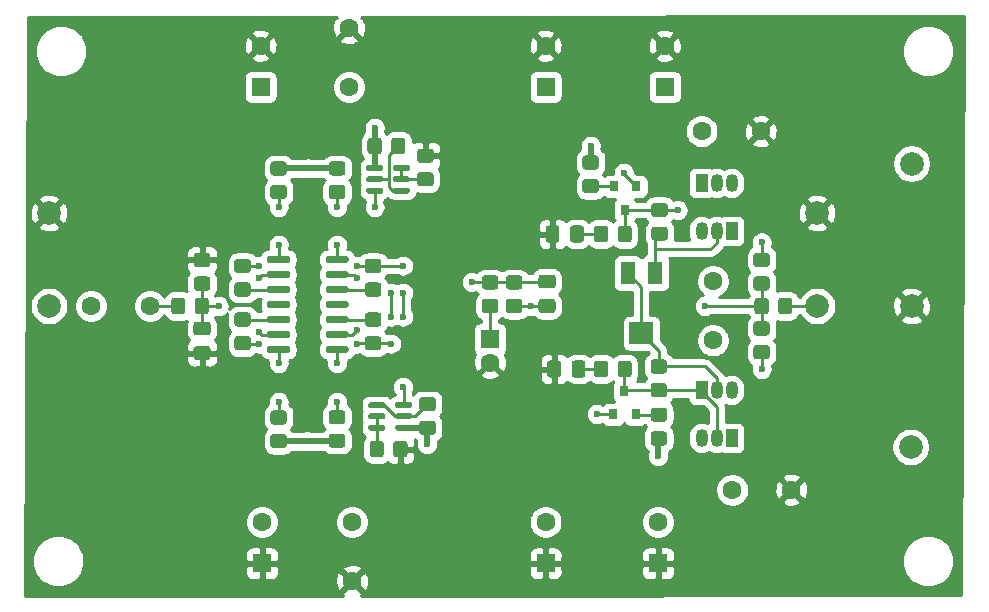
<source format=gbr>
G04 #@! TF.GenerationSoftware,KiCad,Pcbnew,(5.1.9-0-10_14)*
G04 #@! TF.CreationDate,2021-02-13T11:15:02+01:00*
G04 #@! TF.ProjectId,pre-amp-discret,7072652d-616d-4702-9d64-697363726574,rev?*
G04 #@! TF.SameCoordinates,Original*
G04 #@! TF.FileFunction,Copper,L1,Top*
G04 #@! TF.FilePolarity,Positive*
%FSLAX46Y46*%
G04 Gerber Fmt 4.6, Leading zero omitted, Abs format (unit mm)*
G04 Created by KiCad (PCBNEW (5.1.9-0-10_14)) date 2021-02-13 11:15:02*
%MOMM*%
%LPD*%
G01*
G04 APERTURE LIST*
G04 #@! TA.AperFunction,SMDPad,CuDef*
%ADD10R,1.300000X1.900000*%
G04 #@! TD*
G04 #@! TA.AperFunction,SMDPad,CuDef*
%ADD11R,2.000000X1.900000*%
G04 #@! TD*
G04 #@! TA.AperFunction,ComponentPad*
%ADD12C,1.600000*%
G04 #@! TD*
G04 #@! TA.AperFunction,ComponentPad*
%ADD13R,1.050000X1.500000*%
G04 #@! TD*
G04 #@! TA.AperFunction,ComponentPad*
%ADD14O,1.050000X1.500000*%
G04 #@! TD*
G04 #@! TA.AperFunction,SMDPad,CuDef*
%ADD15R,0.800000X0.900000*%
G04 #@! TD*
G04 #@! TA.AperFunction,ComponentPad*
%ADD16R,1.600000X1.600000*%
G04 #@! TD*
G04 #@! TA.AperFunction,ComponentPad*
%ADD17C,2.000000*%
G04 #@! TD*
G04 #@! TA.AperFunction,ViaPad*
%ADD18C,0.600000*%
G04 #@! TD*
G04 #@! TA.AperFunction,Conductor*
%ADD19C,0.500000*%
G04 #@! TD*
G04 #@! TA.AperFunction,Conductor*
%ADD20C,0.250000*%
G04 #@! TD*
G04 #@! TA.AperFunction,Conductor*
%ADD21C,0.254000*%
G04 #@! TD*
G04 #@! TA.AperFunction,Conductor*
%ADD22C,0.100000*%
G04 #@! TD*
G04 APERTURE END LIST*
G04 #@! TA.AperFunction,SMDPad,CuDef*
G36*
G01*
X148631000Y-118133000D02*
X148631000Y-117833000D01*
G75*
G02*
X148781000Y-117683000I150000J0D01*
G01*
X150431000Y-117683000D01*
G75*
G02*
X150581000Y-117833000I0J-150000D01*
G01*
X150581000Y-118133000D01*
G75*
G02*
X150431000Y-118283000I-150000J0D01*
G01*
X148781000Y-118283000D01*
G75*
G02*
X148631000Y-118133000I0J150000D01*
G01*
G37*
G04 #@! TD.AperFunction*
G04 #@! TA.AperFunction,SMDPad,CuDef*
G36*
G01*
X148631000Y-119403000D02*
X148631000Y-119103000D01*
G75*
G02*
X148781000Y-118953000I150000J0D01*
G01*
X150431000Y-118953000D01*
G75*
G02*
X150581000Y-119103000I0J-150000D01*
G01*
X150581000Y-119403000D01*
G75*
G02*
X150431000Y-119553000I-150000J0D01*
G01*
X148781000Y-119553000D01*
G75*
G02*
X148631000Y-119403000I0J150000D01*
G01*
G37*
G04 #@! TD.AperFunction*
G04 #@! TA.AperFunction,SMDPad,CuDef*
G36*
G01*
X148631000Y-120673000D02*
X148631000Y-120373000D01*
G75*
G02*
X148781000Y-120223000I150000J0D01*
G01*
X150431000Y-120223000D01*
G75*
G02*
X150581000Y-120373000I0J-150000D01*
G01*
X150581000Y-120673000D01*
G75*
G02*
X150431000Y-120823000I-150000J0D01*
G01*
X148781000Y-120823000D01*
G75*
G02*
X148631000Y-120673000I0J150000D01*
G01*
G37*
G04 #@! TD.AperFunction*
G04 #@! TA.AperFunction,SMDPad,CuDef*
G36*
G01*
X148631000Y-121943000D02*
X148631000Y-121643000D01*
G75*
G02*
X148781000Y-121493000I150000J0D01*
G01*
X150431000Y-121493000D01*
G75*
G02*
X150581000Y-121643000I0J-150000D01*
G01*
X150581000Y-121943000D01*
G75*
G02*
X150431000Y-122093000I-150000J0D01*
G01*
X148781000Y-122093000D01*
G75*
G02*
X148631000Y-121943000I0J150000D01*
G01*
G37*
G04 #@! TD.AperFunction*
G04 #@! TA.AperFunction,SMDPad,CuDef*
G36*
G01*
X148631000Y-123213000D02*
X148631000Y-122913000D01*
G75*
G02*
X148781000Y-122763000I150000J0D01*
G01*
X150431000Y-122763000D01*
G75*
G02*
X150581000Y-122913000I0J-150000D01*
G01*
X150581000Y-123213000D01*
G75*
G02*
X150431000Y-123363000I-150000J0D01*
G01*
X148781000Y-123363000D01*
G75*
G02*
X148631000Y-123213000I0J150000D01*
G01*
G37*
G04 #@! TD.AperFunction*
G04 #@! TA.AperFunction,SMDPad,CuDef*
G36*
G01*
X148631000Y-124483000D02*
X148631000Y-124183000D01*
G75*
G02*
X148781000Y-124033000I150000J0D01*
G01*
X150431000Y-124033000D01*
G75*
G02*
X150581000Y-124183000I0J-150000D01*
G01*
X150581000Y-124483000D01*
G75*
G02*
X150431000Y-124633000I-150000J0D01*
G01*
X148781000Y-124633000D01*
G75*
G02*
X148631000Y-124483000I0J150000D01*
G01*
G37*
G04 #@! TD.AperFunction*
G04 #@! TA.AperFunction,SMDPad,CuDef*
G36*
G01*
X148631000Y-125753000D02*
X148631000Y-125453000D01*
G75*
G02*
X148781000Y-125303000I150000J0D01*
G01*
X150431000Y-125303000D01*
G75*
G02*
X150581000Y-125453000I0J-150000D01*
G01*
X150581000Y-125753000D01*
G75*
G02*
X150431000Y-125903000I-150000J0D01*
G01*
X148781000Y-125903000D01*
G75*
G02*
X148631000Y-125753000I0J150000D01*
G01*
G37*
G04 #@! TD.AperFunction*
G04 #@! TA.AperFunction,SMDPad,CuDef*
G36*
G01*
X143681000Y-125753000D02*
X143681000Y-125453000D01*
G75*
G02*
X143831000Y-125303000I150000J0D01*
G01*
X145481000Y-125303000D01*
G75*
G02*
X145631000Y-125453000I0J-150000D01*
G01*
X145631000Y-125753000D01*
G75*
G02*
X145481000Y-125903000I-150000J0D01*
G01*
X143831000Y-125903000D01*
G75*
G02*
X143681000Y-125753000I0J150000D01*
G01*
G37*
G04 #@! TD.AperFunction*
G04 #@! TA.AperFunction,SMDPad,CuDef*
G36*
G01*
X143681000Y-124483000D02*
X143681000Y-124183000D01*
G75*
G02*
X143831000Y-124033000I150000J0D01*
G01*
X145481000Y-124033000D01*
G75*
G02*
X145631000Y-124183000I0J-150000D01*
G01*
X145631000Y-124483000D01*
G75*
G02*
X145481000Y-124633000I-150000J0D01*
G01*
X143831000Y-124633000D01*
G75*
G02*
X143681000Y-124483000I0J150000D01*
G01*
G37*
G04 #@! TD.AperFunction*
G04 #@! TA.AperFunction,SMDPad,CuDef*
G36*
G01*
X143681000Y-123213000D02*
X143681000Y-122913000D01*
G75*
G02*
X143831000Y-122763000I150000J0D01*
G01*
X145481000Y-122763000D01*
G75*
G02*
X145631000Y-122913000I0J-150000D01*
G01*
X145631000Y-123213000D01*
G75*
G02*
X145481000Y-123363000I-150000J0D01*
G01*
X143831000Y-123363000D01*
G75*
G02*
X143681000Y-123213000I0J150000D01*
G01*
G37*
G04 #@! TD.AperFunction*
G04 #@! TA.AperFunction,SMDPad,CuDef*
G36*
G01*
X143681000Y-121943000D02*
X143681000Y-121643000D01*
G75*
G02*
X143831000Y-121493000I150000J0D01*
G01*
X145481000Y-121493000D01*
G75*
G02*
X145631000Y-121643000I0J-150000D01*
G01*
X145631000Y-121943000D01*
G75*
G02*
X145481000Y-122093000I-150000J0D01*
G01*
X143831000Y-122093000D01*
G75*
G02*
X143681000Y-121943000I0J150000D01*
G01*
G37*
G04 #@! TD.AperFunction*
G04 #@! TA.AperFunction,SMDPad,CuDef*
G36*
G01*
X143681000Y-120673000D02*
X143681000Y-120373000D01*
G75*
G02*
X143831000Y-120223000I150000J0D01*
G01*
X145481000Y-120223000D01*
G75*
G02*
X145631000Y-120373000I0J-150000D01*
G01*
X145631000Y-120673000D01*
G75*
G02*
X145481000Y-120823000I-150000J0D01*
G01*
X143831000Y-120823000D01*
G75*
G02*
X143681000Y-120673000I0J150000D01*
G01*
G37*
G04 #@! TD.AperFunction*
G04 #@! TA.AperFunction,SMDPad,CuDef*
G36*
G01*
X143681000Y-119403000D02*
X143681000Y-119103000D01*
G75*
G02*
X143831000Y-118953000I150000J0D01*
G01*
X145481000Y-118953000D01*
G75*
G02*
X145631000Y-119103000I0J-150000D01*
G01*
X145631000Y-119403000D01*
G75*
G02*
X145481000Y-119553000I-150000J0D01*
G01*
X143831000Y-119553000D01*
G75*
G02*
X143681000Y-119403000I0J150000D01*
G01*
G37*
G04 #@! TD.AperFunction*
G04 #@! TA.AperFunction,SMDPad,CuDef*
G36*
G01*
X143681000Y-118133000D02*
X143681000Y-117833000D01*
G75*
G02*
X143831000Y-117683000I150000J0D01*
G01*
X145481000Y-117683000D01*
G75*
G02*
X145631000Y-117833000I0J-150000D01*
G01*
X145631000Y-118133000D01*
G75*
G02*
X145481000Y-118283000I-150000J0D01*
G01*
X143831000Y-118283000D01*
G75*
G02*
X143681000Y-118133000I0J150000D01*
G01*
G37*
G04 #@! TD.AperFunction*
D10*
X174230000Y-119126000D03*
D11*
X175380000Y-124226000D03*
D10*
X176530000Y-119126000D03*
G04 #@! TA.AperFunction,SMDPad,CuDef*
G36*
G01*
X138626001Y-118615000D02*
X137725999Y-118615000D01*
G75*
G02*
X137476000Y-118365001I0J249999D01*
G01*
X137476000Y-117664999D01*
G75*
G02*
X137725999Y-117415000I249999J0D01*
G01*
X138626001Y-117415000D01*
G75*
G02*
X138876000Y-117664999I0J-249999D01*
G01*
X138876000Y-118365001D01*
G75*
G02*
X138626001Y-118615000I-249999J0D01*
G01*
G37*
G04 #@! TD.AperFunction*
G04 #@! TA.AperFunction,SMDPad,CuDef*
G36*
G01*
X138626001Y-120615000D02*
X137725999Y-120615000D01*
G75*
G02*
X137476000Y-120365001I0J249999D01*
G01*
X137476000Y-119664999D01*
G75*
G02*
X137725999Y-119415000I249999J0D01*
G01*
X138626001Y-119415000D01*
G75*
G02*
X138876000Y-119664999I0J-249999D01*
G01*
X138876000Y-120365001D01*
G75*
G02*
X138626001Y-120615000I-249999J0D01*
G01*
G37*
G04 #@! TD.AperFunction*
G04 #@! TA.AperFunction,SMDPad,CuDef*
G36*
G01*
X136760000Y-121469999D02*
X136760000Y-122370001D01*
G75*
G02*
X136510001Y-122620000I-249999J0D01*
G01*
X135809999Y-122620000D01*
G75*
G02*
X135560000Y-122370001I0J249999D01*
G01*
X135560000Y-121469999D01*
G75*
G02*
X135809999Y-121220000I249999J0D01*
G01*
X136510001Y-121220000D01*
G75*
G02*
X136760000Y-121469999I0J-249999D01*
G01*
G37*
G04 #@! TD.AperFunction*
G04 #@! TA.AperFunction,SMDPad,CuDef*
G36*
G01*
X138760000Y-121469999D02*
X138760000Y-122370001D01*
G75*
G02*
X138510001Y-122620000I-249999J0D01*
G01*
X137809999Y-122620000D01*
G75*
G02*
X137560000Y-122370001I0J249999D01*
G01*
X137560000Y-121469999D01*
G75*
G02*
X137809999Y-121220000I249999J0D01*
G01*
X138510001Y-121220000D01*
G75*
G02*
X138760000Y-121469999I0J-249999D01*
G01*
G37*
G04 #@! TD.AperFunction*
G04 #@! TA.AperFunction,SMDPad,CuDef*
G36*
G01*
X138651000Y-124412500D02*
X137701000Y-124412500D01*
G75*
G02*
X137451000Y-124162500I0J250000D01*
G01*
X137451000Y-123487500D01*
G75*
G02*
X137701000Y-123237500I250000J0D01*
G01*
X138651000Y-123237500D01*
G75*
G02*
X138901000Y-123487500I0J-250000D01*
G01*
X138901000Y-124162500D01*
G75*
G02*
X138651000Y-124412500I-250000J0D01*
G01*
G37*
G04 #@! TD.AperFunction*
G04 #@! TA.AperFunction,SMDPad,CuDef*
G36*
G01*
X138651000Y-126487500D02*
X137701000Y-126487500D01*
G75*
G02*
X137451000Y-126237500I0J250000D01*
G01*
X137451000Y-125562500D01*
G75*
G02*
X137701000Y-125312500I250000J0D01*
G01*
X138651000Y-125312500D01*
G75*
G02*
X138901000Y-125562500I0J-250000D01*
G01*
X138901000Y-126237500D01*
G75*
G02*
X138651000Y-126487500I-250000J0D01*
G01*
G37*
G04 #@! TD.AperFunction*
G04 #@! TA.AperFunction,SMDPad,CuDef*
G36*
G01*
X144202999Y-132750000D02*
X145103001Y-132750000D01*
G75*
G02*
X145353000Y-132999999I0J-249999D01*
G01*
X145353000Y-133700001D01*
G75*
G02*
X145103001Y-133950000I-249999J0D01*
G01*
X144202999Y-133950000D01*
G75*
G02*
X143953000Y-133700001I0J249999D01*
G01*
X143953000Y-132999999D01*
G75*
G02*
X144202999Y-132750000I249999J0D01*
G01*
G37*
G04 #@! TD.AperFunction*
G04 #@! TA.AperFunction,SMDPad,CuDef*
G36*
G01*
X144202999Y-130750000D02*
X145103001Y-130750000D01*
G75*
G02*
X145353000Y-130999999I0J-249999D01*
G01*
X145353000Y-131700001D01*
G75*
G02*
X145103001Y-131950000I-249999J0D01*
G01*
X144202999Y-131950000D01*
G75*
G02*
X143953000Y-131700001I0J249999D01*
G01*
X143953000Y-130999999D01*
G75*
G02*
X144202999Y-130750000I249999J0D01*
G01*
G37*
G04 #@! TD.AperFunction*
G04 #@! TA.AperFunction,SMDPad,CuDef*
G36*
G01*
X162109999Y-121320000D02*
X163010001Y-121320000D01*
G75*
G02*
X163260000Y-121569999I0J-249999D01*
G01*
X163260000Y-122270001D01*
G75*
G02*
X163010001Y-122520000I-249999J0D01*
G01*
X162109999Y-122520000D01*
G75*
G02*
X161860000Y-122270001I0J249999D01*
G01*
X161860000Y-121569999D01*
G75*
G02*
X162109999Y-121320000I249999J0D01*
G01*
G37*
G04 #@! TD.AperFunction*
G04 #@! TA.AperFunction,SMDPad,CuDef*
G36*
G01*
X162109999Y-119320000D02*
X163010001Y-119320000D01*
G75*
G02*
X163260000Y-119569999I0J-249999D01*
G01*
X163260000Y-120270001D01*
G75*
G02*
X163010001Y-120520000I-249999J0D01*
G01*
X162109999Y-120520000D01*
G75*
G02*
X161860000Y-120270001I0J249999D01*
G01*
X161860000Y-119569999D01*
G75*
G02*
X162109999Y-119320000I249999J0D01*
G01*
G37*
G04 #@! TD.AperFunction*
G04 #@! TA.AperFunction,SMDPad,CuDef*
G36*
G01*
X168565500Y-126779000D02*
X168565500Y-127729000D01*
G75*
G02*
X168315500Y-127979000I-250000J0D01*
G01*
X167640500Y-127979000D01*
G75*
G02*
X167390500Y-127729000I0J250000D01*
G01*
X167390500Y-126779000D01*
G75*
G02*
X167640500Y-126529000I250000J0D01*
G01*
X168315500Y-126529000D01*
G75*
G02*
X168565500Y-126779000I0J-250000D01*
G01*
G37*
G04 #@! TD.AperFunction*
G04 #@! TA.AperFunction,SMDPad,CuDef*
G36*
G01*
X170640500Y-126779000D02*
X170640500Y-127729000D01*
G75*
G02*
X170390500Y-127979000I-250000J0D01*
G01*
X169715500Y-127979000D01*
G75*
G02*
X169465500Y-127729000I0J250000D01*
G01*
X169465500Y-126779000D01*
G75*
G02*
X169715500Y-126529000I250000J0D01*
G01*
X170390500Y-126529000D01*
G75*
G02*
X170640500Y-126779000I0J-250000D01*
G01*
G37*
G04 #@! TD.AperFunction*
G04 #@! TA.AperFunction,SMDPad,CuDef*
G36*
G01*
X169338500Y-116299000D02*
X169338500Y-115349000D01*
G75*
G02*
X169588500Y-115099000I250000J0D01*
G01*
X170263500Y-115099000D01*
G75*
G02*
X170513500Y-115349000I0J-250000D01*
G01*
X170513500Y-116299000D01*
G75*
G02*
X170263500Y-116549000I-250000J0D01*
G01*
X169588500Y-116549000D01*
G75*
G02*
X169338500Y-116299000I0J250000D01*
G01*
G37*
G04 #@! TD.AperFunction*
G04 #@! TA.AperFunction,SMDPad,CuDef*
G36*
G01*
X167263500Y-116299000D02*
X167263500Y-115349000D01*
G75*
G02*
X167513500Y-115099000I250000J0D01*
G01*
X168188500Y-115099000D01*
G75*
G02*
X168438500Y-115349000I0J-250000D01*
G01*
X168438500Y-116299000D01*
G75*
G02*
X168188500Y-116549000I-250000J0D01*
G01*
X167513500Y-116549000D01*
G75*
G02*
X167263500Y-116299000I0J250000D01*
G01*
G37*
G04 #@! TD.AperFunction*
D12*
X180467000Y-107124500D03*
X185467000Y-107124500D03*
X181419500Y-119824500D03*
X181419500Y-124824500D03*
G04 #@! TA.AperFunction,SMDPad,CuDef*
G36*
G01*
X185096999Y-125225000D02*
X185997001Y-125225000D01*
G75*
G02*
X186247000Y-125474999I0J-249999D01*
G01*
X186247000Y-126175001D01*
G75*
G02*
X185997001Y-126425000I-249999J0D01*
G01*
X185096999Y-126425000D01*
G75*
G02*
X184847000Y-126175001I0J249999D01*
G01*
X184847000Y-125474999D01*
G75*
G02*
X185096999Y-125225000I249999J0D01*
G01*
G37*
G04 #@! TD.AperFunction*
G04 #@! TA.AperFunction,SMDPad,CuDef*
G36*
G01*
X185096999Y-123225000D02*
X185997001Y-123225000D01*
G75*
G02*
X186247000Y-123474999I0J-249999D01*
G01*
X186247000Y-124175001D01*
G75*
G02*
X185997001Y-124425000I-249999J0D01*
G01*
X185096999Y-124425000D01*
G75*
G02*
X184847000Y-124175001I0J249999D01*
G01*
X184847000Y-123474999D01*
G75*
G02*
X185096999Y-123225000I249999J0D01*
G01*
G37*
G04 #@! TD.AperFunction*
G04 #@! TA.AperFunction,SMDPad,CuDef*
G36*
G01*
X185096999Y-119415000D02*
X185997001Y-119415000D01*
G75*
G02*
X186247000Y-119664999I0J-249999D01*
G01*
X186247000Y-120365001D01*
G75*
G02*
X185997001Y-120615000I-249999J0D01*
G01*
X185096999Y-120615000D01*
G75*
G02*
X184847000Y-120365001I0J249999D01*
G01*
X184847000Y-119664999D01*
G75*
G02*
X185096999Y-119415000I249999J0D01*
G01*
G37*
G04 #@! TD.AperFunction*
G04 #@! TA.AperFunction,SMDPad,CuDef*
G36*
G01*
X185096999Y-117415000D02*
X185997001Y-117415000D01*
G75*
G02*
X186247000Y-117664999I0J-249999D01*
G01*
X186247000Y-118365001D01*
G75*
G02*
X185997001Y-118615000I-249999J0D01*
G01*
X185096999Y-118615000D01*
G75*
G02*
X184847000Y-118365001I0J249999D01*
G01*
X184847000Y-117664999D01*
G75*
G02*
X185096999Y-117415000I249999J0D01*
G01*
G37*
G04 #@! TD.AperFunction*
G04 #@! TA.AperFunction,SMDPad,CuDef*
G36*
G01*
X176397499Y-128432000D02*
X177297501Y-128432000D01*
G75*
G02*
X177547500Y-128681999I0J-249999D01*
G01*
X177547500Y-129382001D01*
G75*
G02*
X177297501Y-129632000I-249999J0D01*
G01*
X176397499Y-129632000D01*
G75*
G02*
X176147500Y-129382001I0J249999D01*
G01*
X176147500Y-128681999D01*
G75*
G02*
X176397499Y-128432000I249999J0D01*
G01*
G37*
G04 #@! TD.AperFunction*
G04 #@! TA.AperFunction,SMDPad,CuDef*
G36*
G01*
X176397499Y-126432000D02*
X177297501Y-126432000D01*
G75*
G02*
X177547500Y-126681999I0J-249999D01*
G01*
X177547500Y-127382001D01*
G75*
G02*
X177297501Y-127632000I-249999J0D01*
G01*
X176397499Y-127632000D01*
G75*
G02*
X176147500Y-127382001I0J249999D01*
G01*
X176147500Y-126681999D01*
G75*
G02*
X176397499Y-126432000I249999J0D01*
G01*
G37*
G04 #@! TD.AperFunction*
G04 #@! TA.AperFunction,SMDPad,CuDef*
G36*
G01*
X176460999Y-115192000D02*
X177361001Y-115192000D01*
G75*
G02*
X177611000Y-115441999I0J-249999D01*
G01*
X177611000Y-116142001D01*
G75*
G02*
X177361001Y-116392000I-249999J0D01*
G01*
X176460999Y-116392000D01*
G75*
G02*
X176211000Y-116142001I0J249999D01*
G01*
X176211000Y-115441999D01*
G75*
G02*
X176460999Y-115192000I249999J0D01*
G01*
G37*
G04 #@! TD.AperFunction*
G04 #@! TA.AperFunction,SMDPad,CuDef*
G36*
G01*
X176460999Y-113192000D02*
X177361001Y-113192000D01*
G75*
G02*
X177611000Y-113441999I0J-249999D01*
G01*
X177611000Y-114142001D01*
G75*
G02*
X177361001Y-114392000I-249999J0D01*
G01*
X176460999Y-114392000D01*
G75*
G02*
X176211000Y-114142001I0J249999D01*
G01*
X176211000Y-113441999D01*
G75*
G02*
X176460999Y-113192000I249999J0D01*
G01*
G37*
G04 #@! TD.AperFunction*
G04 #@! TA.AperFunction,SMDPad,CuDef*
G36*
G01*
X173358000Y-127704001D02*
X173358000Y-126803999D01*
G75*
G02*
X173607999Y-126554000I249999J0D01*
G01*
X174308001Y-126554000D01*
G75*
G02*
X174558000Y-126803999I0J-249999D01*
G01*
X174558000Y-127704001D01*
G75*
G02*
X174308001Y-127954000I-249999J0D01*
G01*
X173607999Y-127954000D01*
G75*
G02*
X173358000Y-127704001I0J249999D01*
G01*
G37*
G04 #@! TD.AperFunction*
G04 #@! TA.AperFunction,SMDPad,CuDef*
G36*
G01*
X171358000Y-127704001D02*
X171358000Y-126803999D01*
G75*
G02*
X171607999Y-126554000I249999J0D01*
G01*
X172308001Y-126554000D01*
G75*
G02*
X172558000Y-126803999I0J-249999D01*
G01*
X172558000Y-127704001D01*
G75*
G02*
X172308001Y-127954000I-249999J0D01*
G01*
X171607999Y-127954000D01*
G75*
G02*
X171358000Y-127704001I0J249999D01*
G01*
G37*
G04 #@! TD.AperFunction*
G04 #@! TA.AperFunction,SMDPad,CuDef*
G36*
G01*
X172558000Y-115373999D02*
X172558000Y-116274001D01*
G75*
G02*
X172308001Y-116524000I-249999J0D01*
G01*
X171607999Y-116524000D01*
G75*
G02*
X171358000Y-116274001I0J249999D01*
G01*
X171358000Y-115373999D01*
G75*
G02*
X171607999Y-115124000I249999J0D01*
G01*
X172308001Y-115124000D01*
G75*
G02*
X172558000Y-115373999I0J-249999D01*
G01*
G37*
G04 #@! TD.AperFunction*
G04 #@! TA.AperFunction,SMDPad,CuDef*
G36*
G01*
X174558000Y-115373999D02*
X174558000Y-116274001D01*
G75*
G02*
X174308001Y-116524000I-249999J0D01*
G01*
X173607999Y-116524000D01*
G75*
G02*
X173358000Y-116274001I0J249999D01*
G01*
X173358000Y-115373999D01*
G75*
G02*
X173607999Y-115124000I249999J0D01*
G01*
X174308001Y-115124000D01*
G75*
G02*
X174558000Y-115373999I0J-249999D01*
G01*
G37*
G04 #@! TD.AperFunction*
D13*
X183007000Y-133096000D03*
D14*
X180467000Y-133096000D03*
X181737000Y-133096000D03*
D13*
X180467000Y-111506000D03*
D14*
X183007000Y-111506000D03*
X181737000Y-111506000D03*
D13*
X180467000Y-129032000D03*
D14*
X183007000Y-129032000D03*
X181737000Y-129032000D03*
D13*
X183007000Y-115570000D03*
D14*
X180467000Y-115570000D03*
X181737000Y-115570000D03*
D15*
X173926500Y-129095500D03*
X174876500Y-131095500D03*
X172976500Y-131095500D03*
G04 #@! TA.AperFunction,SMDPad,CuDef*
G36*
G01*
X153493500Y-112023700D02*
X153493500Y-112273700D01*
G75*
G02*
X153368500Y-112398700I-125000J0D01*
G01*
X152193500Y-112398700D01*
G75*
G02*
X152068500Y-112273700I0J125000D01*
G01*
X152068500Y-112023700D01*
G75*
G02*
X152193500Y-111898700I125000J0D01*
G01*
X153368500Y-111898700D01*
G75*
G02*
X153493500Y-112023700I0J-125000D01*
G01*
G37*
G04 #@! TD.AperFunction*
G04 #@! TA.AperFunction,SMDPad,CuDef*
G36*
G01*
X153493500Y-111073700D02*
X153493500Y-111323700D01*
G75*
G02*
X153368500Y-111448700I-125000J0D01*
G01*
X152193500Y-111448700D01*
G75*
G02*
X152068500Y-111323700I0J125000D01*
G01*
X152068500Y-111073700D01*
G75*
G02*
X152193500Y-110948700I125000J0D01*
G01*
X153368500Y-110948700D01*
G75*
G02*
X153493500Y-111073700I0J-125000D01*
G01*
G37*
G04 #@! TD.AperFunction*
G04 #@! TA.AperFunction,SMDPad,CuDef*
G36*
G01*
X153493500Y-110123700D02*
X153493500Y-110373700D01*
G75*
G02*
X153368500Y-110498700I-125000J0D01*
G01*
X152193500Y-110498700D01*
G75*
G02*
X152068500Y-110373700I0J125000D01*
G01*
X152068500Y-110123700D01*
G75*
G02*
X152193500Y-109998700I125000J0D01*
G01*
X153368500Y-109998700D01*
G75*
G02*
X153493500Y-110123700I0J-125000D01*
G01*
G37*
G04 #@! TD.AperFunction*
G04 #@! TA.AperFunction,SMDPad,CuDef*
G36*
G01*
X155768500Y-110123700D02*
X155768500Y-110373700D01*
G75*
G02*
X155643500Y-110498700I-125000J0D01*
G01*
X154468500Y-110498700D01*
G75*
G02*
X154343500Y-110373700I0J125000D01*
G01*
X154343500Y-110123700D01*
G75*
G02*
X154468500Y-109998700I125000J0D01*
G01*
X155643500Y-109998700D01*
G75*
G02*
X155768500Y-110123700I0J-125000D01*
G01*
G37*
G04 #@! TD.AperFunction*
G04 #@! TA.AperFunction,SMDPad,CuDef*
G36*
G01*
X155768500Y-111073700D02*
X155768500Y-111323700D01*
G75*
G02*
X155643500Y-111448700I-125000J0D01*
G01*
X154468500Y-111448700D01*
G75*
G02*
X154343500Y-111323700I0J125000D01*
G01*
X154343500Y-111073700D01*
G75*
G02*
X154468500Y-110948700I125000J0D01*
G01*
X155643500Y-110948700D01*
G75*
G02*
X155768500Y-111073700I0J-125000D01*
G01*
G37*
G04 #@! TD.AperFunction*
G04 #@! TA.AperFunction,SMDPad,CuDef*
G36*
G01*
X155768500Y-112023700D02*
X155768500Y-112273700D01*
G75*
G02*
X155643500Y-112398700I-125000J0D01*
G01*
X154468500Y-112398700D01*
G75*
G02*
X154343500Y-112273700I0J125000D01*
G01*
X154343500Y-112023700D01*
G75*
G02*
X154468500Y-111898700I125000J0D01*
G01*
X155643500Y-111898700D01*
G75*
G02*
X155768500Y-112023700I0J-125000D01*
G01*
G37*
G04 #@! TD.AperFunction*
G04 #@! TA.AperFunction,SMDPad,CuDef*
G36*
G01*
X154529300Y-130439700D02*
X154529300Y-130189700D01*
G75*
G02*
X154654300Y-130064700I125000J0D01*
G01*
X155829300Y-130064700D01*
G75*
G02*
X155954300Y-130189700I0J-125000D01*
G01*
X155954300Y-130439700D01*
G75*
G02*
X155829300Y-130564700I-125000J0D01*
G01*
X154654300Y-130564700D01*
G75*
G02*
X154529300Y-130439700I0J125000D01*
G01*
G37*
G04 #@! TD.AperFunction*
G04 #@! TA.AperFunction,SMDPad,CuDef*
G36*
G01*
X154529300Y-131389700D02*
X154529300Y-131139700D01*
G75*
G02*
X154654300Y-131014700I125000J0D01*
G01*
X155829300Y-131014700D01*
G75*
G02*
X155954300Y-131139700I0J-125000D01*
G01*
X155954300Y-131389700D01*
G75*
G02*
X155829300Y-131514700I-125000J0D01*
G01*
X154654300Y-131514700D01*
G75*
G02*
X154529300Y-131389700I0J125000D01*
G01*
G37*
G04 #@! TD.AperFunction*
G04 #@! TA.AperFunction,SMDPad,CuDef*
G36*
G01*
X154529300Y-132339700D02*
X154529300Y-132089700D01*
G75*
G02*
X154654300Y-131964700I125000J0D01*
G01*
X155829300Y-131964700D01*
G75*
G02*
X155954300Y-132089700I0J-125000D01*
G01*
X155954300Y-132339700D01*
G75*
G02*
X155829300Y-132464700I-125000J0D01*
G01*
X154654300Y-132464700D01*
G75*
G02*
X154529300Y-132339700I0J125000D01*
G01*
G37*
G04 #@! TD.AperFunction*
G04 #@! TA.AperFunction,SMDPad,CuDef*
G36*
G01*
X152254300Y-132339700D02*
X152254300Y-132089700D01*
G75*
G02*
X152379300Y-131964700I125000J0D01*
G01*
X153554300Y-131964700D01*
G75*
G02*
X153679300Y-132089700I0J-125000D01*
G01*
X153679300Y-132339700D01*
G75*
G02*
X153554300Y-132464700I-125000J0D01*
G01*
X152379300Y-132464700D01*
G75*
G02*
X152254300Y-132339700I0J125000D01*
G01*
G37*
G04 #@! TD.AperFunction*
G04 #@! TA.AperFunction,SMDPad,CuDef*
G36*
G01*
X152254300Y-131389700D02*
X152254300Y-131139700D01*
G75*
G02*
X152379300Y-131014700I125000J0D01*
G01*
X153554300Y-131014700D01*
G75*
G02*
X153679300Y-131139700I0J-125000D01*
G01*
X153679300Y-131389700D01*
G75*
G02*
X153554300Y-131514700I-125000J0D01*
G01*
X152379300Y-131514700D01*
G75*
G02*
X152254300Y-131389700I0J125000D01*
G01*
G37*
G04 #@! TD.AperFunction*
G04 #@! TA.AperFunction,SMDPad,CuDef*
G36*
G01*
X152254300Y-130439700D02*
X152254300Y-130189700D01*
G75*
G02*
X152379300Y-130064700I125000J0D01*
G01*
X153554300Y-130064700D01*
G75*
G02*
X153679300Y-130189700I0J-125000D01*
G01*
X153679300Y-130439700D01*
G75*
G02*
X153554300Y-130564700I-125000J0D01*
G01*
X152379300Y-130564700D01*
G75*
G02*
X152254300Y-130439700I0J125000D01*
G01*
G37*
G04 #@! TD.AperFunction*
D12*
X177355500Y-99878000D03*
D16*
X177355500Y-103378000D03*
D12*
X167259000Y-140208000D03*
D16*
X167259000Y-143708000D03*
D12*
X167259000Y-99878000D03*
D16*
X167259000Y-103378000D03*
D12*
X162560000Y-126714000D03*
D16*
X162560000Y-124714000D03*
G04 #@! TA.AperFunction,SMDPad,CuDef*
G36*
G01*
X186147000Y-121469999D02*
X186147000Y-122370001D01*
G75*
G02*
X185897001Y-122620000I-249999J0D01*
G01*
X185196999Y-122620000D01*
G75*
G02*
X184947000Y-122370001I0J249999D01*
G01*
X184947000Y-121469999D01*
G75*
G02*
X185196999Y-121220000I249999J0D01*
G01*
X185897001Y-121220000D01*
G75*
G02*
X186147000Y-121469999I0J-249999D01*
G01*
G37*
G04 #@! TD.AperFunction*
G04 #@! TA.AperFunction,SMDPad,CuDef*
G36*
G01*
X188147000Y-121469999D02*
X188147000Y-122370001D01*
G75*
G02*
X187897001Y-122620000I-249999J0D01*
G01*
X187196999Y-122620000D01*
G75*
G02*
X186947000Y-122370001I0J249999D01*
G01*
X186947000Y-121469999D01*
G75*
G02*
X187196999Y-121220000I249999J0D01*
G01*
X187897001Y-121220000D01*
G75*
G02*
X188147000Y-121469999I0J-249999D01*
G01*
G37*
G04 #@! TD.AperFunction*
G04 #@! TA.AperFunction,SMDPad,CuDef*
G36*
G01*
X176397499Y-132527500D02*
X177297501Y-132527500D01*
G75*
G02*
X177547500Y-132777499I0J-249999D01*
G01*
X177547500Y-133477501D01*
G75*
G02*
X177297501Y-133727500I-249999J0D01*
G01*
X176397499Y-133727500D01*
G75*
G02*
X176147500Y-133477501I0J249999D01*
G01*
X176147500Y-132777499D01*
G75*
G02*
X176397499Y-132527500I249999J0D01*
G01*
G37*
G04 #@! TD.AperFunction*
G04 #@! TA.AperFunction,SMDPad,CuDef*
G36*
G01*
X176397499Y-130527500D02*
X177297501Y-130527500D01*
G75*
G02*
X177547500Y-130777499I0J-249999D01*
G01*
X177547500Y-131477501D01*
G75*
G02*
X177297501Y-131727500I-249999J0D01*
G01*
X176397499Y-131727500D01*
G75*
G02*
X176147500Y-131477501I0J249999D01*
G01*
X176147500Y-130777499D01*
G75*
G02*
X176397499Y-130527500I249999J0D01*
G01*
G37*
G04 #@! TD.AperFunction*
G04 #@! TA.AperFunction,SMDPad,CuDef*
G36*
G01*
X153571500Y-133585799D02*
X153571500Y-134485801D01*
G75*
G02*
X153321501Y-134735800I-249999J0D01*
G01*
X152621499Y-134735800D01*
G75*
G02*
X152371500Y-134485801I0J249999D01*
G01*
X152371500Y-133585799D01*
G75*
G02*
X152621499Y-133335800I249999J0D01*
G01*
X153321501Y-133335800D01*
G75*
G02*
X153571500Y-133585799I0J-249999D01*
G01*
G37*
G04 #@! TD.AperFunction*
G04 #@! TA.AperFunction,SMDPad,CuDef*
G36*
G01*
X155571500Y-133585799D02*
X155571500Y-134485801D01*
G75*
G02*
X155321501Y-134735800I-249999J0D01*
G01*
X154621499Y-134735800D01*
G75*
G02*
X154371500Y-134485801I0J249999D01*
G01*
X154371500Y-133585799D01*
G75*
G02*
X154621499Y-133335800I249999J0D01*
G01*
X155321501Y-133335800D01*
G75*
G02*
X155571500Y-133585799I0J-249999D01*
G01*
G37*
G04 #@! TD.AperFunction*
G04 #@! TA.AperFunction,SMDPad,CuDef*
G36*
G01*
X153104001Y-119123000D02*
X152203999Y-119123000D01*
G75*
G02*
X151954000Y-118873001I0J249999D01*
G01*
X151954000Y-118172999D01*
G75*
G02*
X152203999Y-117923000I249999J0D01*
G01*
X153104001Y-117923000D01*
G75*
G02*
X153354000Y-118172999I0J-249999D01*
G01*
X153354000Y-118873001D01*
G75*
G02*
X153104001Y-119123000I-249999J0D01*
G01*
G37*
G04 #@! TD.AperFunction*
G04 #@! TA.AperFunction,SMDPad,CuDef*
G36*
G01*
X153104001Y-121123000D02*
X152203999Y-121123000D01*
G75*
G02*
X151954000Y-120873001I0J249999D01*
G01*
X151954000Y-120172999D01*
G75*
G02*
X152203999Y-119923000I249999J0D01*
G01*
X153104001Y-119923000D01*
G75*
G02*
X153354000Y-120172999I0J-249999D01*
G01*
X153354000Y-120873001D01*
G75*
G02*
X153104001Y-121123000I-249999J0D01*
G01*
G37*
G04 #@! TD.AperFunction*
G04 #@! TA.AperFunction,SMDPad,CuDef*
G36*
G01*
X149155999Y-111668000D02*
X150056001Y-111668000D01*
G75*
G02*
X150306000Y-111917999I0J-249999D01*
G01*
X150306000Y-112618001D01*
G75*
G02*
X150056001Y-112868000I-249999J0D01*
G01*
X149155999Y-112868000D01*
G75*
G02*
X148906000Y-112618001I0J249999D01*
G01*
X148906000Y-111917999D01*
G75*
G02*
X149155999Y-111668000I249999J0D01*
G01*
G37*
G04 #@! TD.AperFunction*
G04 #@! TA.AperFunction,SMDPad,CuDef*
G36*
G01*
X149155999Y-109668000D02*
X150056001Y-109668000D01*
G75*
G02*
X150306000Y-109917999I0J-249999D01*
G01*
X150306000Y-110618001D01*
G75*
G02*
X150056001Y-110868000I-249999J0D01*
G01*
X149155999Y-110868000D01*
G75*
G02*
X148906000Y-110618001I0J249999D01*
G01*
X148906000Y-109917999D01*
G75*
G02*
X149155999Y-109668000I249999J0D01*
G01*
G37*
G04 #@! TD.AperFunction*
G04 #@! TA.AperFunction,SMDPad,CuDef*
G36*
G01*
X156814099Y-131625800D02*
X157714101Y-131625800D01*
G75*
G02*
X157964100Y-131875799I0J-249999D01*
G01*
X157964100Y-132575801D01*
G75*
G02*
X157714101Y-132825800I-249999J0D01*
G01*
X156814099Y-132825800D01*
G75*
G02*
X156564100Y-132575801I0J249999D01*
G01*
X156564100Y-131875799D01*
G75*
G02*
X156814099Y-131625800I249999J0D01*
G01*
G37*
G04 #@! TD.AperFunction*
G04 #@! TA.AperFunction,SMDPad,CuDef*
G36*
G01*
X156814099Y-129625800D02*
X157714101Y-129625800D01*
G75*
G02*
X157964100Y-129875799I0J-249999D01*
G01*
X157964100Y-130575801D01*
G75*
G02*
X157714101Y-130825800I-249999J0D01*
G01*
X156814099Y-130825800D01*
G75*
G02*
X156564100Y-130575801I0J249999D01*
G01*
X156564100Y-129875799D01*
G75*
G02*
X156814099Y-129625800I249999J0D01*
G01*
G37*
G04 #@! TD.AperFunction*
G04 #@! TA.AperFunction,SMDPad,CuDef*
G36*
G01*
X142055001Y-119123000D02*
X141154999Y-119123000D01*
G75*
G02*
X140905000Y-118873001I0J249999D01*
G01*
X140905000Y-118172999D01*
G75*
G02*
X141154999Y-117923000I249999J0D01*
G01*
X142055001Y-117923000D01*
G75*
G02*
X142305000Y-118172999I0J-249999D01*
G01*
X142305000Y-118873001D01*
G75*
G02*
X142055001Y-119123000I-249999J0D01*
G01*
G37*
G04 #@! TD.AperFunction*
G04 #@! TA.AperFunction,SMDPad,CuDef*
G36*
G01*
X142055001Y-121123000D02*
X141154999Y-121123000D01*
G75*
G02*
X140905000Y-120873001I0J249999D01*
G01*
X140905000Y-120172999D01*
G75*
G02*
X141154999Y-119923000I249999J0D01*
G01*
X142055001Y-119923000D01*
G75*
G02*
X142305000Y-120172999I0J-249999D01*
G01*
X142305000Y-120873001D01*
G75*
G02*
X142055001Y-121123000I-249999J0D01*
G01*
G37*
G04 #@! TD.AperFunction*
G04 #@! TA.AperFunction,SMDPad,CuDef*
G36*
G01*
X144202999Y-111668000D02*
X145103001Y-111668000D01*
G75*
G02*
X145353000Y-111917999I0J-249999D01*
G01*
X145353000Y-112618001D01*
G75*
G02*
X145103001Y-112868000I-249999J0D01*
G01*
X144202999Y-112868000D01*
G75*
G02*
X143953000Y-112618001I0J249999D01*
G01*
X143953000Y-111917999D01*
G75*
G02*
X144202999Y-111668000I249999J0D01*
G01*
G37*
G04 #@! TD.AperFunction*
G04 #@! TA.AperFunction,SMDPad,CuDef*
G36*
G01*
X144202999Y-109668000D02*
X145103001Y-109668000D01*
G75*
G02*
X145353000Y-109917999I0J-249999D01*
G01*
X145353000Y-110618001D01*
G75*
G02*
X145103001Y-110868000I-249999J0D01*
G01*
X144202999Y-110868000D01*
G75*
G02*
X143953000Y-110618001I0J249999D01*
G01*
X143953000Y-109917999D01*
G75*
G02*
X144202999Y-109668000I249999J0D01*
G01*
G37*
G04 #@! TD.AperFunction*
D12*
X143256000Y-140208000D03*
D16*
X143256000Y-143708000D03*
D12*
X143129000Y-99878000D03*
D16*
X143129000Y-103378000D03*
D12*
X176784000Y-140208000D03*
D16*
X176784000Y-143708000D03*
D12*
X150876000Y-145208000D03*
X150876000Y-140208000D03*
X150622000Y-103378000D03*
X150622000Y-98378000D03*
X188070500Y-137477500D03*
X183070500Y-137477500D03*
D17*
X190246000Y-114046000D03*
X190246000Y-121920000D03*
X198247000Y-121920000D03*
X125222000Y-121920000D03*
X198183500Y-133858000D03*
X125222000Y-114046000D03*
X198247000Y-109855000D03*
G04 #@! TA.AperFunction,SMDPad,CuDef*
G36*
G01*
X154181000Y-108819101D02*
X154181000Y-107919099D01*
G75*
G02*
X154430999Y-107669100I249999J0D01*
G01*
X155131001Y-107669100D01*
G75*
G02*
X155381000Y-107919099I0J-249999D01*
G01*
X155381000Y-108819101D01*
G75*
G02*
X155131001Y-109069100I-249999J0D01*
G01*
X154430999Y-109069100D01*
G75*
G02*
X154181000Y-108819101I0J249999D01*
G01*
G37*
G04 #@! TD.AperFunction*
G04 #@! TA.AperFunction,SMDPad,CuDef*
G36*
G01*
X152181000Y-108819101D02*
X152181000Y-107919099D01*
G75*
G02*
X152430999Y-107669100I249999J0D01*
G01*
X153131001Y-107669100D01*
G75*
G02*
X153381000Y-107919099I0J-249999D01*
G01*
X153381000Y-108819101D01*
G75*
G02*
X153131001Y-109069100I-249999J0D01*
G01*
X152430999Y-109069100D01*
G75*
G02*
X152181000Y-108819101I0J249999D01*
G01*
G37*
G04 #@! TD.AperFunction*
G04 #@! TA.AperFunction,SMDPad,CuDef*
G36*
G01*
X167861000Y-120432500D02*
X166911000Y-120432500D01*
G75*
G02*
X166661000Y-120182500I0J250000D01*
G01*
X166661000Y-119507500D01*
G75*
G02*
X166911000Y-119257500I250000J0D01*
G01*
X167861000Y-119257500D01*
G75*
G02*
X168111000Y-119507500I0J-250000D01*
G01*
X168111000Y-120182500D01*
G75*
G02*
X167861000Y-120432500I-250000J0D01*
G01*
G37*
G04 #@! TD.AperFunction*
G04 #@! TA.AperFunction,SMDPad,CuDef*
G36*
G01*
X167861000Y-122507500D02*
X166911000Y-122507500D01*
G75*
G02*
X166661000Y-122257500I0J250000D01*
G01*
X166661000Y-121582500D01*
G75*
G02*
X166911000Y-121332500I250000J0D01*
G01*
X167861000Y-121332500D01*
G75*
G02*
X168111000Y-121582500I0J-250000D01*
G01*
X168111000Y-122257500D01*
G75*
G02*
X167861000Y-122507500I-250000J0D01*
G01*
G37*
G04 #@! TD.AperFunction*
G04 #@! TA.AperFunction,SMDPad,CuDef*
G36*
G01*
X170618999Y-111160000D02*
X171519001Y-111160000D01*
G75*
G02*
X171769000Y-111409999I0J-249999D01*
G01*
X171769000Y-112110001D01*
G75*
G02*
X171519001Y-112360000I-249999J0D01*
G01*
X170618999Y-112360000D01*
G75*
G02*
X170369000Y-112110001I0J249999D01*
G01*
X170369000Y-111409999D01*
G75*
G02*
X170618999Y-111160000I249999J0D01*
G01*
G37*
G04 #@! TD.AperFunction*
G04 #@! TA.AperFunction,SMDPad,CuDef*
G36*
G01*
X170618999Y-109160000D02*
X171519001Y-109160000D01*
G75*
G02*
X171769000Y-109409999I0J-249999D01*
G01*
X171769000Y-110110001D01*
G75*
G02*
X171519001Y-110360000I-249999J0D01*
G01*
X170618999Y-110360000D01*
G75*
G02*
X170369000Y-110110001I0J249999D01*
G01*
X170369000Y-109409999D01*
G75*
G02*
X170618999Y-109160000I249999J0D01*
G01*
G37*
G04 #@! TD.AperFunction*
G04 #@! TA.AperFunction,SMDPad,CuDef*
G36*
G01*
X165042001Y-120520000D02*
X164141999Y-120520000D01*
G75*
G02*
X163892000Y-120270001I0J249999D01*
G01*
X163892000Y-119569999D01*
G75*
G02*
X164141999Y-119320000I249999J0D01*
G01*
X165042001Y-119320000D01*
G75*
G02*
X165292000Y-119569999I0J-249999D01*
G01*
X165292000Y-120270001D01*
G75*
G02*
X165042001Y-120520000I-249999J0D01*
G01*
G37*
G04 #@! TD.AperFunction*
G04 #@! TA.AperFunction,SMDPad,CuDef*
G36*
G01*
X165042001Y-122520000D02*
X164141999Y-122520000D01*
G75*
G02*
X163892000Y-122270001I0J249999D01*
G01*
X163892000Y-121569999D01*
G75*
G02*
X164141999Y-121320000I249999J0D01*
G01*
X165042001Y-121320000D01*
G75*
G02*
X165292000Y-121569999I0J-249999D01*
G01*
X165292000Y-122270001D01*
G75*
G02*
X165042001Y-122520000I-249999J0D01*
G01*
G37*
G04 #@! TD.AperFunction*
G04 #@! TA.AperFunction,SMDPad,CuDef*
G36*
G01*
X157536301Y-109788500D02*
X156636299Y-109788500D01*
G75*
G02*
X156386300Y-109538501I0J249999D01*
G01*
X156386300Y-108838499D01*
G75*
G02*
X156636299Y-108588500I249999J0D01*
G01*
X157536301Y-108588500D01*
G75*
G02*
X157786300Y-108838499I0J-249999D01*
G01*
X157786300Y-109538501D01*
G75*
G02*
X157536301Y-109788500I-249999J0D01*
G01*
G37*
G04 #@! TD.AperFunction*
G04 #@! TA.AperFunction,SMDPad,CuDef*
G36*
G01*
X157536301Y-111788500D02*
X156636299Y-111788500D01*
G75*
G02*
X156386300Y-111538501I0J249999D01*
G01*
X156386300Y-110838499D01*
G75*
G02*
X156636299Y-110588500I249999J0D01*
G01*
X157536301Y-110588500D01*
G75*
G02*
X157786300Y-110838499I0J-249999D01*
G01*
X157786300Y-111538501D01*
G75*
G02*
X157536301Y-111788500I-249999J0D01*
G01*
G37*
G04 #@! TD.AperFunction*
G04 #@! TA.AperFunction,SMDPad,CuDef*
G36*
G01*
X149155999Y-132734000D02*
X150056001Y-132734000D01*
G75*
G02*
X150306000Y-132983999I0J-249999D01*
G01*
X150306000Y-133684001D01*
G75*
G02*
X150056001Y-133934000I-249999J0D01*
G01*
X149155999Y-133934000D01*
G75*
G02*
X148906000Y-133684001I0J249999D01*
G01*
X148906000Y-132983999D01*
G75*
G02*
X149155999Y-132734000I249999J0D01*
G01*
G37*
G04 #@! TD.AperFunction*
G04 #@! TA.AperFunction,SMDPad,CuDef*
G36*
G01*
X149155999Y-130734000D02*
X150056001Y-130734000D01*
G75*
G02*
X150306000Y-130983999I0J-249999D01*
G01*
X150306000Y-131684001D01*
G75*
G02*
X150056001Y-131934000I-249999J0D01*
G01*
X149155999Y-131934000D01*
G75*
G02*
X148906000Y-131684001I0J249999D01*
G01*
X148906000Y-130983999D01*
G75*
G02*
X149155999Y-130734000I249999J0D01*
G01*
G37*
G04 #@! TD.AperFunction*
G04 #@! TA.AperFunction,SMDPad,CuDef*
G36*
G01*
X153104001Y-123663000D02*
X152203999Y-123663000D01*
G75*
G02*
X151954000Y-123413001I0J249999D01*
G01*
X151954000Y-122712999D01*
G75*
G02*
X152203999Y-122463000I249999J0D01*
G01*
X153104001Y-122463000D01*
G75*
G02*
X153354000Y-122712999I0J-249999D01*
G01*
X153354000Y-123413001D01*
G75*
G02*
X153104001Y-123663000I-249999J0D01*
G01*
G37*
G04 #@! TD.AperFunction*
G04 #@! TA.AperFunction,SMDPad,CuDef*
G36*
G01*
X153104001Y-125663000D02*
X152203999Y-125663000D01*
G75*
G02*
X151954000Y-125413001I0J249999D01*
G01*
X151954000Y-124712999D01*
G75*
G02*
X152203999Y-124463000I249999J0D01*
G01*
X153104001Y-124463000D01*
G75*
G02*
X153354000Y-124712999I0J-249999D01*
G01*
X153354000Y-125413001D01*
G75*
G02*
X153104001Y-125663000I-249999J0D01*
G01*
G37*
G04 #@! TD.AperFunction*
G04 #@! TA.AperFunction,SMDPad,CuDef*
G36*
G01*
X142055001Y-123663000D02*
X141154999Y-123663000D01*
G75*
G02*
X140905000Y-123413001I0J249999D01*
G01*
X140905000Y-122712999D01*
G75*
G02*
X141154999Y-122463000I249999J0D01*
G01*
X142055001Y-122463000D01*
G75*
G02*
X142305000Y-122712999I0J-249999D01*
G01*
X142305000Y-123413001D01*
G75*
G02*
X142055001Y-123663000I-249999J0D01*
G01*
G37*
G04 #@! TD.AperFunction*
G04 #@! TA.AperFunction,SMDPad,CuDef*
G36*
G01*
X142055001Y-125663000D02*
X141154999Y-125663000D01*
G75*
G02*
X140905000Y-125413001I0J249999D01*
G01*
X140905000Y-124712999D01*
G75*
G02*
X141154999Y-124463000I249999J0D01*
G01*
X142055001Y-124463000D01*
G75*
G02*
X142305000Y-124712999I0J-249999D01*
G01*
X142305000Y-125413001D01*
G75*
G02*
X142055001Y-125663000I-249999J0D01*
G01*
G37*
G04 #@! TD.AperFunction*
D15*
X173990000Y-113792000D03*
X173040000Y-111792000D03*
X174940000Y-111792000D03*
D12*
X128778000Y-121920000D03*
X133778000Y-121920000D03*
D18*
X171069000Y-108331000D03*
X152781000Y-106807000D03*
X147161000Y-110268000D03*
X176784000Y-134620000D03*
X157226000Y-133604000D03*
X147066000Y-133350000D03*
X161036000Y-119888000D03*
X151257000Y-119507000D03*
X151257000Y-123952000D03*
X180721000Y-121920000D03*
X165989000Y-121920000D03*
X155194000Y-128778000D03*
X151257000Y-118491000D03*
X143002000Y-118491000D03*
X155194000Y-122809000D03*
X155194000Y-120777000D03*
X155194000Y-118491000D03*
X152781000Y-113538000D03*
X151257000Y-125095000D03*
X143002000Y-125095000D03*
X154178000Y-125095000D03*
X154178000Y-122809000D03*
X154178000Y-120777000D03*
X173863000Y-110617000D03*
X144653000Y-116713000D03*
X144653000Y-113538000D03*
X178435000Y-113792000D03*
X185547000Y-116522500D03*
X185547000Y-127254000D03*
X139573000Y-121920000D03*
X143002000Y-119507000D03*
X143002000Y-124079000D03*
X149606000Y-116713000D03*
X149606000Y-113538000D03*
X149606000Y-126746000D03*
X149606000Y-130048000D03*
X171577000Y-131064000D03*
X144653000Y-126746000D03*
X144653000Y-130048000D03*
D19*
X152793700Y-108356400D02*
X152781000Y-108369100D01*
X152781000Y-108369100D02*
X152781000Y-110248700D01*
X171069000Y-109760000D02*
X171069000Y-108331000D01*
X152781000Y-108369100D02*
X152781000Y-106807000D01*
X144653000Y-110268000D02*
X147161000Y-110268000D01*
X147161000Y-110268000D02*
X149606000Y-110268000D01*
D20*
X133778000Y-121920000D02*
X136160000Y-121920000D01*
D19*
X155252900Y-132225800D02*
X155241800Y-132214700D01*
X157264100Y-132225800D02*
X155252900Y-132225800D01*
X176784000Y-133191000D02*
X176847500Y-133127500D01*
X176784000Y-134620000D02*
X176784000Y-133191000D01*
X157264100Y-133565900D02*
X157226000Y-133604000D01*
X157264100Y-132225800D02*
X157264100Y-133565900D01*
X149590000Y-133350000D02*
X149606000Y-133334000D01*
X144653000Y-133350000D02*
X147066000Y-133350000D01*
X147066000Y-133350000D02*
X149590000Y-133350000D01*
D20*
X162560000Y-124714000D02*
X162560000Y-121920000D01*
X171958000Y-115824000D02*
X169926000Y-115824000D01*
X190106300Y-121958100D02*
X190119000Y-121945400D01*
X190093600Y-121920000D02*
X190119000Y-121945400D01*
X187547000Y-121920000D02*
X190246000Y-121920000D01*
X174908500Y-131127500D02*
X174876500Y-131095500D01*
X176847500Y-131127500D02*
X174908500Y-131127500D01*
X171101000Y-111792000D02*
X171069000Y-111760000D01*
X173040000Y-111792000D02*
X171101000Y-111792000D01*
X164667000Y-119845000D02*
X164592000Y-119920000D01*
X167386000Y-119845000D02*
X164667000Y-119845000D01*
X164592000Y-119920000D02*
X162560000Y-119920000D01*
X161068000Y-119920000D02*
X161036000Y-119888000D01*
X162560000Y-119920000D02*
X161068000Y-119920000D01*
X149606000Y-124333000D02*
X148717000Y-124333000D01*
X149229232Y-119253000D02*
X149606000Y-119253000D01*
X151003000Y-119253000D02*
X151257000Y-119507000D01*
X149606000Y-119253000D02*
X151003000Y-119253000D01*
X150876000Y-124333000D02*
X151257000Y-123952000D01*
X149606000Y-124333000D02*
X150876000Y-124333000D01*
X185547000Y-123825000D02*
X185547000Y-121920000D01*
X185547000Y-121920000D02*
X185547000Y-120015000D01*
X185547000Y-121920000D02*
X182880000Y-121920000D01*
X182880000Y-121920000D02*
X180721000Y-121920000D01*
X165989000Y-121920000D02*
X167386000Y-121920000D01*
X165989000Y-121920000D02*
X164592000Y-121920000D01*
X156225200Y-131264700D02*
X157264100Y-130225800D01*
X155241800Y-131264700D02*
X156225200Y-131264700D01*
X153579300Y-130314700D02*
X152966800Y-130314700D01*
X154529300Y-131264700D02*
X153579300Y-130314700D01*
X155241800Y-131264700D02*
X154529300Y-131264700D01*
X155241800Y-128825800D02*
X155194000Y-128778000D01*
X155241800Y-130314700D02*
X155241800Y-128825800D01*
X151416000Y-118523000D02*
X151384000Y-118491000D01*
X151289000Y-118523000D02*
X151257000Y-118491000D01*
X152654000Y-118523000D02*
X151289000Y-118523000D01*
X141637000Y-118491000D02*
X141605000Y-118523000D01*
X143002000Y-118491000D02*
X141637000Y-118491000D01*
X155194000Y-122809000D02*
X155194000Y-120777000D01*
X152686000Y-118491000D02*
X152654000Y-118523000D01*
X155162000Y-118523000D02*
X155194000Y-118491000D01*
X152654000Y-118523000D02*
X155162000Y-118523000D01*
X152966800Y-131264700D02*
X152966800Y-132214700D01*
X152971500Y-132219400D02*
X152966800Y-132214700D01*
X152971500Y-134035800D02*
X152971500Y-132219400D01*
X152781000Y-112148700D02*
X152781000Y-113538000D01*
X151289000Y-125063000D02*
X151257000Y-125095000D01*
X152654000Y-125063000D02*
X151289000Y-125063000D01*
X141637000Y-125095000D02*
X141605000Y-125063000D01*
X143002000Y-125095000D02*
X141637000Y-125095000D01*
X154146000Y-125063000D02*
X154178000Y-125095000D01*
X152654000Y-125063000D02*
X154146000Y-125063000D01*
X154178000Y-122809000D02*
X154178000Y-120777000D01*
X154018490Y-109131610D02*
X154781000Y-108369100D01*
X154018490Y-110673710D02*
X154018490Y-109131610D01*
X154343500Y-112148700D02*
X154018490Y-111823690D01*
X155056000Y-112148700D02*
X154343500Y-112148700D01*
X153896100Y-111198700D02*
X154018490Y-111321090D01*
X152781000Y-111198700D02*
X153896100Y-111198700D01*
X154018490Y-111321090D02*
X154018490Y-110673710D01*
X154018490Y-111823690D02*
X154018490Y-111321090D01*
X155056000Y-110248700D02*
X155056000Y-111198700D01*
X157076100Y-111198700D02*
X157086300Y-111188500D01*
X155056000Y-111198700D02*
X157076100Y-111198700D01*
X144656000Y-120523000D02*
X141605000Y-120523000D01*
X173863000Y-110715000D02*
X174940000Y-111792000D01*
X173863000Y-110617000D02*
X173863000Y-110715000D01*
X144656000Y-111890000D02*
X144653000Y-111887000D01*
X144656000Y-116716000D02*
X144653000Y-116713000D01*
X144656000Y-117983000D02*
X144656000Y-116716000D01*
X144653000Y-113538000D02*
X144653000Y-112268000D01*
X171958000Y-127254000D02*
X170053000Y-127254000D01*
X173958000Y-113824000D02*
X173990000Y-113792000D01*
X173958000Y-115824000D02*
X173958000Y-113824000D01*
X173990000Y-113792000D02*
X176911000Y-113792000D01*
X178435000Y-113792000D02*
X176911000Y-113792000D01*
X180467000Y-129032000D02*
X176847500Y-129032000D01*
X173990000Y-129032000D02*
X173926500Y-129095500D01*
X176847500Y-129032000D02*
X173990000Y-129032000D01*
X173926500Y-127285500D02*
X173958000Y-127254000D01*
X173926500Y-129095500D02*
X173926500Y-127285500D01*
X180467000Y-129189095D02*
X180467000Y-129032000D01*
X181737000Y-130459095D02*
X180467000Y-129189095D01*
X181737000Y-133096000D02*
X181737000Y-130459095D01*
X181737000Y-115570000D02*
X181737000Y-115824000D01*
X176879000Y-115824000D02*
X176911000Y-115792000D01*
X176847500Y-115855500D02*
X176911000Y-115792000D01*
X176530000Y-116173000D02*
X176911000Y-115792000D01*
X181737000Y-116570000D02*
X181737000Y-115570000D01*
X181213000Y-117094000D02*
X181737000Y-116570000D01*
X176530000Y-117094000D02*
X181213000Y-117094000D01*
X176530000Y-119126000D02*
X176530000Y-117094000D01*
X176530000Y-117094000D02*
X176530000Y-116173000D01*
X180737000Y-127032000D02*
X176847500Y-127032000D01*
X181737000Y-128032000D02*
X180737000Y-127032000D01*
X181737000Y-129032000D02*
X181737000Y-128032000D01*
X176815500Y-127000000D02*
X176847500Y-127032000D01*
X176847500Y-125693500D02*
X175380000Y-124226000D01*
X176847500Y-127032000D02*
X176847500Y-125693500D01*
X175380000Y-120276000D02*
X174230000Y-119126000D01*
X175380000Y-124226000D02*
X175380000Y-120276000D01*
X185547000Y-116522500D02*
X185547000Y-118015000D01*
X185547000Y-127254000D02*
X185547000Y-125825000D01*
X138176000Y-121904000D02*
X138160000Y-121920000D01*
X138176000Y-120015000D02*
X138176000Y-121904000D01*
X138160000Y-123809000D02*
X138176000Y-123825000D01*
X138160000Y-121920000D02*
X138160000Y-123809000D01*
X144656000Y-124333000D02*
X145415000Y-124333000D01*
X138160000Y-121920000D02*
X139573000Y-121920000D01*
X143256000Y-119253000D02*
X143002000Y-119507000D01*
X144656000Y-119253000D02*
X143256000Y-119253000D01*
X143256000Y-124333000D02*
X143002000Y-124079000D01*
X144656000Y-124333000D02*
X143256000Y-124333000D01*
X149606000Y-117983000D02*
X149606000Y-116713000D01*
X149606000Y-113538000D02*
X149606000Y-112268000D01*
X149606000Y-120523000D02*
X152654000Y-120523000D01*
X149606000Y-123063000D02*
X152654000Y-123063000D01*
X149606000Y-125603000D02*
X149606000Y-126746000D01*
X149606000Y-130048000D02*
X149606000Y-131334000D01*
X171608500Y-131095500D02*
X171577000Y-131064000D01*
X172976500Y-131095500D02*
X171608500Y-131095500D01*
X144653000Y-125606000D02*
X144656000Y-125603000D01*
X144656000Y-126743000D02*
X144653000Y-126746000D01*
X144656000Y-125603000D02*
X144656000Y-126743000D01*
X144653000Y-130048000D02*
X144653000Y-131350000D01*
X144656000Y-123063000D02*
X141605000Y-123063000D01*
D21*
X202438653Y-146399351D02*
X151618902Y-146439942D01*
X151689097Y-146200702D01*
X150876000Y-145387605D01*
X150062903Y-146200702D01*
X150133447Y-146441128D01*
X123190657Y-146462648D01*
X123207011Y-143289872D01*
X123749000Y-143289872D01*
X123749000Y-143730128D01*
X123834890Y-144161925D01*
X124003369Y-144568669D01*
X124247962Y-144934729D01*
X124559271Y-145246038D01*
X124925331Y-145490631D01*
X125332075Y-145659110D01*
X125763872Y-145745000D01*
X126204128Y-145745000D01*
X126635925Y-145659110D01*
X127042669Y-145490631D01*
X127360128Y-145278512D01*
X149435783Y-145278512D01*
X149477213Y-145558130D01*
X149572397Y-145824292D01*
X149639329Y-145949514D01*
X149883298Y-146021097D01*
X150696395Y-145208000D01*
X151055605Y-145208000D01*
X151868702Y-146021097D01*
X152112671Y-145949514D01*
X152233571Y-145694004D01*
X152302300Y-145419816D01*
X152316217Y-145137488D01*
X152274787Y-144857870D01*
X152179603Y-144591708D01*
X152134861Y-144508000D01*
X165820928Y-144508000D01*
X165833188Y-144632482D01*
X165869498Y-144752180D01*
X165928463Y-144862494D01*
X166007815Y-144959185D01*
X166104506Y-145038537D01*
X166214820Y-145097502D01*
X166334518Y-145133812D01*
X166459000Y-145146072D01*
X166973250Y-145143000D01*
X167132000Y-144984250D01*
X167132000Y-143835000D01*
X167386000Y-143835000D01*
X167386000Y-144984250D01*
X167544750Y-145143000D01*
X168059000Y-145146072D01*
X168183482Y-145133812D01*
X168303180Y-145097502D01*
X168413494Y-145038537D01*
X168510185Y-144959185D01*
X168589537Y-144862494D01*
X168648502Y-144752180D01*
X168684812Y-144632482D01*
X168697072Y-144508000D01*
X175345928Y-144508000D01*
X175358188Y-144632482D01*
X175394498Y-144752180D01*
X175453463Y-144862494D01*
X175532815Y-144959185D01*
X175629506Y-145038537D01*
X175739820Y-145097502D01*
X175859518Y-145133812D01*
X175984000Y-145146072D01*
X176498250Y-145143000D01*
X176657000Y-144984250D01*
X176657000Y-143835000D01*
X176911000Y-143835000D01*
X176911000Y-144984250D01*
X177069750Y-145143000D01*
X177584000Y-145146072D01*
X177708482Y-145133812D01*
X177828180Y-145097502D01*
X177938494Y-145038537D01*
X178035185Y-144959185D01*
X178114537Y-144862494D01*
X178173502Y-144752180D01*
X178209812Y-144632482D01*
X178222072Y-144508000D01*
X178219000Y-143993750D01*
X178060250Y-143835000D01*
X176911000Y-143835000D01*
X176657000Y-143835000D01*
X175507750Y-143835000D01*
X175349000Y-143993750D01*
X175345928Y-144508000D01*
X168697072Y-144508000D01*
X168694000Y-143993750D01*
X168535250Y-143835000D01*
X167386000Y-143835000D01*
X167132000Y-143835000D01*
X165982750Y-143835000D01*
X165824000Y-143993750D01*
X165820928Y-144508000D01*
X152134861Y-144508000D01*
X152112671Y-144466486D01*
X151868702Y-144394903D01*
X151055605Y-145208000D01*
X150696395Y-145208000D01*
X149883298Y-144394903D01*
X149639329Y-144466486D01*
X149518429Y-144721996D01*
X149449700Y-144996184D01*
X149435783Y-145278512D01*
X127360128Y-145278512D01*
X127408729Y-145246038D01*
X127720038Y-144934729D01*
X127964631Y-144568669D01*
X127989760Y-144508000D01*
X141817928Y-144508000D01*
X141830188Y-144632482D01*
X141866498Y-144752180D01*
X141925463Y-144862494D01*
X142004815Y-144959185D01*
X142101506Y-145038537D01*
X142211820Y-145097502D01*
X142331518Y-145133812D01*
X142456000Y-145146072D01*
X142970250Y-145143000D01*
X143129000Y-144984250D01*
X143129000Y-143835000D01*
X143383000Y-143835000D01*
X143383000Y-144984250D01*
X143541750Y-145143000D01*
X144056000Y-145146072D01*
X144180482Y-145133812D01*
X144300180Y-145097502D01*
X144410494Y-145038537D01*
X144507185Y-144959185D01*
X144586537Y-144862494D01*
X144645502Y-144752180D01*
X144681812Y-144632482D01*
X144694072Y-144508000D01*
X144692324Y-144215298D01*
X150062903Y-144215298D01*
X150876000Y-145028395D01*
X151689097Y-144215298D01*
X151617514Y-143971329D01*
X151362004Y-143850429D01*
X151087816Y-143781700D01*
X150805488Y-143767783D01*
X150525870Y-143809213D01*
X150259708Y-143904397D01*
X150134486Y-143971329D01*
X150062903Y-144215298D01*
X144692324Y-144215298D01*
X144691000Y-143993750D01*
X144532250Y-143835000D01*
X143383000Y-143835000D01*
X143129000Y-143835000D01*
X141979750Y-143835000D01*
X141821000Y-143993750D01*
X141817928Y-144508000D01*
X127989760Y-144508000D01*
X128133110Y-144161925D01*
X128219000Y-143730128D01*
X128219000Y-143289872D01*
X128143041Y-142908000D01*
X141817928Y-142908000D01*
X141821000Y-143422250D01*
X141979750Y-143581000D01*
X143129000Y-143581000D01*
X143129000Y-142431750D01*
X143383000Y-142431750D01*
X143383000Y-143581000D01*
X144532250Y-143581000D01*
X144691000Y-143422250D01*
X144694072Y-142908000D01*
X165820928Y-142908000D01*
X165824000Y-143422250D01*
X165982750Y-143581000D01*
X167132000Y-143581000D01*
X167132000Y-142431750D01*
X167386000Y-142431750D01*
X167386000Y-143581000D01*
X168535250Y-143581000D01*
X168694000Y-143422250D01*
X168697072Y-142908000D01*
X175345928Y-142908000D01*
X175349000Y-143422250D01*
X175507750Y-143581000D01*
X176657000Y-143581000D01*
X176657000Y-142431750D01*
X176911000Y-142431750D01*
X176911000Y-143581000D01*
X178060250Y-143581000D01*
X178219000Y-143422250D01*
X178219790Y-143289872D01*
X197409000Y-143289872D01*
X197409000Y-143730128D01*
X197494890Y-144161925D01*
X197663369Y-144568669D01*
X197907962Y-144934729D01*
X198219271Y-145246038D01*
X198585331Y-145490631D01*
X198992075Y-145659110D01*
X199423872Y-145745000D01*
X199864128Y-145745000D01*
X200295925Y-145659110D01*
X200702669Y-145490631D01*
X201068729Y-145246038D01*
X201380038Y-144934729D01*
X201624631Y-144568669D01*
X201793110Y-144161925D01*
X201879000Y-143730128D01*
X201879000Y-143289872D01*
X201793110Y-142858075D01*
X201624631Y-142451331D01*
X201380038Y-142085271D01*
X201068729Y-141773962D01*
X200702669Y-141529369D01*
X200295925Y-141360890D01*
X199864128Y-141275000D01*
X199423872Y-141275000D01*
X198992075Y-141360890D01*
X198585331Y-141529369D01*
X198219271Y-141773962D01*
X197907962Y-142085271D01*
X197663369Y-142451331D01*
X197494890Y-142858075D01*
X197409000Y-143289872D01*
X178219790Y-143289872D01*
X178222072Y-142908000D01*
X178209812Y-142783518D01*
X178173502Y-142663820D01*
X178114537Y-142553506D01*
X178035185Y-142456815D01*
X177938494Y-142377463D01*
X177828180Y-142318498D01*
X177708482Y-142282188D01*
X177584000Y-142269928D01*
X177069750Y-142273000D01*
X176911000Y-142431750D01*
X176657000Y-142431750D01*
X176498250Y-142273000D01*
X175984000Y-142269928D01*
X175859518Y-142282188D01*
X175739820Y-142318498D01*
X175629506Y-142377463D01*
X175532815Y-142456815D01*
X175453463Y-142553506D01*
X175394498Y-142663820D01*
X175358188Y-142783518D01*
X175345928Y-142908000D01*
X168697072Y-142908000D01*
X168684812Y-142783518D01*
X168648502Y-142663820D01*
X168589537Y-142553506D01*
X168510185Y-142456815D01*
X168413494Y-142377463D01*
X168303180Y-142318498D01*
X168183482Y-142282188D01*
X168059000Y-142269928D01*
X167544750Y-142273000D01*
X167386000Y-142431750D01*
X167132000Y-142431750D01*
X166973250Y-142273000D01*
X166459000Y-142269928D01*
X166334518Y-142282188D01*
X166214820Y-142318498D01*
X166104506Y-142377463D01*
X166007815Y-142456815D01*
X165928463Y-142553506D01*
X165869498Y-142663820D01*
X165833188Y-142783518D01*
X165820928Y-142908000D01*
X144694072Y-142908000D01*
X144681812Y-142783518D01*
X144645502Y-142663820D01*
X144586537Y-142553506D01*
X144507185Y-142456815D01*
X144410494Y-142377463D01*
X144300180Y-142318498D01*
X144180482Y-142282188D01*
X144056000Y-142269928D01*
X143541750Y-142273000D01*
X143383000Y-142431750D01*
X143129000Y-142431750D01*
X142970250Y-142273000D01*
X142456000Y-142269928D01*
X142331518Y-142282188D01*
X142211820Y-142318498D01*
X142101506Y-142377463D01*
X142004815Y-142456815D01*
X141925463Y-142553506D01*
X141866498Y-142663820D01*
X141830188Y-142783518D01*
X141817928Y-142908000D01*
X128143041Y-142908000D01*
X128133110Y-142858075D01*
X127964631Y-142451331D01*
X127720038Y-142085271D01*
X127408729Y-141773962D01*
X127042669Y-141529369D01*
X126635925Y-141360890D01*
X126204128Y-141275000D01*
X125763872Y-141275000D01*
X125332075Y-141360890D01*
X124925331Y-141529369D01*
X124559271Y-141773962D01*
X124247962Y-142085271D01*
X124003369Y-142451331D01*
X123834890Y-142858075D01*
X123749000Y-143289872D01*
X123207011Y-143289872D01*
X123223625Y-140066665D01*
X141821000Y-140066665D01*
X141821000Y-140349335D01*
X141876147Y-140626574D01*
X141984320Y-140887727D01*
X142141363Y-141122759D01*
X142341241Y-141322637D01*
X142576273Y-141479680D01*
X142837426Y-141587853D01*
X143114665Y-141643000D01*
X143397335Y-141643000D01*
X143674574Y-141587853D01*
X143935727Y-141479680D01*
X144170759Y-141322637D01*
X144370637Y-141122759D01*
X144527680Y-140887727D01*
X144635853Y-140626574D01*
X144691000Y-140349335D01*
X144691000Y-140066665D01*
X149441000Y-140066665D01*
X149441000Y-140349335D01*
X149496147Y-140626574D01*
X149604320Y-140887727D01*
X149761363Y-141122759D01*
X149961241Y-141322637D01*
X150196273Y-141479680D01*
X150457426Y-141587853D01*
X150734665Y-141643000D01*
X151017335Y-141643000D01*
X151294574Y-141587853D01*
X151555727Y-141479680D01*
X151790759Y-141322637D01*
X151990637Y-141122759D01*
X152147680Y-140887727D01*
X152255853Y-140626574D01*
X152311000Y-140349335D01*
X152311000Y-140066665D01*
X165824000Y-140066665D01*
X165824000Y-140349335D01*
X165879147Y-140626574D01*
X165987320Y-140887727D01*
X166144363Y-141122759D01*
X166344241Y-141322637D01*
X166579273Y-141479680D01*
X166840426Y-141587853D01*
X167117665Y-141643000D01*
X167400335Y-141643000D01*
X167677574Y-141587853D01*
X167938727Y-141479680D01*
X168173759Y-141322637D01*
X168373637Y-141122759D01*
X168530680Y-140887727D01*
X168638853Y-140626574D01*
X168694000Y-140349335D01*
X168694000Y-140066665D01*
X175349000Y-140066665D01*
X175349000Y-140349335D01*
X175404147Y-140626574D01*
X175512320Y-140887727D01*
X175669363Y-141122759D01*
X175869241Y-141322637D01*
X176104273Y-141479680D01*
X176365426Y-141587853D01*
X176642665Y-141643000D01*
X176925335Y-141643000D01*
X177202574Y-141587853D01*
X177463727Y-141479680D01*
X177698759Y-141322637D01*
X177898637Y-141122759D01*
X178055680Y-140887727D01*
X178163853Y-140626574D01*
X178219000Y-140349335D01*
X178219000Y-140066665D01*
X178163853Y-139789426D01*
X178055680Y-139528273D01*
X177898637Y-139293241D01*
X177698759Y-139093363D01*
X177463727Y-138936320D01*
X177202574Y-138828147D01*
X176925335Y-138773000D01*
X176642665Y-138773000D01*
X176365426Y-138828147D01*
X176104273Y-138936320D01*
X175869241Y-139093363D01*
X175669363Y-139293241D01*
X175512320Y-139528273D01*
X175404147Y-139789426D01*
X175349000Y-140066665D01*
X168694000Y-140066665D01*
X168638853Y-139789426D01*
X168530680Y-139528273D01*
X168373637Y-139293241D01*
X168173759Y-139093363D01*
X167938727Y-138936320D01*
X167677574Y-138828147D01*
X167400335Y-138773000D01*
X167117665Y-138773000D01*
X166840426Y-138828147D01*
X166579273Y-138936320D01*
X166344241Y-139093363D01*
X166144363Y-139293241D01*
X165987320Y-139528273D01*
X165879147Y-139789426D01*
X165824000Y-140066665D01*
X152311000Y-140066665D01*
X152255853Y-139789426D01*
X152147680Y-139528273D01*
X151990637Y-139293241D01*
X151790759Y-139093363D01*
X151555727Y-138936320D01*
X151294574Y-138828147D01*
X151017335Y-138773000D01*
X150734665Y-138773000D01*
X150457426Y-138828147D01*
X150196273Y-138936320D01*
X149961241Y-139093363D01*
X149761363Y-139293241D01*
X149604320Y-139528273D01*
X149496147Y-139789426D01*
X149441000Y-140066665D01*
X144691000Y-140066665D01*
X144635853Y-139789426D01*
X144527680Y-139528273D01*
X144370637Y-139293241D01*
X144170759Y-139093363D01*
X143935727Y-138936320D01*
X143674574Y-138828147D01*
X143397335Y-138773000D01*
X143114665Y-138773000D01*
X142837426Y-138828147D01*
X142576273Y-138936320D01*
X142341241Y-139093363D01*
X142141363Y-139293241D01*
X141984320Y-139528273D01*
X141876147Y-139789426D01*
X141821000Y-140066665D01*
X123223625Y-140066665D01*
X123237699Y-137336165D01*
X181635500Y-137336165D01*
X181635500Y-137618835D01*
X181690647Y-137896074D01*
X181798820Y-138157227D01*
X181955863Y-138392259D01*
X182155741Y-138592137D01*
X182390773Y-138749180D01*
X182651926Y-138857353D01*
X182929165Y-138912500D01*
X183211835Y-138912500D01*
X183489074Y-138857353D01*
X183750227Y-138749180D01*
X183985259Y-138592137D01*
X184107194Y-138470202D01*
X187257403Y-138470202D01*
X187328986Y-138714171D01*
X187584496Y-138835071D01*
X187858684Y-138903800D01*
X188141012Y-138917717D01*
X188420630Y-138876287D01*
X188686792Y-138781103D01*
X188812014Y-138714171D01*
X188883597Y-138470202D01*
X188070500Y-137657105D01*
X187257403Y-138470202D01*
X184107194Y-138470202D01*
X184185137Y-138392259D01*
X184342180Y-138157227D01*
X184450353Y-137896074D01*
X184505500Y-137618835D01*
X184505500Y-137548012D01*
X186630283Y-137548012D01*
X186671713Y-137827630D01*
X186766897Y-138093792D01*
X186833829Y-138219014D01*
X187077798Y-138290597D01*
X187890895Y-137477500D01*
X188250105Y-137477500D01*
X189063202Y-138290597D01*
X189307171Y-138219014D01*
X189428071Y-137963504D01*
X189496800Y-137689316D01*
X189510717Y-137406988D01*
X189469287Y-137127370D01*
X189374103Y-136861208D01*
X189307171Y-136735986D01*
X189063202Y-136664403D01*
X188250105Y-137477500D01*
X187890895Y-137477500D01*
X187077798Y-136664403D01*
X186833829Y-136735986D01*
X186712929Y-136991496D01*
X186644200Y-137265684D01*
X186630283Y-137548012D01*
X184505500Y-137548012D01*
X184505500Y-137336165D01*
X184450353Y-137058926D01*
X184342180Y-136797773D01*
X184185137Y-136562741D01*
X184107194Y-136484798D01*
X187257403Y-136484798D01*
X188070500Y-137297895D01*
X188883597Y-136484798D01*
X188812014Y-136240829D01*
X188556504Y-136119929D01*
X188282316Y-136051200D01*
X187999988Y-136037283D01*
X187720370Y-136078713D01*
X187454208Y-136173897D01*
X187328986Y-136240829D01*
X187257403Y-136484798D01*
X184107194Y-136484798D01*
X183985259Y-136362863D01*
X183750227Y-136205820D01*
X183489074Y-136097647D01*
X183211835Y-136042500D01*
X182929165Y-136042500D01*
X182651926Y-136097647D01*
X182390773Y-136205820D01*
X182155741Y-136362863D01*
X181955863Y-136562741D01*
X181798820Y-136797773D01*
X181690647Y-137058926D01*
X181635500Y-137336165D01*
X123237699Y-137336165D01*
X123270359Y-130999999D01*
X143314928Y-130999999D01*
X143314928Y-131700001D01*
X143331992Y-131873255D01*
X143382528Y-132039851D01*
X143464595Y-132193387D01*
X143575038Y-132327962D01*
X143601891Y-132350000D01*
X143575038Y-132372038D01*
X143464595Y-132506613D01*
X143382528Y-132660149D01*
X143331992Y-132826745D01*
X143314928Y-132999999D01*
X143314928Y-133700001D01*
X143331992Y-133873255D01*
X143382528Y-134039851D01*
X143464595Y-134193387D01*
X143575038Y-134327962D01*
X143709613Y-134438405D01*
X143863149Y-134520472D01*
X144029745Y-134571008D01*
X144202999Y-134588072D01*
X145103001Y-134588072D01*
X145276255Y-134571008D01*
X145442851Y-134520472D01*
X145596387Y-134438405D01*
X145730962Y-134327962D01*
X145807254Y-134235000D01*
X146759308Y-134235000D01*
X146793271Y-134249068D01*
X146973911Y-134285000D01*
X147158089Y-134285000D01*
X147338729Y-134249068D01*
X147372692Y-134235000D01*
X148464877Y-134235000D01*
X148528038Y-134311962D01*
X148662613Y-134422405D01*
X148816149Y-134504472D01*
X148982745Y-134555008D01*
X149155999Y-134572072D01*
X150056001Y-134572072D01*
X150229255Y-134555008D01*
X150395851Y-134504472D01*
X150549387Y-134422405D01*
X150683962Y-134311962D01*
X150794405Y-134177387D01*
X150876472Y-134023851D01*
X150927008Y-133857255D01*
X150944072Y-133684001D01*
X150944072Y-132983999D01*
X150927008Y-132810745D01*
X150876472Y-132644149D01*
X150794405Y-132490613D01*
X150683962Y-132356038D01*
X150657109Y-132334000D01*
X150683962Y-132311962D01*
X150794405Y-132177387D01*
X150876472Y-132023851D01*
X150927008Y-131857255D01*
X150944072Y-131684001D01*
X150944072Y-130983999D01*
X150927008Y-130810745D01*
X150876472Y-130644149D01*
X150794405Y-130490613D01*
X150683962Y-130356038D01*
X150549387Y-130245595D01*
X150522836Y-130231403D01*
X150531131Y-130189700D01*
X151616228Y-130189700D01*
X151616228Y-130439700D01*
X151630890Y-130588568D01*
X151674313Y-130731715D01*
X151705307Y-130789700D01*
X151674313Y-130847685D01*
X151630890Y-130990832D01*
X151616228Y-131139700D01*
X151616228Y-131389700D01*
X151630890Y-131538568D01*
X151674313Y-131681715D01*
X151705307Y-131739700D01*
X151674313Y-131797685D01*
X151630890Y-131940832D01*
X151616228Y-132089700D01*
X151616228Y-132339700D01*
X151630890Y-132488568D01*
X151674313Y-132631715D01*
X151744829Y-132763640D01*
X151839727Y-132879273D01*
X151955360Y-132974171D01*
X151972580Y-132983375D01*
X151883095Y-133092413D01*
X151801028Y-133245949D01*
X151750492Y-133412545D01*
X151733428Y-133585799D01*
X151733428Y-134485801D01*
X151750492Y-134659055D01*
X151801028Y-134825651D01*
X151883095Y-134979187D01*
X151993538Y-135113762D01*
X152128113Y-135224205D01*
X152281649Y-135306272D01*
X152448245Y-135356808D01*
X152621499Y-135373872D01*
X153321501Y-135373872D01*
X153494755Y-135356808D01*
X153661351Y-135306272D01*
X153814887Y-135224205D01*
X153896137Y-135157524D01*
X153920315Y-135186985D01*
X154017006Y-135266337D01*
X154127320Y-135325302D01*
X154247018Y-135361612D01*
X154371500Y-135373872D01*
X154685750Y-135370800D01*
X154844500Y-135212050D01*
X154844500Y-134162800D01*
X155098500Y-134162800D01*
X155098500Y-135212050D01*
X155257250Y-135370800D01*
X155571500Y-135373872D01*
X155695982Y-135361612D01*
X155815680Y-135325302D01*
X155925994Y-135266337D01*
X156022685Y-135186985D01*
X156102037Y-135090294D01*
X156161002Y-134979980D01*
X156197312Y-134860282D01*
X156209572Y-134735800D01*
X156206500Y-134321550D01*
X156047750Y-134162800D01*
X155098500Y-134162800D01*
X154844500Y-134162800D01*
X154824500Y-134162800D01*
X154824500Y-133908800D01*
X154844500Y-133908800D01*
X154844500Y-133888800D01*
X155098500Y-133888800D01*
X155098500Y-133908800D01*
X156047750Y-133908800D01*
X156206500Y-133750050D01*
X156209572Y-133335800D01*
X156197485Y-133213074D01*
X156320713Y-133314205D01*
X156331592Y-133320020D01*
X156326932Y-133331271D01*
X156291000Y-133511911D01*
X156291000Y-133696089D01*
X156326932Y-133876729D01*
X156397414Y-134046889D01*
X156499738Y-134200028D01*
X156629972Y-134330262D01*
X156783111Y-134432586D01*
X156953271Y-134503068D01*
X157133911Y-134539000D01*
X157318089Y-134539000D01*
X157498729Y-134503068D01*
X157668889Y-134432586D01*
X157822028Y-134330262D01*
X157952262Y-134200028D01*
X158054586Y-134046889D01*
X158125068Y-133876729D01*
X158161000Y-133696089D01*
X158161000Y-133511911D01*
X158149100Y-133452086D01*
X158149100Y-133345414D01*
X158207487Y-133314205D01*
X158342062Y-133203762D01*
X158452505Y-133069187D01*
X158534572Y-132915651D01*
X158585108Y-132749055D01*
X158602172Y-132575801D01*
X158602172Y-131875799D01*
X158585108Y-131702545D01*
X158534572Y-131535949D01*
X158452505Y-131382413D01*
X158342062Y-131247838D01*
X158315209Y-131225800D01*
X158342062Y-131203762D01*
X158452505Y-131069187D01*
X158534572Y-130915651D01*
X158585108Y-130749055D01*
X158602172Y-130575801D01*
X158602172Y-129875799D01*
X158585108Y-129702545D01*
X158534572Y-129535949D01*
X158452505Y-129382413D01*
X158342062Y-129247838D01*
X158207487Y-129137395D01*
X158053951Y-129055328D01*
X157887355Y-129004792D01*
X157714101Y-128987728D01*
X156814099Y-128987728D01*
X156640845Y-129004792D01*
X156474249Y-129055328D01*
X156320713Y-129137395D01*
X156186138Y-129247838D01*
X156075695Y-129382413D01*
X156035008Y-129458532D01*
X156001800Y-129448459D01*
X156001800Y-129251998D01*
X156022586Y-129220889D01*
X156093068Y-129050729D01*
X156129000Y-128870089D01*
X156129000Y-128685911D01*
X156093068Y-128505271D01*
X156022586Y-128335111D01*
X155920262Y-128181972D01*
X155790028Y-128051738D01*
X155636889Y-127949414D01*
X155466729Y-127878932D01*
X155286089Y-127843000D01*
X155101911Y-127843000D01*
X154921271Y-127878932D01*
X154751111Y-127949414D01*
X154597972Y-128051738D01*
X154467738Y-128181972D01*
X154365414Y-128335111D01*
X154294932Y-128505271D01*
X154259000Y-128685911D01*
X154259000Y-128870089D01*
X154294932Y-129050729D01*
X154365414Y-129220889D01*
X154467738Y-129374028D01*
X154481801Y-129388091D01*
X154481801Y-129448458D01*
X154362285Y-129484713D01*
X154230360Y-129555229D01*
X154114727Y-129650127D01*
X154104300Y-129662832D01*
X154093873Y-129650127D01*
X153978240Y-129555229D01*
X153846315Y-129484713D01*
X153703168Y-129441290D01*
X153554300Y-129426628D01*
X152379300Y-129426628D01*
X152230432Y-129441290D01*
X152087285Y-129484713D01*
X151955360Y-129555229D01*
X151839727Y-129650127D01*
X151744829Y-129765760D01*
X151674313Y-129897685D01*
X151630890Y-130040832D01*
X151616228Y-130189700D01*
X150531131Y-130189700D01*
X150541000Y-130140089D01*
X150541000Y-129955911D01*
X150505068Y-129775271D01*
X150434586Y-129605111D01*
X150332262Y-129451972D01*
X150202028Y-129321738D01*
X150048889Y-129219414D01*
X149878729Y-129148932D01*
X149698089Y-129113000D01*
X149513911Y-129113000D01*
X149333271Y-129148932D01*
X149163111Y-129219414D01*
X149009972Y-129321738D01*
X148879738Y-129451972D01*
X148777414Y-129605111D01*
X148706932Y-129775271D01*
X148671000Y-129955911D01*
X148671000Y-130140089D01*
X148689164Y-130231403D01*
X148662613Y-130245595D01*
X148528038Y-130356038D01*
X148417595Y-130490613D01*
X148335528Y-130644149D01*
X148284992Y-130810745D01*
X148267928Y-130983999D01*
X148267928Y-131684001D01*
X148284992Y-131857255D01*
X148335528Y-132023851D01*
X148417595Y-132177387D01*
X148528038Y-132311962D01*
X148554891Y-132334000D01*
X148528038Y-132356038D01*
X148438615Y-132465000D01*
X147372692Y-132465000D01*
X147338729Y-132450932D01*
X147158089Y-132415000D01*
X146973911Y-132415000D01*
X146793271Y-132450932D01*
X146759308Y-132465000D01*
X145807254Y-132465000D01*
X145730962Y-132372038D01*
X145704109Y-132350000D01*
X145730962Y-132327962D01*
X145841405Y-132193387D01*
X145923472Y-132039851D01*
X145974008Y-131873255D01*
X145991072Y-131700001D01*
X145991072Y-130999999D01*
X145974008Y-130826745D01*
X145923472Y-130660149D01*
X145841405Y-130506613D01*
X145730962Y-130372038D01*
X145596387Y-130261595D01*
X145566959Y-130245866D01*
X145588000Y-130140089D01*
X145588000Y-129955911D01*
X145552068Y-129775271D01*
X145481586Y-129605111D01*
X145379262Y-129451972D01*
X145249028Y-129321738D01*
X145095889Y-129219414D01*
X144925729Y-129148932D01*
X144745089Y-129113000D01*
X144560911Y-129113000D01*
X144380271Y-129148932D01*
X144210111Y-129219414D01*
X144056972Y-129321738D01*
X143926738Y-129451972D01*
X143824414Y-129605111D01*
X143753932Y-129775271D01*
X143718000Y-129955911D01*
X143718000Y-130140089D01*
X143739041Y-130245866D01*
X143709613Y-130261595D01*
X143575038Y-130372038D01*
X143464595Y-130506613D01*
X143382528Y-130660149D01*
X143331992Y-130826745D01*
X143314928Y-130999999D01*
X123270359Y-130999999D01*
X123287335Y-127706702D01*
X161746903Y-127706702D01*
X161818486Y-127950671D01*
X162073996Y-128071571D01*
X162348184Y-128140300D01*
X162630512Y-128154217D01*
X162910130Y-128112787D01*
X163176292Y-128017603D01*
X163248513Y-127979000D01*
X166752428Y-127979000D01*
X166764688Y-128103482D01*
X166800998Y-128223180D01*
X166859963Y-128333494D01*
X166939315Y-128430185D01*
X167036006Y-128509537D01*
X167146320Y-128568502D01*
X167266018Y-128604812D01*
X167390500Y-128617072D01*
X167692250Y-128614000D01*
X167851000Y-128455250D01*
X167851000Y-127381000D01*
X166914250Y-127381000D01*
X166755500Y-127539750D01*
X166752428Y-127979000D01*
X163248513Y-127979000D01*
X163301514Y-127950671D01*
X163373097Y-127706702D01*
X162560000Y-126893605D01*
X161746903Y-127706702D01*
X123287335Y-127706702D01*
X123293620Y-126487500D01*
X136812928Y-126487500D01*
X136825188Y-126611982D01*
X136861498Y-126731680D01*
X136920463Y-126841994D01*
X136999815Y-126938685D01*
X137096506Y-127018037D01*
X137206820Y-127077002D01*
X137326518Y-127113312D01*
X137451000Y-127125572D01*
X137890250Y-127122500D01*
X138049000Y-126963750D01*
X138049000Y-126027000D01*
X138303000Y-126027000D01*
X138303000Y-126963750D01*
X138461750Y-127122500D01*
X138901000Y-127125572D01*
X139025482Y-127113312D01*
X139145180Y-127077002D01*
X139255494Y-127018037D01*
X139352185Y-126938685D01*
X139431537Y-126841994D01*
X139490502Y-126731680D01*
X139526812Y-126611982D01*
X139539072Y-126487500D01*
X139536000Y-126185750D01*
X139377250Y-126027000D01*
X138303000Y-126027000D01*
X138049000Y-126027000D01*
X136974750Y-126027000D01*
X136816000Y-126185750D01*
X136812928Y-126487500D01*
X123293620Y-126487500D01*
X123317994Y-121758967D01*
X123587000Y-121758967D01*
X123587000Y-122081033D01*
X123649832Y-122396912D01*
X123773082Y-122694463D01*
X123952013Y-122962252D01*
X124179748Y-123189987D01*
X124447537Y-123368918D01*
X124745088Y-123492168D01*
X125060967Y-123555000D01*
X125383033Y-123555000D01*
X125698912Y-123492168D01*
X125996463Y-123368918D01*
X126264252Y-123189987D01*
X126491987Y-122962252D01*
X126670918Y-122694463D01*
X126794168Y-122396912D01*
X126857000Y-122081033D01*
X126857000Y-121778665D01*
X127343000Y-121778665D01*
X127343000Y-122061335D01*
X127398147Y-122338574D01*
X127506320Y-122599727D01*
X127663363Y-122834759D01*
X127863241Y-123034637D01*
X128098273Y-123191680D01*
X128359426Y-123299853D01*
X128636665Y-123355000D01*
X128919335Y-123355000D01*
X129196574Y-123299853D01*
X129457727Y-123191680D01*
X129692759Y-123034637D01*
X129892637Y-122834759D01*
X130049680Y-122599727D01*
X130157853Y-122338574D01*
X130213000Y-122061335D01*
X130213000Y-121778665D01*
X132343000Y-121778665D01*
X132343000Y-122061335D01*
X132398147Y-122338574D01*
X132506320Y-122599727D01*
X132663363Y-122834759D01*
X132863241Y-123034637D01*
X133098273Y-123191680D01*
X133359426Y-123299853D01*
X133636665Y-123355000D01*
X133919335Y-123355000D01*
X134196574Y-123299853D01*
X134457727Y-123191680D01*
X134692759Y-123034637D01*
X134892637Y-122834759D01*
X134985335Y-122696027D01*
X134989528Y-122709851D01*
X135071595Y-122863387D01*
X135182038Y-122997962D01*
X135316613Y-123108405D01*
X135470149Y-123190472D01*
X135636745Y-123241008D01*
X135809999Y-123258072D01*
X136510001Y-123258072D01*
X136683255Y-123241008D01*
X136849851Y-123190472D01*
X136870961Y-123179188D01*
X136829992Y-123314246D01*
X136812928Y-123487500D01*
X136812928Y-124162500D01*
X136829992Y-124335754D01*
X136880528Y-124502350D01*
X136962595Y-124655886D01*
X137073038Y-124790462D01*
X137079594Y-124795842D01*
X136999815Y-124861315D01*
X136920463Y-124958006D01*
X136861498Y-125068320D01*
X136825188Y-125188018D01*
X136812928Y-125312500D01*
X136816000Y-125614250D01*
X136974750Y-125773000D01*
X138049000Y-125773000D01*
X138049000Y-125753000D01*
X138303000Y-125753000D01*
X138303000Y-125773000D01*
X139377250Y-125773000D01*
X139536000Y-125614250D01*
X139539072Y-125312500D01*
X139526812Y-125188018D01*
X139490502Y-125068320D01*
X139431537Y-124958006D01*
X139352185Y-124861315D01*
X139272406Y-124795842D01*
X139278962Y-124790462D01*
X139389405Y-124655886D01*
X139471472Y-124502350D01*
X139522008Y-124335754D01*
X139539072Y-124162500D01*
X139539072Y-123487500D01*
X139522008Y-123314246D01*
X139471472Y-123147650D01*
X139389405Y-122994114D01*
X139278962Y-122859538D01*
X139259152Y-122843281D01*
X139277202Y-122809512D01*
X139300271Y-122819068D01*
X139480911Y-122855000D01*
X139665089Y-122855000D01*
X139845729Y-122819068D01*
X140015889Y-122748586D01*
X140169028Y-122646262D01*
X140287670Y-122527620D01*
X140283992Y-122539745D01*
X140266928Y-122712999D01*
X140266928Y-123413001D01*
X140283992Y-123586255D01*
X140334528Y-123752851D01*
X140416595Y-123906387D01*
X140527038Y-124040962D01*
X140553891Y-124063000D01*
X140527038Y-124085038D01*
X140416595Y-124219613D01*
X140334528Y-124373149D01*
X140283992Y-124539745D01*
X140266928Y-124712999D01*
X140266928Y-125413001D01*
X140283992Y-125586255D01*
X140334528Y-125752851D01*
X140416595Y-125906387D01*
X140527038Y-126040962D01*
X140661613Y-126151405D01*
X140815149Y-126233472D01*
X140981745Y-126284008D01*
X141154999Y-126301072D01*
X142055001Y-126301072D01*
X142228255Y-126284008D01*
X142394851Y-126233472D01*
X142548387Y-126151405D01*
X142682962Y-126040962D01*
X142723432Y-125991649D01*
X142729271Y-125994068D01*
X142909911Y-126030000D01*
X143094089Y-126030000D01*
X143095381Y-126029743D01*
X143102916Y-126054582D01*
X143175742Y-126190829D01*
X143273749Y-126310251D01*
X143393171Y-126408258D01*
X143529418Y-126481084D01*
X143677255Y-126525929D01*
X143742185Y-126532324D01*
X143718000Y-126653911D01*
X143718000Y-126838089D01*
X143753932Y-127018729D01*
X143824414Y-127188889D01*
X143926738Y-127342028D01*
X144056972Y-127472262D01*
X144210111Y-127574586D01*
X144380271Y-127645068D01*
X144560911Y-127681000D01*
X144745089Y-127681000D01*
X144925729Y-127645068D01*
X145095889Y-127574586D01*
X145249028Y-127472262D01*
X145379262Y-127342028D01*
X145481586Y-127188889D01*
X145552068Y-127018729D01*
X145588000Y-126838089D01*
X145588000Y-126653911D01*
X145563930Y-126532904D01*
X145634745Y-126525929D01*
X145782582Y-126481084D01*
X145918829Y-126408258D01*
X146038251Y-126310251D01*
X146136258Y-126190829D01*
X146209084Y-126054582D01*
X146253929Y-125906745D01*
X146269072Y-125753000D01*
X146269072Y-125453000D01*
X146253929Y-125299255D01*
X146209084Y-125151418D01*
X146136258Y-125015171D01*
X146097546Y-124968000D01*
X146136258Y-124920829D01*
X146209084Y-124784582D01*
X146253929Y-124636745D01*
X146269072Y-124483000D01*
X146269072Y-124333000D01*
X147953323Y-124333000D01*
X147967997Y-124481986D01*
X148004767Y-124603204D01*
X148008071Y-124636745D01*
X148052916Y-124784582D01*
X148125742Y-124920829D01*
X148164454Y-124968000D01*
X148125742Y-125015171D01*
X148052916Y-125151418D01*
X148008071Y-125299255D01*
X147992928Y-125453000D01*
X147992928Y-125753000D01*
X148008071Y-125906745D01*
X148052916Y-126054582D01*
X148125742Y-126190829D01*
X148223749Y-126310251D01*
X148343171Y-126408258D01*
X148479418Y-126481084D01*
X148627255Y-126525929D01*
X148695128Y-126532614D01*
X148671000Y-126653911D01*
X148671000Y-126838089D01*
X148706932Y-127018729D01*
X148777414Y-127188889D01*
X148879738Y-127342028D01*
X149009972Y-127472262D01*
X149163111Y-127574586D01*
X149333271Y-127645068D01*
X149513911Y-127681000D01*
X149698089Y-127681000D01*
X149878729Y-127645068D01*
X150048889Y-127574586D01*
X150202028Y-127472262D01*
X150332262Y-127342028D01*
X150434586Y-127188889D01*
X150505068Y-127018729D01*
X150541000Y-126838089D01*
X150541000Y-126653911D01*
X150516872Y-126532614D01*
X150584745Y-126525929D01*
X150732582Y-126481084D01*
X150868829Y-126408258D01*
X150988251Y-126310251D01*
X151086258Y-126190829D01*
X151159084Y-126054582D01*
X151166541Y-126030000D01*
X151349089Y-126030000D01*
X151529729Y-125994068D01*
X151535568Y-125991649D01*
X151576038Y-126040962D01*
X151710613Y-126151405D01*
X151864149Y-126233472D01*
X152030745Y-126284008D01*
X152203999Y-126301072D01*
X153104001Y-126301072D01*
X153277255Y-126284008D01*
X153443851Y-126233472D01*
X153597387Y-126151405D01*
X153731962Y-126040962D01*
X153804651Y-125952390D01*
X153905271Y-125994068D01*
X154085911Y-126030000D01*
X154270089Y-126030000D01*
X154450729Y-125994068D01*
X154620889Y-125923586D01*
X154774028Y-125821262D01*
X154904262Y-125691028D01*
X155006586Y-125537889D01*
X155077068Y-125367729D01*
X155113000Y-125187089D01*
X155113000Y-125002911D01*
X155077068Y-124822271D01*
X155006586Y-124652111D01*
X154904262Y-124498972D01*
X154774028Y-124368738D01*
X154620889Y-124266414D01*
X154450729Y-124195932D01*
X154270089Y-124160000D01*
X154085911Y-124160000D01*
X153905271Y-124195932D01*
X153843437Y-124221544D01*
X153842405Y-124219613D01*
X153731962Y-124085038D01*
X153705109Y-124063000D01*
X153731962Y-124040962D01*
X153842405Y-123906387D01*
X153924472Y-123752851D01*
X153936191Y-123714218D01*
X154085911Y-123744000D01*
X154270089Y-123744000D01*
X154450729Y-123708068D01*
X154620889Y-123637586D01*
X154686000Y-123594080D01*
X154751111Y-123637586D01*
X154921271Y-123708068D01*
X155101911Y-123744000D01*
X155286089Y-123744000D01*
X155466729Y-123708068D01*
X155636889Y-123637586D01*
X155790028Y-123535262D01*
X155920262Y-123405028D01*
X156022586Y-123251889D01*
X156093068Y-123081729D01*
X156129000Y-122901089D01*
X156129000Y-122716911D01*
X156093068Y-122536271D01*
X156022586Y-122366111D01*
X155954000Y-122263465D01*
X155954000Y-121322535D01*
X156022586Y-121219889D01*
X156093068Y-121049729D01*
X156129000Y-120869089D01*
X156129000Y-120684911D01*
X156093068Y-120504271D01*
X156022586Y-120334111D01*
X155920262Y-120180972D01*
X155790028Y-120050738D01*
X155636889Y-119948414D01*
X155466729Y-119877932D01*
X155286089Y-119842000D01*
X155101911Y-119842000D01*
X154921271Y-119877932D01*
X154751111Y-119948414D01*
X154686000Y-119991920D01*
X154620889Y-119948414D01*
X154450729Y-119877932D01*
X154270089Y-119842000D01*
X154085911Y-119842000D01*
X153936191Y-119871782D01*
X153924472Y-119833149D01*
X153904568Y-119795911D01*
X160101000Y-119795911D01*
X160101000Y-119980089D01*
X160136932Y-120160729D01*
X160207414Y-120330889D01*
X160309738Y-120484028D01*
X160439972Y-120614262D01*
X160593111Y-120716586D01*
X160763271Y-120787068D01*
X160943911Y-120823000D01*
X161128089Y-120823000D01*
X161308729Y-120787068D01*
X161370563Y-120761456D01*
X161371595Y-120763387D01*
X161482038Y-120897962D01*
X161508891Y-120920000D01*
X161482038Y-120942038D01*
X161371595Y-121076613D01*
X161289528Y-121230149D01*
X161238992Y-121396745D01*
X161221928Y-121569999D01*
X161221928Y-122270001D01*
X161238992Y-122443255D01*
X161289528Y-122609851D01*
X161371595Y-122763387D01*
X161482038Y-122897962D01*
X161616613Y-123008405D01*
X161770149Y-123090472D01*
X161800001Y-123099527D01*
X161800001Y-123275928D01*
X161760000Y-123275928D01*
X161635518Y-123288188D01*
X161515820Y-123324498D01*
X161405506Y-123383463D01*
X161308815Y-123462815D01*
X161229463Y-123559506D01*
X161170498Y-123669820D01*
X161134188Y-123789518D01*
X161121928Y-123914000D01*
X161121928Y-125514000D01*
X161134188Y-125638482D01*
X161170498Y-125758180D01*
X161229463Y-125868494D01*
X161308815Y-125965185D01*
X161321758Y-125975807D01*
X161202429Y-126227996D01*
X161133700Y-126502184D01*
X161119783Y-126784512D01*
X161161213Y-127064130D01*
X161256397Y-127330292D01*
X161323329Y-127455514D01*
X161567298Y-127527097D01*
X162380395Y-126714000D01*
X162366253Y-126699858D01*
X162545858Y-126520253D01*
X162560000Y-126534395D01*
X162574143Y-126520253D01*
X162753748Y-126699858D01*
X162739605Y-126714000D01*
X163552702Y-127527097D01*
X163796671Y-127455514D01*
X163917571Y-127200004D01*
X163986300Y-126925816D01*
X164000217Y-126643488D01*
X163983254Y-126529000D01*
X166752428Y-126529000D01*
X166755500Y-126968250D01*
X166914250Y-127127000D01*
X167851000Y-127127000D01*
X167851000Y-126052750D01*
X167692250Y-125894000D01*
X167390500Y-125890928D01*
X167266018Y-125903188D01*
X167146320Y-125939498D01*
X167036006Y-125998463D01*
X166939315Y-126077815D01*
X166859963Y-126174506D01*
X166800998Y-126284820D01*
X166764688Y-126404518D01*
X166752428Y-126529000D01*
X163983254Y-126529000D01*
X163958787Y-126363870D01*
X163863603Y-126097708D01*
X163798384Y-125975691D01*
X163811185Y-125965185D01*
X163890537Y-125868494D01*
X163949502Y-125758180D01*
X163985812Y-125638482D01*
X163998072Y-125514000D01*
X163998072Y-123914000D01*
X163985812Y-123789518D01*
X163949502Y-123669820D01*
X163890537Y-123559506D01*
X163811185Y-123462815D01*
X163714494Y-123383463D01*
X163604180Y-123324498D01*
X163484482Y-123288188D01*
X163360000Y-123275928D01*
X163320000Y-123275928D01*
X163320000Y-123099527D01*
X163349851Y-123090472D01*
X163503387Y-123008405D01*
X163576000Y-122948813D01*
X163648613Y-123008405D01*
X163802149Y-123090472D01*
X163968745Y-123141008D01*
X164141999Y-123158072D01*
X165042001Y-123158072D01*
X165215255Y-123141008D01*
X165381851Y-123090472D01*
X165535387Y-123008405D01*
X165669962Y-122897962D01*
X165732121Y-122822221D01*
X165896911Y-122855000D01*
X166081089Y-122855000D01*
X166233206Y-122824742D01*
X166283038Y-122885462D01*
X166417614Y-122995905D01*
X166571150Y-123077972D01*
X166737746Y-123128508D01*
X166911000Y-123145572D01*
X167861000Y-123145572D01*
X168034254Y-123128508D01*
X168200850Y-123077972D01*
X168354386Y-122995905D01*
X168488962Y-122885462D01*
X168599405Y-122750886D01*
X168681472Y-122597350D01*
X168732008Y-122430754D01*
X168749072Y-122257500D01*
X168749072Y-121582500D01*
X168732008Y-121409246D01*
X168681472Y-121242650D01*
X168599405Y-121089114D01*
X168488962Y-120954538D01*
X168401183Y-120882500D01*
X168488962Y-120810462D01*
X168599405Y-120675886D01*
X168681472Y-120522350D01*
X168732008Y-120355754D01*
X168749072Y-120182500D01*
X168749072Y-119507500D01*
X168732008Y-119334246D01*
X168681472Y-119167650D01*
X168599405Y-119014114D01*
X168488962Y-118879538D01*
X168354386Y-118769095D01*
X168200850Y-118687028D01*
X168034254Y-118636492D01*
X167861000Y-118619428D01*
X166911000Y-118619428D01*
X166737746Y-118636492D01*
X166571150Y-118687028D01*
X166417614Y-118769095D01*
X166283038Y-118879538D01*
X166172595Y-119014114D01*
X166134706Y-119085000D01*
X165784888Y-119085000D01*
X165780405Y-119076613D01*
X165669962Y-118942038D01*
X165535387Y-118831595D01*
X165381851Y-118749528D01*
X165215255Y-118698992D01*
X165042001Y-118681928D01*
X164141999Y-118681928D01*
X163968745Y-118698992D01*
X163802149Y-118749528D01*
X163648613Y-118831595D01*
X163576000Y-118891187D01*
X163503387Y-118831595D01*
X163349851Y-118749528D01*
X163183255Y-118698992D01*
X163010001Y-118681928D01*
X162109999Y-118681928D01*
X161936745Y-118698992D01*
X161770149Y-118749528D01*
X161616613Y-118831595D01*
X161482038Y-118942038D01*
X161409349Y-119030610D01*
X161308729Y-118988932D01*
X161128089Y-118953000D01*
X160943911Y-118953000D01*
X160763271Y-118988932D01*
X160593111Y-119059414D01*
X160439972Y-119161738D01*
X160309738Y-119291972D01*
X160207414Y-119445111D01*
X160136932Y-119615271D01*
X160101000Y-119795911D01*
X153904568Y-119795911D01*
X153842405Y-119679613D01*
X153731962Y-119545038D01*
X153705109Y-119523000D01*
X153731962Y-119500962D01*
X153842405Y-119366387D01*
X153886976Y-119283000D01*
X154696356Y-119283000D01*
X154751111Y-119319586D01*
X154921271Y-119390068D01*
X155101911Y-119426000D01*
X155286089Y-119426000D01*
X155466729Y-119390068D01*
X155636889Y-119319586D01*
X155790028Y-119217262D01*
X155920262Y-119087028D01*
X156022586Y-118933889D01*
X156093068Y-118763729D01*
X156129000Y-118583089D01*
X156129000Y-118398911D01*
X156093068Y-118218271D01*
X156022586Y-118048111D01*
X155920262Y-117894972D01*
X155790028Y-117764738D01*
X155636889Y-117662414D01*
X155466729Y-117591932D01*
X155286089Y-117556000D01*
X155101911Y-117556000D01*
X154921271Y-117591932D01*
X154751111Y-117662414D01*
X154600573Y-117763000D01*
X153886976Y-117763000D01*
X153842405Y-117679613D01*
X153731962Y-117545038D01*
X153597387Y-117434595D01*
X153443851Y-117352528D01*
X153277255Y-117301992D01*
X153104001Y-117284928D01*
X152203999Y-117284928D01*
X152030745Y-117301992D01*
X151864149Y-117352528D01*
X151710613Y-117434595D01*
X151576038Y-117545038D01*
X151535568Y-117594351D01*
X151529729Y-117591932D01*
X151349089Y-117556000D01*
X151166541Y-117556000D01*
X151159084Y-117531418D01*
X151086258Y-117395171D01*
X150988251Y-117275749D01*
X150868829Y-117177742D01*
X150732582Y-117104916D01*
X150584745Y-117060071D01*
X150478605Y-117049617D01*
X150505068Y-116985729D01*
X150541000Y-116805089D01*
X150541000Y-116620911D01*
X150526696Y-116549000D01*
X166625428Y-116549000D01*
X166637688Y-116673482D01*
X166673998Y-116793180D01*
X166732963Y-116903494D01*
X166812315Y-117000185D01*
X166909006Y-117079537D01*
X167019320Y-117138502D01*
X167139018Y-117174812D01*
X167263500Y-117187072D01*
X167565250Y-117184000D01*
X167724000Y-117025250D01*
X167724000Y-115951000D01*
X166787250Y-115951000D01*
X166628500Y-116109750D01*
X166625428Y-116549000D01*
X150526696Y-116549000D01*
X150505068Y-116440271D01*
X150434586Y-116270111D01*
X150332262Y-116116972D01*
X150202028Y-115986738D01*
X150048889Y-115884414D01*
X149878729Y-115813932D01*
X149698089Y-115778000D01*
X149513911Y-115778000D01*
X149333271Y-115813932D01*
X149163111Y-115884414D01*
X149009972Y-115986738D01*
X148879738Y-116116972D01*
X148777414Y-116270111D01*
X148706932Y-116440271D01*
X148671000Y-116620911D01*
X148671000Y-116805089D01*
X148706932Y-116985729D01*
X148733395Y-117049617D01*
X148627255Y-117060071D01*
X148479418Y-117104916D01*
X148343171Y-117177742D01*
X148223749Y-117275749D01*
X148125742Y-117395171D01*
X148052916Y-117531418D01*
X148008071Y-117679255D01*
X147992928Y-117833000D01*
X147992928Y-118133000D01*
X148008071Y-118286745D01*
X148052916Y-118434582D01*
X148125742Y-118570829D01*
X148164454Y-118618000D01*
X148125742Y-118665171D01*
X148052916Y-118801418D01*
X148008071Y-118949255D01*
X147992928Y-119103000D01*
X147992928Y-119403000D01*
X148008071Y-119556745D01*
X148052916Y-119704582D01*
X148125742Y-119840829D01*
X148164454Y-119888000D01*
X148125742Y-119935171D01*
X148052916Y-120071418D01*
X148008071Y-120219255D01*
X147992928Y-120373000D01*
X147992928Y-120673000D01*
X148008071Y-120826745D01*
X148052916Y-120974582D01*
X148125742Y-121110829D01*
X148164454Y-121158000D01*
X148125742Y-121205171D01*
X148052916Y-121341418D01*
X148008071Y-121489255D01*
X147992928Y-121643000D01*
X147992928Y-121943000D01*
X148008071Y-122096745D01*
X148052916Y-122244582D01*
X148125742Y-122380829D01*
X148164454Y-122428000D01*
X148125742Y-122475171D01*
X148052916Y-122611418D01*
X148008071Y-122759255D01*
X147992928Y-122913000D01*
X147992928Y-123213000D01*
X148008071Y-123366745D01*
X148052916Y-123514582D01*
X148125742Y-123650829D01*
X148164454Y-123698000D01*
X148125742Y-123745171D01*
X148052916Y-123881418D01*
X148008071Y-124029255D01*
X148004767Y-124062796D01*
X147967997Y-124184014D01*
X147953323Y-124333000D01*
X146269072Y-124333000D01*
X146269072Y-124183000D01*
X146253929Y-124029255D01*
X146209084Y-123881418D01*
X146136258Y-123745171D01*
X146097546Y-123698000D01*
X146136258Y-123650829D01*
X146209084Y-123514582D01*
X146253929Y-123366745D01*
X146269072Y-123213000D01*
X146269072Y-122913000D01*
X146253929Y-122759255D01*
X146209084Y-122611418D01*
X146136258Y-122475171D01*
X146097546Y-122428000D01*
X146136258Y-122380829D01*
X146209084Y-122244582D01*
X146253929Y-122096745D01*
X146269072Y-121943000D01*
X146269072Y-121643000D01*
X146253929Y-121489255D01*
X146209084Y-121341418D01*
X146136258Y-121205171D01*
X146097546Y-121158000D01*
X146136258Y-121110829D01*
X146209084Y-120974582D01*
X146253929Y-120826745D01*
X146269072Y-120673000D01*
X146269072Y-120373000D01*
X146253929Y-120219255D01*
X146209084Y-120071418D01*
X146136258Y-119935171D01*
X146097546Y-119888000D01*
X146136258Y-119840829D01*
X146209084Y-119704582D01*
X146253929Y-119556745D01*
X146269072Y-119403000D01*
X146269072Y-119103000D01*
X146253929Y-118949255D01*
X146209084Y-118801418D01*
X146136258Y-118665171D01*
X146097546Y-118618000D01*
X146136258Y-118570829D01*
X146209084Y-118434582D01*
X146253929Y-118286745D01*
X146269072Y-118133000D01*
X146269072Y-117833000D01*
X146253929Y-117679255D01*
X146209084Y-117531418D01*
X146136258Y-117395171D01*
X146038251Y-117275749D01*
X145918829Y-117177742D01*
X145782582Y-117104916D01*
X145634745Y-117060071D01*
X145525723Y-117049333D01*
X145552068Y-116985729D01*
X145588000Y-116805089D01*
X145588000Y-116620911D01*
X145552068Y-116440271D01*
X145481586Y-116270111D01*
X145379262Y-116116972D01*
X145249028Y-115986738D01*
X145095889Y-115884414D01*
X144925729Y-115813932D01*
X144745089Y-115778000D01*
X144560911Y-115778000D01*
X144380271Y-115813932D01*
X144210111Y-115884414D01*
X144056972Y-115986738D01*
X143926738Y-116116972D01*
X143824414Y-116270111D01*
X143753932Y-116440271D01*
X143718000Y-116620911D01*
X143718000Y-116805089D01*
X143753932Y-116985729D01*
X143780513Y-117049901D01*
X143677255Y-117060071D01*
X143529418Y-117104916D01*
X143393171Y-117177742D01*
X143273749Y-117275749D01*
X143175742Y-117395171D01*
X143102916Y-117531418D01*
X143095381Y-117556257D01*
X143094089Y-117556000D01*
X142909911Y-117556000D01*
X142729271Y-117591932D01*
X142723432Y-117594351D01*
X142682962Y-117545038D01*
X142548387Y-117434595D01*
X142394851Y-117352528D01*
X142228255Y-117301992D01*
X142055001Y-117284928D01*
X141154999Y-117284928D01*
X140981745Y-117301992D01*
X140815149Y-117352528D01*
X140661613Y-117434595D01*
X140527038Y-117545038D01*
X140416595Y-117679613D01*
X140334528Y-117833149D01*
X140283992Y-117999745D01*
X140266928Y-118172999D01*
X140266928Y-118873001D01*
X140283992Y-119046255D01*
X140334528Y-119212851D01*
X140416595Y-119366387D01*
X140527038Y-119500962D01*
X140553891Y-119523000D01*
X140527038Y-119545038D01*
X140416595Y-119679613D01*
X140334528Y-119833149D01*
X140283992Y-119999745D01*
X140266928Y-120172999D01*
X140266928Y-120873001D01*
X140283992Y-121046255D01*
X140334528Y-121212851D01*
X140416595Y-121366387D01*
X140527038Y-121500962D01*
X140661613Y-121611405D01*
X140815149Y-121693472D01*
X140981745Y-121744008D01*
X141154999Y-121761072D01*
X142055001Y-121761072D01*
X142228255Y-121744008D01*
X142394851Y-121693472D01*
X142548387Y-121611405D01*
X142682962Y-121500962D01*
X142793405Y-121366387D01*
X142837976Y-121283000D01*
X143134141Y-121283000D01*
X143102916Y-121341418D01*
X143058071Y-121489255D01*
X143042928Y-121643000D01*
X143042928Y-121943000D01*
X143058071Y-122096745D01*
X143102916Y-122244582D01*
X143134141Y-122303000D01*
X142837976Y-122303000D01*
X142793405Y-122219613D01*
X142682962Y-122085038D01*
X142548387Y-121974595D01*
X142394851Y-121892528D01*
X142228255Y-121841992D01*
X142055001Y-121824928D01*
X141154999Y-121824928D01*
X140981745Y-121841992D01*
X140815149Y-121892528D01*
X140661613Y-121974595D01*
X140527038Y-122085038D01*
X140482756Y-122138995D01*
X140508000Y-122012089D01*
X140508000Y-121827911D01*
X140472068Y-121647271D01*
X140401586Y-121477111D01*
X140299262Y-121323972D01*
X140169028Y-121193738D01*
X140015889Y-121091414D01*
X139845729Y-121020932D01*
X139665089Y-120985000D01*
X139480911Y-120985000D01*
X139300271Y-121020932D01*
X139277202Y-121030488D01*
X139255889Y-120990614D01*
X139364405Y-120858387D01*
X139446472Y-120704851D01*
X139497008Y-120538255D01*
X139514072Y-120365001D01*
X139514072Y-119664999D01*
X139497008Y-119491745D01*
X139446472Y-119325149D01*
X139364405Y-119171613D01*
X139297724Y-119090363D01*
X139327185Y-119066185D01*
X139406537Y-118969494D01*
X139465502Y-118859180D01*
X139501812Y-118739482D01*
X139514072Y-118615000D01*
X139511000Y-118300750D01*
X139352250Y-118142000D01*
X138303000Y-118142000D01*
X138303000Y-118162000D01*
X138049000Y-118162000D01*
X138049000Y-118142000D01*
X136999750Y-118142000D01*
X136841000Y-118300750D01*
X136837928Y-118615000D01*
X136850188Y-118739482D01*
X136886498Y-118859180D01*
X136945463Y-118969494D01*
X137024815Y-119066185D01*
X137054276Y-119090363D01*
X136987595Y-119171613D01*
X136905528Y-119325149D01*
X136854992Y-119491745D01*
X136837928Y-119664999D01*
X136837928Y-120365001D01*
X136854992Y-120538255D01*
X136896273Y-120674341D01*
X136849851Y-120649528D01*
X136683255Y-120598992D01*
X136510001Y-120581928D01*
X135809999Y-120581928D01*
X135636745Y-120598992D01*
X135470149Y-120649528D01*
X135316613Y-120731595D01*
X135182038Y-120842038D01*
X135071595Y-120976613D01*
X134989528Y-121130149D01*
X134985335Y-121143973D01*
X134892637Y-121005241D01*
X134692759Y-120805363D01*
X134457727Y-120648320D01*
X134196574Y-120540147D01*
X133919335Y-120485000D01*
X133636665Y-120485000D01*
X133359426Y-120540147D01*
X133098273Y-120648320D01*
X132863241Y-120805363D01*
X132663363Y-121005241D01*
X132506320Y-121240273D01*
X132398147Y-121501426D01*
X132343000Y-121778665D01*
X130213000Y-121778665D01*
X130157853Y-121501426D01*
X130049680Y-121240273D01*
X129892637Y-121005241D01*
X129692759Y-120805363D01*
X129457727Y-120648320D01*
X129196574Y-120540147D01*
X128919335Y-120485000D01*
X128636665Y-120485000D01*
X128359426Y-120540147D01*
X128098273Y-120648320D01*
X127863241Y-120805363D01*
X127663363Y-121005241D01*
X127506320Y-121240273D01*
X127398147Y-121501426D01*
X127343000Y-121778665D01*
X126857000Y-121778665D01*
X126857000Y-121758967D01*
X126794168Y-121443088D01*
X126670918Y-121145537D01*
X126491987Y-120877748D01*
X126264252Y-120650013D01*
X125996463Y-120471082D01*
X125698912Y-120347832D01*
X125383033Y-120285000D01*
X125060967Y-120285000D01*
X124745088Y-120347832D01*
X124447537Y-120471082D01*
X124179748Y-120650013D01*
X123952013Y-120877748D01*
X123773082Y-121145537D01*
X123649832Y-121443088D01*
X123587000Y-121758967D01*
X123317994Y-121758967D01*
X123340384Y-117415000D01*
X136837928Y-117415000D01*
X136841000Y-117729250D01*
X136999750Y-117888000D01*
X138049000Y-117888000D01*
X138049000Y-116938750D01*
X138303000Y-116938750D01*
X138303000Y-117888000D01*
X139352250Y-117888000D01*
X139511000Y-117729250D01*
X139514072Y-117415000D01*
X139501812Y-117290518D01*
X139465502Y-117170820D01*
X139406537Y-117060506D01*
X139327185Y-116963815D01*
X139230494Y-116884463D01*
X139120180Y-116825498D01*
X139000482Y-116789188D01*
X138876000Y-116776928D01*
X138461750Y-116780000D01*
X138303000Y-116938750D01*
X138049000Y-116938750D01*
X137890250Y-116780000D01*
X137476000Y-116776928D01*
X137351518Y-116789188D01*
X137231820Y-116825498D01*
X137121506Y-116884463D01*
X137024815Y-116963815D01*
X136945463Y-117060506D01*
X136886498Y-117170820D01*
X136850188Y-117290518D01*
X136837928Y-117415000D01*
X123340384Y-117415000D01*
X123351898Y-115181413D01*
X124266192Y-115181413D01*
X124361956Y-115445814D01*
X124651571Y-115586704D01*
X124963108Y-115668384D01*
X125284595Y-115687718D01*
X125603675Y-115643961D01*
X125908088Y-115538795D01*
X126082044Y-115445814D01*
X126177808Y-115181413D01*
X126095395Y-115099000D01*
X166625428Y-115099000D01*
X166628500Y-115538250D01*
X166787250Y-115697000D01*
X167724000Y-115697000D01*
X167724000Y-114622750D01*
X167978000Y-114622750D01*
X167978000Y-115697000D01*
X167998000Y-115697000D01*
X167998000Y-115951000D01*
X167978000Y-115951000D01*
X167978000Y-117025250D01*
X168136750Y-117184000D01*
X168438500Y-117187072D01*
X168562982Y-117174812D01*
X168682680Y-117138502D01*
X168792994Y-117079537D01*
X168889685Y-117000185D01*
X168955158Y-116920406D01*
X168960538Y-116926962D01*
X169095114Y-117037405D01*
X169248650Y-117119472D01*
X169415246Y-117170008D01*
X169588500Y-117187072D01*
X170263500Y-117187072D01*
X170436754Y-117170008D01*
X170603350Y-117119472D01*
X170756886Y-117037405D01*
X170891462Y-116926962D01*
X170946008Y-116860497D01*
X170980038Y-116901962D01*
X171114613Y-117012405D01*
X171268149Y-117094472D01*
X171434745Y-117145008D01*
X171607999Y-117162072D01*
X172308001Y-117162072D01*
X172481255Y-117145008D01*
X172647851Y-117094472D01*
X172801387Y-117012405D01*
X172935962Y-116901962D01*
X172958000Y-116875109D01*
X172980038Y-116901962D01*
X173114613Y-117012405D01*
X173268149Y-117094472D01*
X173434745Y-117145008D01*
X173607999Y-117162072D01*
X174308001Y-117162072D01*
X174481255Y-117145008D01*
X174647851Y-117094472D01*
X174801387Y-117012405D01*
X174935962Y-116901962D01*
X175046405Y-116767387D01*
X175128472Y-116613851D01*
X175179008Y-116447255D01*
X175196072Y-116274001D01*
X175196072Y-115373999D01*
X175179008Y-115200745D01*
X175128472Y-115034149D01*
X175046405Y-114880613D01*
X174935962Y-114746038D01*
X174853410Y-114678289D01*
X174920537Y-114596494D01*
X174944320Y-114552000D01*
X175678024Y-114552000D01*
X175722595Y-114635387D01*
X175833038Y-114769962D01*
X175859891Y-114792000D01*
X175833038Y-114814038D01*
X175722595Y-114948613D01*
X175640528Y-115102149D01*
X175589992Y-115268745D01*
X175572928Y-115441999D01*
X175572928Y-116142001D01*
X175589992Y-116315255D01*
X175640528Y-116481851D01*
X175722595Y-116635387D01*
X175770000Y-116693151D01*
X175770000Y-117056666D01*
X175766323Y-117094000D01*
X175770001Y-117131343D01*
X175770001Y-117548762D01*
X175755518Y-117550188D01*
X175635820Y-117586498D01*
X175525506Y-117645463D01*
X175428815Y-117724815D01*
X175380000Y-117784296D01*
X175331185Y-117724815D01*
X175234494Y-117645463D01*
X175124180Y-117586498D01*
X175004482Y-117550188D01*
X174880000Y-117537928D01*
X173580000Y-117537928D01*
X173455518Y-117550188D01*
X173335820Y-117586498D01*
X173225506Y-117645463D01*
X173128815Y-117724815D01*
X173049463Y-117821506D01*
X172990498Y-117931820D01*
X172954188Y-118051518D01*
X172941928Y-118176000D01*
X172941928Y-120076000D01*
X172954188Y-120200482D01*
X172990498Y-120320180D01*
X173049463Y-120430494D01*
X173128815Y-120527185D01*
X173225506Y-120606537D01*
X173335820Y-120665502D01*
X173455518Y-120701812D01*
X173580000Y-120714072D01*
X174620001Y-120714072D01*
X174620000Y-122637928D01*
X174380000Y-122637928D01*
X174255518Y-122650188D01*
X174135820Y-122686498D01*
X174025506Y-122745463D01*
X173928815Y-122824815D01*
X173849463Y-122921506D01*
X173790498Y-123031820D01*
X173754188Y-123151518D01*
X173741928Y-123276000D01*
X173741928Y-125176000D01*
X173754188Y-125300482D01*
X173790498Y-125420180D01*
X173849463Y-125530494D01*
X173928815Y-125627185D01*
X174025506Y-125706537D01*
X174135820Y-125765502D01*
X174255518Y-125801812D01*
X174380000Y-125814072D01*
X175893270Y-125814072D01*
X175981453Y-125902256D01*
X175904113Y-125943595D01*
X175769538Y-126054038D01*
X175659095Y-126188613D01*
X175577028Y-126342149D01*
X175526492Y-126508745D01*
X175509428Y-126681999D01*
X175509428Y-127382001D01*
X175526492Y-127555255D01*
X175577028Y-127721851D01*
X175659095Y-127875387D01*
X175769538Y-128009962D01*
X175796391Y-128032000D01*
X175769538Y-128054038D01*
X175659095Y-128188613D01*
X175614524Y-128272000D01*
X174985172Y-128272000D01*
X175046405Y-128197387D01*
X175128472Y-128043851D01*
X175179008Y-127877255D01*
X175196072Y-127704001D01*
X175196072Y-126803999D01*
X175179008Y-126630745D01*
X175128472Y-126464149D01*
X175046405Y-126310613D01*
X174935962Y-126176038D01*
X174801387Y-126065595D01*
X174647851Y-125983528D01*
X174481255Y-125932992D01*
X174308001Y-125915928D01*
X173607999Y-125915928D01*
X173434745Y-125932992D01*
X173268149Y-125983528D01*
X173114613Y-126065595D01*
X172980038Y-126176038D01*
X172958000Y-126202891D01*
X172935962Y-126176038D01*
X172801387Y-126065595D01*
X172647851Y-125983528D01*
X172481255Y-125932992D01*
X172308001Y-125915928D01*
X171607999Y-125915928D01*
X171434745Y-125932992D01*
X171268149Y-125983528D01*
X171114613Y-126065595D01*
X171014481Y-126147771D01*
X170883886Y-126040595D01*
X170730350Y-125958528D01*
X170563754Y-125907992D01*
X170390500Y-125890928D01*
X169715500Y-125890928D01*
X169542246Y-125907992D01*
X169375650Y-125958528D01*
X169222114Y-126040595D01*
X169087538Y-126151038D01*
X169082158Y-126157594D01*
X169016685Y-126077815D01*
X168919994Y-125998463D01*
X168809680Y-125939498D01*
X168689982Y-125903188D01*
X168565500Y-125890928D01*
X168263750Y-125894000D01*
X168105000Y-126052750D01*
X168105000Y-127127000D01*
X168125000Y-127127000D01*
X168125000Y-127381000D01*
X168105000Y-127381000D01*
X168105000Y-128455250D01*
X168263750Y-128614000D01*
X168565500Y-128617072D01*
X168689982Y-128604812D01*
X168809680Y-128568502D01*
X168919994Y-128509537D01*
X169016685Y-128430185D01*
X169082158Y-128350406D01*
X169087538Y-128356962D01*
X169222114Y-128467405D01*
X169375650Y-128549472D01*
X169542246Y-128600008D01*
X169715500Y-128617072D01*
X170390500Y-128617072D01*
X170563754Y-128600008D01*
X170730350Y-128549472D01*
X170883886Y-128467405D01*
X171014481Y-128360229D01*
X171114613Y-128442405D01*
X171268149Y-128524472D01*
X171434745Y-128575008D01*
X171607999Y-128592072D01*
X172308001Y-128592072D01*
X172481255Y-128575008D01*
X172647851Y-128524472D01*
X172801387Y-128442405D01*
X172935962Y-128331962D01*
X172958000Y-128305109D01*
X172976425Y-128327559D01*
X172936998Y-128401320D01*
X172900688Y-128521018D01*
X172888428Y-128645500D01*
X172888428Y-129545500D01*
X172900688Y-129669982D01*
X172936998Y-129789680D01*
X172995963Y-129899994D01*
X173075315Y-129996685D01*
X173088405Y-130007428D01*
X172576500Y-130007428D01*
X172452018Y-130019688D01*
X172332320Y-130055998D01*
X172222006Y-130114963D01*
X172125315Y-130194315D01*
X172066194Y-130266354D01*
X172019889Y-130235414D01*
X171849729Y-130164932D01*
X171669089Y-130129000D01*
X171484911Y-130129000D01*
X171304271Y-130164932D01*
X171134111Y-130235414D01*
X170980972Y-130337738D01*
X170850738Y-130467972D01*
X170748414Y-130621111D01*
X170677932Y-130791271D01*
X170642000Y-130971911D01*
X170642000Y-131156089D01*
X170677932Y-131336729D01*
X170748414Y-131506889D01*
X170850738Y-131660028D01*
X170980972Y-131790262D01*
X171134111Y-131892586D01*
X171304271Y-131963068D01*
X171484911Y-131999000D01*
X171669089Y-131999000D01*
X171849729Y-131963068D01*
X172019889Y-131892586D01*
X172036184Y-131881698D01*
X172045963Y-131899994D01*
X172125315Y-131996685D01*
X172222006Y-132076037D01*
X172332320Y-132135002D01*
X172452018Y-132171312D01*
X172576500Y-132183572D01*
X173376500Y-132183572D01*
X173500982Y-132171312D01*
X173620680Y-132135002D01*
X173730994Y-132076037D01*
X173827685Y-131996685D01*
X173907037Y-131899994D01*
X173926500Y-131863582D01*
X173945963Y-131899994D01*
X174025315Y-131996685D01*
X174122006Y-132076037D01*
X174232320Y-132135002D01*
X174352018Y-132171312D01*
X174476500Y-132183572D01*
X175276500Y-132183572D01*
X175400982Y-132171312D01*
X175520680Y-132135002D01*
X175630994Y-132076037D01*
X175699351Y-132019938D01*
X175769538Y-132105462D01*
X175796391Y-132127500D01*
X175769538Y-132149538D01*
X175659095Y-132284113D01*
X175577028Y-132437649D01*
X175526492Y-132604245D01*
X175509428Y-132777499D01*
X175509428Y-133477501D01*
X175526492Y-133650755D01*
X175577028Y-133817351D01*
X175659095Y-133970887D01*
X175769538Y-134105462D01*
X175899000Y-134211709D01*
X175899000Y-134313307D01*
X175884932Y-134347271D01*
X175849000Y-134527911D01*
X175849000Y-134712089D01*
X175884932Y-134892729D01*
X175955414Y-135062889D01*
X176057738Y-135216028D01*
X176187972Y-135346262D01*
X176341111Y-135448586D01*
X176511271Y-135519068D01*
X176691911Y-135555000D01*
X176876089Y-135555000D01*
X177056729Y-135519068D01*
X177226889Y-135448586D01*
X177380028Y-135346262D01*
X177510262Y-135216028D01*
X177612586Y-135062889D01*
X177683068Y-134892729D01*
X177719000Y-134712089D01*
X177719000Y-134527911D01*
X177683068Y-134347271D01*
X177669000Y-134313308D01*
X177669000Y-134281055D01*
X177790887Y-134215905D01*
X177925462Y-134105462D01*
X178035905Y-133970887D01*
X178117972Y-133817351D01*
X178168508Y-133650755D01*
X178185572Y-133477501D01*
X178185572Y-132777499D01*
X178168508Y-132604245D01*
X178117972Y-132437649D01*
X178035905Y-132284113D01*
X177925462Y-132149538D01*
X177898609Y-132127500D01*
X177925462Y-132105462D01*
X178035905Y-131970887D01*
X178117972Y-131817351D01*
X178168508Y-131650755D01*
X178185572Y-131477501D01*
X178185572Y-130777499D01*
X178168508Y-130604245D01*
X178117972Y-130437649D01*
X178035905Y-130284113D01*
X177925462Y-130149538D01*
X177840425Y-130079750D01*
X177925462Y-130009962D01*
X178035905Y-129875387D01*
X178080476Y-129792000D01*
X179304913Y-129792000D01*
X179316188Y-129906482D01*
X179352498Y-130026180D01*
X179411463Y-130136494D01*
X179490815Y-130233185D01*
X179587506Y-130312537D01*
X179697820Y-130371502D01*
X179817518Y-130407812D01*
X179942000Y-130420072D01*
X180623175Y-130420072D01*
X180977001Y-130773898D01*
X180977000Y-131828292D01*
X180913060Y-131794115D01*
X180694400Y-131727785D01*
X180467000Y-131705388D01*
X180239601Y-131727785D01*
X180020941Y-131794115D01*
X179819422Y-131901829D01*
X179642789Y-132046788D01*
X179497830Y-132223421D01*
X179390115Y-132424940D01*
X179323785Y-132643600D01*
X179307000Y-132814021D01*
X179307000Y-133377978D01*
X179323785Y-133548399D01*
X179390115Y-133767059D01*
X179497829Y-133968578D01*
X179642788Y-134145212D01*
X179819421Y-134290171D01*
X180020940Y-134397885D01*
X180239600Y-134464215D01*
X180467000Y-134486612D01*
X180694399Y-134464215D01*
X180913059Y-134397885D01*
X181102000Y-134296894D01*
X181290940Y-134397885D01*
X181509600Y-134464215D01*
X181737000Y-134486612D01*
X181964399Y-134464215D01*
X182173098Y-134400907D01*
X182237820Y-134435502D01*
X182357518Y-134471812D01*
X182482000Y-134484072D01*
X183532000Y-134484072D01*
X183656482Y-134471812D01*
X183776180Y-134435502D01*
X183886494Y-134376537D01*
X183983185Y-134297185D01*
X184062537Y-134200494D01*
X184121502Y-134090180D01*
X184157812Y-133970482D01*
X184170072Y-133846000D01*
X184170072Y-133696967D01*
X196548500Y-133696967D01*
X196548500Y-134019033D01*
X196611332Y-134334912D01*
X196734582Y-134632463D01*
X196913513Y-134900252D01*
X197141248Y-135127987D01*
X197409037Y-135306918D01*
X197706588Y-135430168D01*
X198022467Y-135493000D01*
X198344533Y-135493000D01*
X198660412Y-135430168D01*
X198957963Y-135306918D01*
X199225752Y-135127987D01*
X199453487Y-134900252D01*
X199632418Y-134632463D01*
X199755668Y-134334912D01*
X199818500Y-134019033D01*
X199818500Y-133696967D01*
X199755668Y-133381088D01*
X199632418Y-133083537D01*
X199453487Y-132815748D01*
X199225752Y-132588013D01*
X198957963Y-132409082D01*
X198660412Y-132285832D01*
X198344533Y-132223000D01*
X198022467Y-132223000D01*
X197706588Y-132285832D01*
X197409037Y-132409082D01*
X197141248Y-132588013D01*
X196913513Y-132815748D01*
X196734582Y-133083537D01*
X196611332Y-133381088D01*
X196548500Y-133696967D01*
X184170072Y-133696967D01*
X184170072Y-132346000D01*
X184157812Y-132221518D01*
X184121502Y-132101820D01*
X184062537Y-131991506D01*
X183983185Y-131894815D01*
X183886494Y-131815463D01*
X183776180Y-131756498D01*
X183656482Y-131720188D01*
X183532000Y-131707928D01*
X182497000Y-131707928D01*
X182497000Y-130496417D01*
X182500676Y-130459094D01*
X182497000Y-130421771D01*
X182497000Y-130421762D01*
X182486003Y-130310109D01*
X182480109Y-130290680D01*
X182560941Y-130333885D01*
X182779601Y-130400215D01*
X183007000Y-130422612D01*
X183234400Y-130400215D01*
X183453060Y-130333885D01*
X183654579Y-130226171D01*
X183831212Y-130081212D01*
X183976171Y-129904579D01*
X184083885Y-129703059D01*
X184150215Y-129484399D01*
X184167000Y-129313978D01*
X184167000Y-128750021D01*
X184150215Y-128579600D01*
X184083885Y-128360940D01*
X183976171Y-128159421D01*
X183831212Y-127982788D01*
X183654578Y-127837829D01*
X183453059Y-127730115D01*
X183234399Y-127663785D01*
X183007000Y-127641388D01*
X182779600Y-127663785D01*
X182560940Y-127730115D01*
X182456548Y-127785913D01*
X182442546Y-127739753D01*
X182371974Y-127607724D01*
X182300799Y-127520997D01*
X182277001Y-127491999D01*
X182248003Y-127468201D01*
X181300804Y-126521002D01*
X181277001Y-126491999D01*
X181161276Y-126397026D01*
X181029247Y-126326454D01*
X180885986Y-126282997D01*
X180774333Y-126272000D01*
X180774322Y-126272000D01*
X180737000Y-126268324D01*
X180699678Y-126272000D01*
X178080476Y-126272000D01*
X178035905Y-126188613D01*
X177925462Y-126054038D01*
X177790887Y-125943595D01*
X177637351Y-125861528D01*
X177607500Y-125852473D01*
X177607500Y-125730822D01*
X177611176Y-125693499D01*
X177607500Y-125656176D01*
X177607500Y-125656167D01*
X177596503Y-125544514D01*
X177553046Y-125401253D01*
X177482474Y-125269224D01*
X177435500Y-125211986D01*
X177411299Y-125182496D01*
X177411295Y-125182492D01*
X177387501Y-125153499D01*
X177358508Y-125129705D01*
X177018072Y-124789270D01*
X177018072Y-124683165D01*
X179984500Y-124683165D01*
X179984500Y-124965835D01*
X180039647Y-125243074D01*
X180147820Y-125504227D01*
X180304863Y-125739259D01*
X180504741Y-125939137D01*
X180739773Y-126096180D01*
X181000926Y-126204353D01*
X181278165Y-126259500D01*
X181560835Y-126259500D01*
X181838074Y-126204353D01*
X182099227Y-126096180D01*
X182334259Y-125939137D01*
X182534137Y-125739259D01*
X182691180Y-125504227D01*
X182799353Y-125243074D01*
X182854500Y-124965835D01*
X182854500Y-124683165D01*
X182799353Y-124405926D01*
X182691180Y-124144773D01*
X182534137Y-123909741D01*
X182334259Y-123709863D01*
X182099227Y-123552820D01*
X181838074Y-123444647D01*
X181560835Y-123389500D01*
X181278165Y-123389500D01*
X181000926Y-123444647D01*
X180739773Y-123552820D01*
X180504741Y-123709863D01*
X180304863Y-123909741D01*
X180147820Y-124144773D01*
X180039647Y-124405926D01*
X179984500Y-124683165D01*
X177018072Y-124683165D01*
X177018072Y-123276000D01*
X177005812Y-123151518D01*
X176969502Y-123031820D01*
X176910537Y-122921506D01*
X176831185Y-122824815D01*
X176734494Y-122745463D01*
X176624180Y-122686498D01*
X176504482Y-122650188D01*
X176380000Y-122637928D01*
X176140000Y-122637928D01*
X176140000Y-121827911D01*
X179786000Y-121827911D01*
X179786000Y-122012089D01*
X179821932Y-122192729D01*
X179892414Y-122362889D01*
X179994738Y-122516028D01*
X180124972Y-122646262D01*
X180278111Y-122748586D01*
X180448271Y-122819068D01*
X180628911Y-122855000D01*
X180813089Y-122855000D01*
X180993729Y-122819068D01*
X181163889Y-122748586D01*
X181266535Y-122680000D01*
X184367473Y-122680000D01*
X184376528Y-122709851D01*
X184457422Y-122861192D01*
X184358595Y-122981613D01*
X184276528Y-123135149D01*
X184225992Y-123301745D01*
X184208928Y-123474999D01*
X184208928Y-124175001D01*
X184225992Y-124348255D01*
X184276528Y-124514851D01*
X184358595Y-124668387D01*
X184469038Y-124802962D01*
X184495891Y-124825000D01*
X184469038Y-124847038D01*
X184358595Y-124981613D01*
X184276528Y-125135149D01*
X184225992Y-125301745D01*
X184208928Y-125474999D01*
X184208928Y-126175001D01*
X184225992Y-126348255D01*
X184276528Y-126514851D01*
X184358595Y-126668387D01*
X184469038Y-126802962D01*
X184603613Y-126913405D01*
X184662914Y-126945102D01*
X184647932Y-126981271D01*
X184612000Y-127161911D01*
X184612000Y-127346089D01*
X184647932Y-127526729D01*
X184718414Y-127696889D01*
X184820738Y-127850028D01*
X184950972Y-127980262D01*
X185104111Y-128082586D01*
X185274271Y-128153068D01*
X185454911Y-128189000D01*
X185639089Y-128189000D01*
X185819729Y-128153068D01*
X185989889Y-128082586D01*
X186143028Y-127980262D01*
X186273262Y-127850028D01*
X186375586Y-127696889D01*
X186446068Y-127526729D01*
X186482000Y-127346089D01*
X186482000Y-127161911D01*
X186446068Y-126981271D01*
X186431086Y-126945102D01*
X186490387Y-126913405D01*
X186624962Y-126802962D01*
X186735405Y-126668387D01*
X186817472Y-126514851D01*
X186868008Y-126348255D01*
X186885072Y-126175001D01*
X186885072Y-125474999D01*
X186868008Y-125301745D01*
X186817472Y-125135149D01*
X186735405Y-124981613D01*
X186624962Y-124847038D01*
X186598109Y-124825000D01*
X186624962Y-124802962D01*
X186735405Y-124668387D01*
X186817472Y-124514851D01*
X186868008Y-124348255D01*
X186885072Y-124175001D01*
X186885072Y-123474999D01*
X186868008Y-123301745D01*
X186829823Y-123175866D01*
X186857149Y-123190472D01*
X187023745Y-123241008D01*
X187196999Y-123258072D01*
X187897001Y-123258072D01*
X188070255Y-123241008D01*
X188236851Y-123190472D01*
X188390387Y-123108405D01*
X188524962Y-122997962D01*
X188635405Y-122863387D01*
X188717472Y-122709851D01*
X188726527Y-122680000D01*
X188791091Y-122680000D01*
X188797082Y-122694463D01*
X188976013Y-122962252D01*
X189203748Y-123189987D01*
X189471537Y-123368918D01*
X189769088Y-123492168D01*
X190084967Y-123555000D01*
X190407033Y-123555000D01*
X190722912Y-123492168D01*
X191020463Y-123368918D01*
X191288252Y-123189987D01*
X191422826Y-123055413D01*
X197291192Y-123055413D01*
X197386956Y-123319814D01*
X197676571Y-123460704D01*
X197988108Y-123542384D01*
X198309595Y-123561718D01*
X198628675Y-123517961D01*
X198933088Y-123412795D01*
X199107044Y-123319814D01*
X199202808Y-123055413D01*
X198247000Y-122099605D01*
X197291192Y-123055413D01*
X191422826Y-123055413D01*
X191515987Y-122962252D01*
X191694918Y-122694463D01*
X191818168Y-122396912D01*
X191881000Y-122081033D01*
X191881000Y-121982595D01*
X196605282Y-121982595D01*
X196649039Y-122301675D01*
X196754205Y-122606088D01*
X196847186Y-122780044D01*
X197111587Y-122875808D01*
X198067395Y-121920000D01*
X198426605Y-121920000D01*
X199382413Y-122875808D01*
X199646814Y-122780044D01*
X199787704Y-122490429D01*
X199869384Y-122178892D01*
X199888718Y-121857405D01*
X199844961Y-121538325D01*
X199739795Y-121233912D01*
X199646814Y-121059956D01*
X199382413Y-120964192D01*
X198426605Y-121920000D01*
X198067395Y-121920000D01*
X197111587Y-120964192D01*
X196847186Y-121059956D01*
X196706296Y-121349571D01*
X196624616Y-121661108D01*
X196605282Y-121982595D01*
X191881000Y-121982595D01*
X191881000Y-121758967D01*
X191818168Y-121443088D01*
X191694918Y-121145537D01*
X191515987Y-120877748D01*
X191422826Y-120784587D01*
X197291192Y-120784587D01*
X198247000Y-121740395D01*
X199202808Y-120784587D01*
X199107044Y-120520186D01*
X198817429Y-120379296D01*
X198505892Y-120297616D01*
X198184405Y-120278282D01*
X197865325Y-120322039D01*
X197560912Y-120427205D01*
X197386956Y-120520186D01*
X197291192Y-120784587D01*
X191422826Y-120784587D01*
X191288252Y-120650013D01*
X191020463Y-120471082D01*
X190722912Y-120347832D01*
X190407033Y-120285000D01*
X190084967Y-120285000D01*
X189769088Y-120347832D01*
X189471537Y-120471082D01*
X189203748Y-120650013D01*
X188976013Y-120877748D01*
X188797082Y-121145537D01*
X188791091Y-121160000D01*
X188726527Y-121160000D01*
X188717472Y-121130149D01*
X188635405Y-120976613D01*
X188524962Y-120842038D01*
X188390387Y-120731595D01*
X188236851Y-120649528D01*
X188070255Y-120598992D01*
X187897001Y-120581928D01*
X187196999Y-120581928D01*
X187023745Y-120598992D01*
X186857149Y-120649528D01*
X186829823Y-120664134D01*
X186868008Y-120538255D01*
X186885072Y-120365001D01*
X186885072Y-119664999D01*
X186868008Y-119491745D01*
X186817472Y-119325149D01*
X186735405Y-119171613D01*
X186624962Y-119037038D01*
X186598109Y-119015000D01*
X186624962Y-118992962D01*
X186735405Y-118858387D01*
X186817472Y-118704851D01*
X186868008Y-118538255D01*
X186885072Y-118365001D01*
X186885072Y-117664999D01*
X186868008Y-117491745D01*
X186817472Y-117325149D01*
X186735405Y-117171613D01*
X186624962Y-117037038D01*
X186490387Y-116926595D01*
X186409552Y-116883388D01*
X186446068Y-116795229D01*
X186482000Y-116614589D01*
X186482000Y-116430411D01*
X186446068Y-116249771D01*
X186375586Y-116079611D01*
X186273262Y-115926472D01*
X186143028Y-115796238D01*
X185989889Y-115693914D01*
X185819729Y-115623432D01*
X185639089Y-115587500D01*
X185454911Y-115587500D01*
X185274271Y-115623432D01*
X185104111Y-115693914D01*
X184950972Y-115796238D01*
X184820738Y-115926472D01*
X184718414Y-116079611D01*
X184647932Y-116249771D01*
X184612000Y-116430411D01*
X184612000Y-116614589D01*
X184647932Y-116795229D01*
X184684448Y-116883388D01*
X184603613Y-116926595D01*
X184469038Y-117037038D01*
X184358595Y-117171613D01*
X184276528Y-117325149D01*
X184225992Y-117491745D01*
X184208928Y-117664999D01*
X184208928Y-118365001D01*
X184225992Y-118538255D01*
X184276528Y-118704851D01*
X184358595Y-118858387D01*
X184469038Y-118992962D01*
X184495891Y-119015000D01*
X184469038Y-119037038D01*
X184358595Y-119171613D01*
X184276528Y-119325149D01*
X184225992Y-119491745D01*
X184208928Y-119664999D01*
X184208928Y-120365001D01*
X184225992Y-120538255D01*
X184276528Y-120704851D01*
X184358595Y-120858387D01*
X184457422Y-120978808D01*
X184376528Y-121130149D01*
X184367473Y-121160000D01*
X181945152Y-121160000D01*
X182099227Y-121096180D01*
X182334259Y-120939137D01*
X182534137Y-120739259D01*
X182691180Y-120504227D01*
X182799353Y-120243074D01*
X182854500Y-119965835D01*
X182854500Y-119683165D01*
X182799353Y-119405926D01*
X182691180Y-119144773D01*
X182534137Y-118909741D01*
X182334259Y-118709863D01*
X182099227Y-118552820D01*
X181838074Y-118444647D01*
X181560835Y-118389500D01*
X181278165Y-118389500D01*
X181000926Y-118444647D01*
X180739773Y-118552820D01*
X180504741Y-118709863D01*
X180304863Y-118909741D01*
X180147820Y-119144773D01*
X180039647Y-119405926D01*
X179984500Y-119683165D01*
X179984500Y-119965835D01*
X180039647Y-120243074D01*
X180147820Y-120504227D01*
X180304863Y-120739259D01*
X180504741Y-120939137D01*
X180586119Y-120993512D01*
X180448271Y-121020932D01*
X180278111Y-121091414D01*
X180124972Y-121193738D01*
X179994738Y-121323972D01*
X179892414Y-121477111D01*
X179821932Y-121647271D01*
X179786000Y-121827911D01*
X176140000Y-121827911D01*
X176140000Y-120714072D01*
X177180000Y-120714072D01*
X177304482Y-120701812D01*
X177424180Y-120665502D01*
X177534494Y-120606537D01*
X177631185Y-120527185D01*
X177710537Y-120430494D01*
X177769502Y-120320180D01*
X177805812Y-120200482D01*
X177818072Y-120076000D01*
X177818072Y-118176000D01*
X177805812Y-118051518D01*
X177769502Y-117931820D01*
X177727906Y-117854000D01*
X181175678Y-117854000D01*
X181213000Y-117857676D01*
X181250322Y-117854000D01*
X181250333Y-117854000D01*
X181361986Y-117843003D01*
X181505247Y-117799546D01*
X181637276Y-117728974D01*
X181753001Y-117634001D01*
X181776803Y-117604998D01*
X182248003Y-117133798D01*
X182277001Y-117110001D01*
X182303332Y-117077917D01*
X182371974Y-116994277D01*
X182395861Y-116949588D01*
X182482000Y-116958072D01*
X183532000Y-116958072D01*
X183656482Y-116945812D01*
X183776180Y-116909502D01*
X183886494Y-116850537D01*
X183983185Y-116771185D01*
X184062537Y-116674494D01*
X184121502Y-116564180D01*
X184157812Y-116444482D01*
X184170072Y-116320000D01*
X184170072Y-115181413D01*
X189290192Y-115181413D01*
X189385956Y-115445814D01*
X189675571Y-115586704D01*
X189987108Y-115668384D01*
X190308595Y-115687718D01*
X190627675Y-115643961D01*
X190932088Y-115538795D01*
X191106044Y-115445814D01*
X191201808Y-115181413D01*
X190246000Y-114225605D01*
X189290192Y-115181413D01*
X184170072Y-115181413D01*
X184170072Y-114820000D01*
X184157812Y-114695518D01*
X184121502Y-114575820D01*
X184062537Y-114465506D01*
X183983185Y-114368815D01*
X183886494Y-114289463D01*
X183776180Y-114230498D01*
X183656482Y-114194188D01*
X183532000Y-114181928D01*
X182482000Y-114181928D01*
X182357518Y-114194188D01*
X182237820Y-114230498D01*
X182173098Y-114265093D01*
X181964400Y-114201785D01*
X181737000Y-114179388D01*
X181509601Y-114201785D01*
X181290941Y-114268115D01*
X181102001Y-114369106D01*
X180913060Y-114268115D01*
X180694400Y-114201785D01*
X180467000Y-114179388D01*
X180239601Y-114201785D01*
X180020941Y-114268115D01*
X179819422Y-114375829D01*
X179642789Y-114520788D01*
X179497830Y-114697421D01*
X179390115Y-114898940D01*
X179323785Y-115117600D01*
X179307000Y-115288021D01*
X179307000Y-115851978D01*
X179323785Y-116022399D01*
X179390115Y-116241059D01*
X179439793Y-116334000D01*
X178226322Y-116334000D01*
X178232008Y-116315255D01*
X178249072Y-116142001D01*
X178249072Y-115441999D01*
X178232008Y-115268745D01*
X178181472Y-115102149D01*
X178099405Y-114948613D01*
X177988962Y-114814038D01*
X177962109Y-114792000D01*
X177988962Y-114769962D01*
X178081250Y-114657508D01*
X178162271Y-114691068D01*
X178342911Y-114727000D01*
X178527089Y-114727000D01*
X178707729Y-114691068D01*
X178877889Y-114620586D01*
X179031028Y-114518262D01*
X179161262Y-114388028D01*
X179263586Y-114234889D01*
X179315898Y-114108595D01*
X188604282Y-114108595D01*
X188648039Y-114427675D01*
X188753205Y-114732088D01*
X188846186Y-114906044D01*
X189110587Y-115001808D01*
X190066395Y-114046000D01*
X190425605Y-114046000D01*
X191381413Y-115001808D01*
X191645814Y-114906044D01*
X191786704Y-114616429D01*
X191868384Y-114304892D01*
X191887718Y-113983405D01*
X191843961Y-113664325D01*
X191738795Y-113359912D01*
X191645814Y-113185956D01*
X191381413Y-113090192D01*
X190425605Y-114046000D01*
X190066395Y-114046000D01*
X189110587Y-113090192D01*
X188846186Y-113185956D01*
X188705296Y-113475571D01*
X188623616Y-113787108D01*
X188604282Y-114108595D01*
X179315898Y-114108595D01*
X179334068Y-114064729D01*
X179370000Y-113884089D01*
X179370000Y-113699911D01*
X179334068Y-113519271D01*
X179263586Y-113349111D01*
X179161262Y-113195972D01*
X179031028Y-113065738D01*
X178877889Y-112963414D01*
X178750353Y-112910587D01*
X189290192Y-112910587D01*
X190246000Y-113866395D01*
X191201808Y-112910587D01*
X191106044Y-112646186D01*
X190816429Y-112505296D01*
X190504892Y-112423616D01*
X190183405Y-112404282D01*
X189864325Y-112448039D01*
X189559912Y-112553205D01*
X189385956Y-112646186D01*
X189290192Y-112910587D01*
X178750353Y-112910587D01*
X178707729Y-112892932D01*
X178527089Y-112857000D01*
X178342911Y-112857000D01*
X178162271Y-112892932D01*
X178081250Y-112926492D01*
X177988962Y-112814038D01*
X177854387Y-112703595D01*
X177700851Y-112621528D01*
X177534255Y-112570992D01*
X177361001Y-112553928D01*
X176460999Y-112553928D01*
X176287745Y-112570992D01*
X176121149Y-112621528D01*
X175967613Y-112703595D01*
X175833038Y-112814038D01*
X175722595Y-112948613D01*
X175678024Y-113032000D01*
X174944320Y-113032000D01*
X174920537Y-112987506D01*
X174841185Y-112890815D01*
X174828095Y-112880072D01*
X175340000Y-112880072D01*
X175464482Y-112867812D01*
X175584180Y-112831502D01*
X175694494Y-112772537D01*
X175791185Y-112693185D01*
X175870537Y-112596494D01*
X175929502Y-112486180D01*
X175965812Y-112366482D01*
X175978072Y-112242000D01*
X175978072Y-111342000D01*
X175965812Y-111217518D01*
X175929502Y-111097820D01*
X175870537Y-110987506D01*
X175791185Y-110890815D01*
X175694494Y-110811463D01*
X175590732Y-110756000D01*
X179303928Y-110756000D01*
X179303928Y-112256000D01*
X179316188Y-112380482D01*
X179352498Y-112500180D01*
X179411463Y-112610494D01*
X179490815Y-112707185D01*
X179587506Y-112786537D01*
X179697820Y-112845502D01*
X179817518Y-112881812D01*
X179942000Y-112894072D01*
X180992000Y-112894072D01*
X181116482Y-112881812D01*
X181236180Y-112845502D01*
X181300902Y-112810907D01*
X181509601Y-112874215D01*
X181737000Y-112896612D01*
X181964400Y-112874215D01*
X182183060Y-112807885D01*
X182372001Y-112706894D01*
X182560941Y-112807885D01*
X182779601Y-112874215D01*
X183007000Y-112896612D01*
X183234400Y-112874215D01*
X183453060Y-112807885D01*
X183654579Y-112700171D01*
X183831212Y-112555212D01*
X183976171Y-112378579D01*
X184083885Y-112177059D01*
X184150215Y-111958399D01*
X184167000Y-111787978D01*
X184167000Y-111224021D01*
X184150215Y-111053600D01*
X184083885Y-110834940D01*
X183976171Y-110633421D01*
X183831212Y-110456788D01*
X183654578Y-110311829D01*
X183453059Y-110204115D01*
X183234399Y-110137785D01*
X183007000Y-110115388D01*
X182779600Y-110137785D01*
X182560940Y-110204115D01*
X182372000Y-110305106D01*
X182183059Y-110204115D01*
X181964399Y-110137785D01*
X181737000Y-110115388D01*
X181509600Y-110137785D01*
X181300902Y-110201093D01*
X181236180Y-110166498D01*
X181116482Y-110130188D01*
X180992000Y-110117928D01*
X179942000Y-110117928D01*
X179817518Y-110130188D01*
X179697820Y-110166498D01*
X179587506Y-110225463D01*
X179490815Y-110304815D01*
X179411463Y-110401506D01*
X179352498Y-110511820D01*
X179316188Y-110631518D01*
X179303928Y-110756000D01*
X175590732Y-110756000D01*
X175584180Y-110752498D01*
X175464482Y-110716188D01*
X175340000Y-110703928D01*
X174926729Y-110703928D01*
X174798000Y-110575199D01*
X174798000Y-110524911D01*
X174762068Y-110344271D01*
X174691586Y-110174111D01*
X174589262Y-110020972D01*
X174459028Y-109890738D01*
X174305889Y-109788414D01*
X174135729Y-109717932D01*
X174015251Y-109693967D01*
X196612000Y-109693967D01*
X196612000Y-110016033D01*
X196674832Y-110331912D01*
X196798082Y-110629463D01*
X196977013Y-110897252D01*
X197204748Y-111124987D01*
X197472537Y-111303918D01*
X197770088Y-111427168D01*
X198085967Y-111490000D01*
X198408033Y-111490000D01*
X198723912Y-111427168D01*
X199021463Y-111303918D01*
X199289252Y-111124987D01*
X199516987Y-110897252D01*
X199695918Y-110629463D01*
X199819168Y-110331912D01*
X199882000Y-110016033D01*
X199882000Y-109693967D01*
X199819168Y-109378088D01*
X199695918Y-109080537D01*
X199516987Y-108812748D01*
X199289252Y-108585013D01*
X199021463Y-108406082D01*
X198723912Y-108282832D01*
X198408033Y-108220000D01*
X198085967Y-108220000D01*
X197770088Y-108282832D01*
X197472537Y-108406082D01*
X197204748Y-108585013D01*
X196977013Y-108812748D01*
X196798082Y-109080537D01*
X196674832Y-109378088D01*
X196612000Y-109693967D01*
X174015251Y-109693967D01*
X173955089Y-109682000D01*
X173770911Y-109682000D01*
X173590271Y-109717932D01*
X173420111Y-109788414D01*
X173266972Y-109890738D01*
X173136738Y-110020972D01*
X173034414Y-110174111D01*
X172963932Y-110344271D01*
X172928000Y-110524911D01*
X172928000Y-110703928D01*
X172640000Y-110703928D01*
X172515518Y-110716188D01*
X172395820Y-110752498D01*
X172285506Y-110811463D01*
X172217149Y-110867562D01*
X172146962Y-110782038D01*
X172120109Y-110760000D01*
X172146962Y-110737962D01*
X172257405Y-110603387D01*
X172339472Y-110449851D01*
X172390008Y-110283255D01*
X172407072Y-110110001D01*
X172407072Y-109409999D01*
X172390008Y-109236745D01*
X172339472Y-109070149D01*
X172257405Y-108916613D01*
X172146962Y-108782038D01*
X172012387Y-108671595D01*
X171954000Y-108640386D01*
X171954000Y-108637692D01*
X171968068Y-108603729D01*
X172004000Y-108423089D01*
X172004000Y-108238911D01*
X171968068Y-108058271D01*
X171897586Y-107888111D01*
X171795262Y-107734972D01*
X171665028Y-107604738D01*
X171511889Y-107502414D01*
X171341729Y-107431932D01*
X171161089Y-107396000D01*
X170976911Y-107396000D01*
X170796271Y-107431932D01*
X170626111Y-107502414D01*
X170472972Y-107604738D01*
X170342738Y-107734972D01*
X170240414Y-107888111D01*
X170169932Y-108058271D01*
X170134000Y-108238911D01*
X170134000Y-108423089D01*
X170169932Y-108603729D01*
X170184001Y-108637694D01*
X170184001Y-108640386D01*
X170125613Y-108671595D01*
X169991038Y-108782038D01*
X169880595Y-108916613D01*
X169798528Y-109070149D01*
X169747992Y-109236745D01*
X169730928Y-109409999D01*
X169730928Y-110110001D01*
X169747992Y-110283255D01*
X169798528Y-110449851D01*
X169880595Y-110603387D01*
X169991038Y-110737962D01*
X170017891Y-110760000D01*
X169991038Y-110782038D01*
X169880595Y-110916613D01*
X169798528Y-111070149D01*
X169747992Y-111236745D01*
X169730928Y-111409999D01*
X169730928Y-112110001D01*
X169747992Y-112283255D01*
X169798528Y-112449851D01*
X169880595Y-112603387D01*
X169991038Y-112737962D01*
X170125613Y-112848405D01*
X170279149Y-112930472D01*
X170445745Y-112981008D01*
X170618999Y-112998072D01*
X171519001Y-112998072D01*
X171692255Y-112981008D01*
X171858851Y-112930472D01*
X172012387Y-112848405D01*
X172146962Y-112737962D01*
X172186262Y-112690075D01*
X172188815Y-112693185D01*
X172285506Y-112772537D01*
X172395820Y-112831502D01*
X172515518Y-112867812D01*
X172640000Y-112880072D01*
X173151905Y-112880072D01*
X173138815Y-112890815D01*
X173059463Y-112987506D01*
X173000498Y-113097820D01*
X172964188Y-113217518D01*
X172951928Y-113342000D01*
X172951928Y-114242000D01*
X172964188Y-114366482D01*
X173000498Y-114486180D01*
X173059463Y-114596494D01*
X173100833Y-114646904D01*
X172980038Y-114746038D01*
X172958000Y-114772891D01*
X172935962Y-114746038D01*
X172801387Y-114635595D01*
X172647851Y-114553528D01*
X172481255Y-114502992D01*
X172308001Y-114485928D01*
X171607999Y-114485928D01*
X171434745Y-114502992D01*
X171268149Y-114553528D01*
X171114613Y-114635595D01*
X170980038Y-114746038D01*
X170946008Y-114787503D01*
X170891462Y-114721038D01*
X170756886Y-114610595D01*
X170603350Y-114528528D01*
X170436754Y-114477992D01*
X170263500Y-114460928D01*
X169588500Y-114460928D01*
X169415246Y-114477992D01*
X169248650Y-114528528D01*
X169095114Y-114610595D01*
X168960538Y-114721038D01*
X168955158Y-114727594D01*
X168889685Y-114647815D01*
X168792994Y-114568463D01*
X168682680Y-114509498D01*
X168562982Y-114473188D01*
X168438500Y-114460928D01*
X168136750Y-114464000D01*
X167978000Y-114622750D01*
X167724000Y-114622750D01*
X167565250Y-114464000D01*
X167263500Y-114460928D01*
X167139018Y-114473188D01*
X167019320Y-114509498D01*
X166909006Y-114568463D01*
X166812315Y-114647815D01*
X166732963Y-114744506D01*
X166673998Y-114854820D01*
X166637688Y-114974518D01*
X166625428Y-115099000D01*
X126095395Y-115099000D01*
X125222000Y-114225605D01*
X124266192Y-115181413D01*
X123351898Y-115181413D01*
X123357429Y-114108595D01*
X123580282Y-114108595D01*
X123624039Y-114427675D01*
X123729205Y-114732088D01*
X123822186Y-114906044D01*
X124086587Y-115001808D01*
X125042395Y-114046000D01*
X125401605Y-114046000D01*
X126357413Y-115001808D01*
X126621814Y-114906044D01*
X126762704Y-114616429D01*
X126844384Y-114304892D01*
X126863718Y-113983405D01*
X126819961Y-113664325D01*
X126714795Y-113359912D01*
X126621814Y-113185956D01*
X126357413Y-113090192D01*
X125401605Y-114046000D01*
X125042395Y-114046000D01*
X124086587Y-113090192D01*
X123822186Y-113185956D01*
X123681296Y-113475571D01*
X123599616Y-113787108D01*
X123580282Y-114108595D01*
X123357429Y-114108595D01*
X123363604Y-112910587D01*
X124266192Y-112910587D01*
X125222000Y-113866395D01*
X126177808Y-112910587D01*
X126082044Y-112646186D01*
X125792429Y-112505296D01*
X125480892Y-112423616D01*
X125159405Y-112404282D01*
X124840325Y-112448039D01*
X124535912Y-112553205D01*
X124361956Y-112646186D01*
X124266192Y-112910587D01*
X123363604Y-112910587D01*
X123379029Y-109917999D01*
X143314928Y-109917999D01*
X143314928Y-110618001D01*
X143331992Y-110791255D01*
X143382528Y-110957851D01*
X143464595Y-111111387D01*
X143575038Y-111245962D01*
X143601891Y-111268000D01*
X143575038Y-111290038D01*
X143464595Y-111424613D01*
X143382528Y-111578149D01*
X143331992Y-111744745D01*
X143314928Y-111917999D01*
X143314928Y-112618001D01*
X143331992Y-112791255D01*
X143382528Y-112957851D01*
X143464595Y-113111387D01*
X143575038Y-113245962D01*
X143709613Y-113356405D01*
X143733287Y-113369059D01*
X143718000Y-113445911D01*
X143718000Y-113630089D01*
X143753932Y-113810729D01*
X143824414Y-113980889D01*
X143926738Y-114134028D01*
X144056972Y-114264262D01*
X144210111Y-114366586D01*
X144380271Y-114437068D01*
X144560911Y-114473000D01*
X144745089Y-114473000D01*
X144925729Y-114437068D01*
X145095889Y-114366586D01*
X145249028Y-114264262D01*
X145379262Y-114134028D01*
X145481586Y-113980889D01*
X145552068Y-113810729D01*
X145588000Y-113630089D01*
X145588000Y-113445911D01*
X145572713Y-113369059D01*
X145596387Y-113356405D01*
X145730962Y-113245962D01*
X145841405Y-113111387D01*
X145923472Y-112957851D01*
X145974008Y-112791255D01*
X145991072Y-112618001D01*
X145991072Y-111917999D01*
X145974008Y-111744745D01*
X145923472Y-111578149D01*
X145841405Y-111424613D01*
X145730962Y-111290038D01*
X145704109Y-111268000D01*
X145730962Y-111245962D01*
X145807254Y-111153000D01*
X146854308Y-111153000D01*
X146888271Y-111167068D01*
X147068911Y-111203000D01*
X147253089Y-111203000D01*
X147433729Y-111167068D01*
X147467692Y-111153000D01*
X148451746Y-111153000D01*
X148528038Y-111245962D01*
X148554891Y-111268000D01*
X148528038Y-111290038D01*
X148417595Y-111424613D01*
X148335528Y-111578149D01*
X148284992Y-111744745D01*
X148267928Y-111917999D01*
X148267928Y-112618001D01*
X148284992Y-112791255D01*
X148335528Y-112957851D01*
X148417595Y-113111387D01*
X148528038Y-113245962D01*
X148662613Y-113356405D01*
X148686287Y-113369059D01*
X148671000Y-113445911D01*
X148671000Y-113630089D01*
X148706932Y-113810729D01*
X148777414Y-113980889D01*
X148879738Y-114134028D01*
X149009972Y-114264262D01*
X149163111Y-114366586D01*
X149333271Y-114437068D01*
X149513911Y-114473000D01*
X149698089Y-114473000D01*
X149878729Y-114437068D01*
X150048889Y-114366586D01*
X150202028Y-114264262D01*
X150332262Y-114134028D01*
X150434586Y-113980889D01*
X150505068Y-113810729D01*
X150541000Y-113630089D01*
X150541000Y-113445911D01*
X150525713Y-113369059D01*
X150549387Y-113356405D01*
X150683962Y-113245962D01*
X150794405Y-113111387D01*
X150876472Y-112957851D01*
X150927008Y-112791255D01*
X150944072Y-112618001D01*
X150944072Y-111917999D01*
X150927008Y-111744745D01*
X150876472Y-111578149D01*
X150794405Y-111424613D01*
X150683962Y-111290038D01*
X150657109Y-111268000D01*
X150683962Y-111245962D01*
X150794405Y-111111387D01*
X150876472Y-110957851D01*
X150927008Y-110791255D01*
X150944072Y-110618001D01*
X150944072Y-110123700D01*
X151430428Y-110123700D01*
X151430428Y-110373700D01*
X151445090Y-110522568D01*
X151488513Y-110665715D01*
X151519507Y-110723700D01*
X151488513Y-110781685D01*
X151445090Y-110924832D01*
X151430428Y-111073700D01*
X151430428Y-111323700D01*
X151445090Y-111472568D01*
X151488513Y-111615715D01*
X151519507Y-111673700D01*
X151488513Y-111731685D01*
X151445090Y-111874832D01*
X151430428Y-112023700D01*
X151430428Y-112273700D01*
X151445090Y-112422568D01*
X151488513Y-112565715D01*
X151559029Y-112697640D01*
X151653927Y-112813273D01*
X151769560Y-112908171D01*
X151901485Y-112978687D01*
X152008513Y-113011153D01*
X151952414Y-113095111D01*
X151881932Y-113265271D01*
X151846000Y-113445911D01*
X151846000Y-113630089D01*
X151881932Y-113810729D01*
X151952414Y-113980889D01*
X152054738Y-114134028D01*
X152184972Y-114264262D01*
X152338111Y-114366586D01*
X152508271Y-114437068D01*
X152688911Y-114473000D01*
X152873089Y-114473000D01*
X153053729Y-114437068D01*
X153223889Y-114366586D01*
X153377028Y-114264262D01*
X153507262Y-114134028D01*
X153609586Y-113980889D01*
X153680068Y-113810729D01*
X153716000Y-113630089D01*
X153716000Y-113445911D01*
X153680068Y-113265271D01*
X153609586Y-113095111D01*
X153553487Y-113011153D01*
X153660515Y-112978687D01*
X153792440Y-112908171D01*
X153908073Y-112813273D01*
X153918500Y-112800568D01*
X153928927Y-112813273D01*
X154044560Y-112908171D01*
X154176485Y-112978687D01*
X154319632Y-113022110D01*
X154468500Y-113036772D01*
X155643500Y-113036772D01*
X155792368Y-113022110D01*
X155935515Y-112978687D01*
X156067440Y-112908171D01*
X156183073Y-112813273D01*
X156277971Y-112697640D01*
X156348487Y-112565715D01*
X156391910Y-112422568D01*
X156395223Y-112388934D01*
X156463045Y-112409508D01*
X156636299Y-112426572D01*
X157536301Y-112426572D01*
X157709555Y-112409508D01*
X157876151Y-112358972D01*
X158029687Y-112276905D01*
X158164262Y-112166462D01*
X158274705Y-112031887D01*
X158356772Y-111878351D01*
X158407308Y-111711755D01*
X158424372Y-111538501D01*
X158424372Y-110838499D01*
X158407308Y-110665245D01*
X158356772Y-110498649D01*
X158274705Y-110345113D01*
X158208024Y-110263863D01*
X158237485Y-110239685D01*
X158316837Y-110142994D01*
X158375802Y-110032680D01*
X158412112Y-109912982D01*
X158424372Y-109788500D01*
X158421300Y-109474250D01*
X158262550Y-109315500D01*
X157213300Y-109315500D01*
X157213300Y-109335500D01*
X156959300Y-109335500D01*
X156959300Y-109315500D01*
X156939300Y-109315500D01*
X156939300Y-109061500D01*
X156959300Y-109061500D01*
X156959300Y-108112250D01*
X157213300Y-108112250D01*
X157213300Y-109061500D01*
X158262550Y-109061500D01*
X158421300Y-108902750D01*
X158424372Y-108588500D01*
X158412112Y-108464018D01*
X158375802Y-108344320D01*
X158316837Y-108234006D01*
X158237485Y-108137315D01*
X158140794Y-108057963D01*
X158030480Y-107998998D01*
X157910782Y-107962688D01*
X157786300Y-107950428D01*
X157372050Y-107953500D01*
X157213300Y-108112250D01*
X156959300Y-108112250D01*
X156800550Y-107953500D01*
X156386300Y-107950428D01*
X156261818Y-107962688D01*
X156142120Y-107998998D01*
X156031806Y-108057963D01*
X156019072Y-108068413D01*
X156019072Y-107919099D01*
X156002008Y-107745845D01*
X155951472Y-107579249D01*
X155869405Y-107425713D01*
X155758962Y-107291138D01*
X155624387Y-107180695D01*
X155470851Y-107098628D01*
X155304255Y-107048092D01*
X155131001Y-107031028D01*
X154430999Y-107031028D01*
X154257745Y-107048092D01*
X154091149Y-107098628D01*
X153937613Y-107180695D01*
X153803038Y-107291138D01*
X153781000Y-107317991D01*
X153758962Y-107291138D01*
X153666000Y-107214846D01*
X153666000Y-107113692D01*
X153680068Y-107079729D01*
X153699276Y-106983165D01*
X179032000Y-106983165D01*
X179032000Y-107265835D01*
X179087147Y-107543074D01*
X179195320Y-107804227D01*
X179352363Y-108039259D01*
X179552241Y-108239137D01*
X179787273Y-108396180D01*
X180048426Y-108504353D01*
X180325665Y-108559500D01*
X180608335Y-108559500D01*
X180885574Y-108504353D01*
X181146727Y-108396180D01*
X181381759Y-108239137D01*
X181503694Y-108117202D01*
X184653903Y-108117202D01*
X184725486Y-108361171D01*
X184980996Y-108482071D01*
X185255184Y-108550800D01*
X185537512Y-108564717D01*
X185817130Y-108523287D01*
X186083292Y-108428103D01*
X186208514Y-108361171D01*
X186280097Y-108117202D01*
X185467000Y-107304105D01*
X184653903Y-108117202D01*
X181503694Y-108117202D01*
X181581637Y-108039259D01*
X181738680Y-107804227D01*
X181846853Y-107543074D01*
X181902000Y-107265835D01*
X181902000Y-107195012D01*
X184026783Y-107195012D01*
X184068213Y-107474630D01*
X184163397Y-107740792D01*
X184230329Y-107866014D01*
X184474298Y-107937597D01*
X185287395Y-107124500D01*
X185646605Y-107124500D01*
X186459702Y-107937597D01*
X186703671Y-107866014D01*
X186824571Y-107610504D01*
X186893300Y-107336316D01*
X186907217Y-107053988D01*
X186865787Y-106774370D01*
X186770603Y-106508208D01*
X186703671Y-106382986D01*
X186459702Y-106311403D01*
X185646605Y-107124500D01*
X185287395Y-107124500D01*
X184474298Y-106311403D01*
X184230329Y-106382986D01*
X184109429Y-106638496D01*
X184040700Y-106912684D01*
X184026783Y-107195012D01*
X181902000Y-107195012D01*
X181902000Y-106983165D01*
X181846853Y-106705926D01*
X181738680Y-106444773D01*
X181581637Y-106209741D01*
X181503694Y-106131798D01*
X184653903Y-106131798D01*
X185467000Y-106944895D01*
X186280097Y-106131798D01*
X186208514Y-105887829D01*
X185953004Y-105766929D01*
X185678816Y-105698200D01*
X185396488Y-105684283D01*
X185116870Y-105725713D01*
X184850708Y-105820897D01*
X184725486Y-105887829D01*
X184653903Y-106131798D01*
X181503694Y-106131798D01*
X181381759Y-106009863D01*
X181146727Y-105852820D01*
X180885574Y-105744647D01*
X180608335Y-105689500D01*
X180325665Y-105689500D01*
X180048426Y-105744647D01*
X179787273Y-105852820D01*
X179552241Y-106009863D01*
X179352363Y-106209741D01*
X179195320Y-106444773D01*
X179087147Y-106705926D01*
X179032000Y-106983165D01*
X153699276Y-106983165D01*
X153716000Y-106899089D01*
X153716000Y-106714911D01*
X153680068Y-106534271D01*
X153609586Y-106364111D01*
X153507262Y-106210972D01*
X153377028Y-106080738D01*
X153223889Y-105978414D01*
X153053729Y-105907932D01*
X152873089Y-105872000D01*
X152688911Y-105872000D01*
X152508271Y-105907932D01*
X152338111Y-105978414D01*
X152184972Y-106080738D01*
X152054738Y-106210972D01*
X151952414Y-106364111D01*
X151881932Y-106534271D01*
X151846000Y-106714911D01*
X151846000Y-106899089D01*
X151881932Y-107079729D01*
X151896001Y-107113694D01*
X151896001Y-107214845D01*
X151803038Y-107291138D01*
X151692595Y-107425713D01*
X151610528Y-107579249D01*
X151559992Y-107745845D01*
X151542928Y-107919099D01*
X151542928Y-108819101D01*
X151559992Y-108992355D01*
X151610528Y-109158951D01*
X151692595Y-109312487D01*
X151803038Y-109447062D01*
X151820949Y-109461761D01*
X151769560Y-109489229D01*
X151653927Y-109584127D01*
X151559029Y-109699760D01*
X151488513Y-109831685D01*
X151445090Y-109974832D01*
X151430428Y-110123700D01*
X150944072Y-110123700D01*
X150944072Y-109917999D01*
X150927008Y-109744745D01*
X150876472Y-109578149D01*
X150794405Y-109424613D01*
X150683962Y-109290038D01*
X150549387Y-109179595D01*
X150395851Y-109097528D01*
X150229255Y-109046992D01*
X150056001Y-109029928D01*
X149155999Y-109029928D01*
X148982745Y-109046992D01*
X148816149Y-109097528D01*
X148662613Y-109179595D01*
X148528038Y-109290038D01*
X148451746Y-109383000D01*
X147467692Y-109383000D01*
X147433729Y-109368932D01*
X147253089Y-109333000D01*
X147068911Y-109333000D01*
X146888271Y-109368932D01*
X146854308Y-109383000D01*
X145807254Y-109383000D01*
X145730962Y-109290038D01*
X145596387Y-109179595D01*
X145442851Y-109097528D01*
X145276255Y-109046992D01*
X145103001Y-109029928D01*
X144202999Y-109029928D01*
X144029745Y-109046992D01*
X143863149Y-109097528D01*
X143709613Y-109179595D01*
X143575038Y-109290038D01*
X143464595Y-109424613D01*
X143382528Y-109578149D01*
X143331992Y-109744745D01*
X143314928Y-109917999D01*
X123379029Y-109917999D01*
X123416864Y-102578000D01*
X141690928Y-102578000D01*
X141690928Y-104178000D01*
X141703188Y-104302482D01*
X141739498Y-104422180D01*
X141798463Y-104532494D01*
X141877815Y-104629185D01*
X141974506Y-104708537D01*
X142084820Y-104767502D01*
X142204518Y-104803812D01*
X142329000Y-104816072D01*
X143929000Y-104816072D01*
X144053482Y-104803812D01*
X144173180Y-104767502D01*
X144283494Y-104708537D01*
X144380185Y-104629185D01*
X144459537Y-104532494D01*
X144518502Y-104422180D01*
X144554812Y-104302482D01*
X144567072Y-104178000D01*
X144567072Y-103236665D01*
X149187000Y-103236665D01*
X149187000Y-103519335D01*
X149242147Y-103796574D01*
X149350320Y-104057727D01*
X149507363Y-104292759D01*
X149707241Y-104492637D01*
X149942273Y-104649680D01*
X150203426Y-104757853D01*
X150480665Y-104813000D01*
X150763335Y-104813000D01*
X151040574Y-104757853D01*
X151301727Y-104649680D01*
X151536759Y-104492637D01*
X151736637Y-104292759D01*
X151893680Y-104057727D01*
X152001853Y-103796574D01*
X152057000Y-103519335D01*
X152057000Y-103236665D01*
X152001853Y-102959426D01*
X151893680Y-102698273D01*
X151813317Y-102578000D01*
X165820928Y-102578000D01*
X165820928Y-104178000D01*
X165833188Y-104302482D01*
X165869498Y-104422180D01*
X165928463Y-104532494D01*
X166007815Y-104629185D01*
X166104506Y-104708537D01*
X166214820Y-104767502D01*
X166334518Y-104803812D01*
X166459000Y-104816072D01*
X168059000Y-104816072D01*
X168183482Y-104803812D01*
X168303180Y-104767502D01*
X168413494Y-104708537D01*
X168510185Y-104629185D01*
X168589537Y-104532494D01*
X168648502Y-104422180D01*
X168684812Y-104302482D01*
X168697072Y-104178000D01*
X168697072Y-102578000D01*
X175917428Y-102578000D01*
X175917428Y-104178000D01*
X175929688Y-104302482D01*
X175965998Y-104422180D01*
X176024963Y-104532494D01*
X176104315Y-104629185D01*
X176201006Y-104708537D01*
X176311320Y-104767502D01*
X176431018Y-104803812D01*
X176555500Y-104816072D01*
X178155500Y-104816072D01*
X178279982Y-104803812D01*
X178399680Y-104767502D01*
X178509994Y-104708537D01*
X178606685Y-104629185D01*
X178686037Y-104532494D01*
X178745002Y-104422180D01*
X178781312Y-104302482D01*
X178793572Y-104178000D01*
X178793572Y-102578000D01*
X178781312Y-102453518D01*
X178745002Y-102333820D01*
X178686037Y-102223506D01*
X178606685Y-102126815D01*
X178509994Y-102047463D01*
X178399680Y-101988498D01*
X178279982Y-101952188D01*
X178155500Y-101939928D01*
X176555500Y-101939928D01*
X176431018Y-101952188D01*
X176311320Y-101988498D01*
X176201006Y-102047463D01*
X176104315Y-102126815D01*
X176024963Y-102223506D01*
X175965998Y-102333820D01*
X175929688Y-102453518D01*
X175917428Y-102578000D01*
X168697072Y-102578000D01*
X168684812Y-102453518D01*
X168648502Y-102333820D01*
X168589537Y-102223506D01*
X168510185Y-102126815D01*
X168413494Y-102047463D01*
X168303180Y-101988498D01*
X168183482Y-101952188D01*
X168059000Y-101939928D01*
X166459000Y-101939928D01*
X166334518Y-101952188D01*
X166214820Y-101988498D01*
X166104506Y-102047463D01*
X166007815Y-102126815D01*
X165928463Y-102223506D01*
X165869498Y-102333820D01*
X165833188Y-102453518D01*
X165820928Y-102578000D01*
X151813317Y-102578000D01*
X151736637Y-102463241D01*
X151536759Y-102263363D01*
X151301727Y-102106320D01*
X151040574Y-101998147D01*
X150763335Y-101943000D01*
X150480665Y-101943000D01*
X150203426Y-101998147D01*
X149942273Y-102106320D01*
X149707241Y-102263363D01*
X149507363Y-102463241D01*
X149350320Y-102698273D01*
X149242147Y-102959426D01*
X149187000Y-103236665D01*
X144567072Y-103236665D01*
X144567072Y-102578000D01*
X144554812Y-102453518D01*
X144518502Y-102333820D01*
X144459537Y-102223506D01*
X144380185Y-102126815D01*
X144283494Y-102047463D01*
X144173180Y-101988498D01*
X144053482Y-101952188D01*
X143929000Y-101939928D01*
X142329000Y-101939928D01*
X142204518Y-101952188D01*
X142084820Y-101988498D01*
X141974506Y-102047463D01*
X141877815Y-102126815D01*
X141798463Y-102223506D01*
X141739498Y-102333820D01*
X141703188Y-102453518D01*
X141690928Y-102578000D01*
X123416864Y-102578000D01*
X123429587Y-100109872D01*
X124003000Y-100109872D01*
X124003000Y-100550128D01*
X124088890Y-100981925D01*
X124257369Y-101388669D01*
X124501962Y-101754729D01*
X124813271Y-102066038D01*
X125179331Y-102310631D01*
X125586075Y-102479110D01*
X126017872Y-102565000D01*
X126458128Y-102565000D01*
X126889925Y-102479110D01*
X127296669Y-102310631D01*
X127662729Y-102066038D01*
X127974038Y-101754729D01*
X128218631Y-101388669D01*
X128387110Y-100981925D01*
X128409233Y-100870702D01*
X142315903Y-100870702D01*
X142387486Y-101114671D01*
X142642996Y-101235571D01*
X142917184Y-101304300D01*
X143199512Y-101318217D01*
X143479130Y-101276787D01*
X143745292Y-101181603D01*
X143870514Y-101114671D01*
X143942097Y-100870702D01*
X166445903Y-100870702D01*
X166517486Y-101114671D01*
X166772996Y-101235571D01*
X167047184Y-101304300D01*
X167329512Y-101318217D01*
X167609130Y-101276787D01*
X167875292Y-101181603D01*
X168000514Y-101114671D01*
X168072097Y-100870702D01*
X176542403Y-100870702D01*
X176613986Y-101114671D01*
X176869496Y-101235571D01*
X177143684Y-101304300D01*
X177426012Y-101318217D01*
X177705630Y-101276787D01*
X177971792Y-101181603D01*
X178097014Y-101114671D01*
X178168597Y-100870702D01*
X177355500Y-100057605D01*
X176542403Y-100870702D01*
X168072097Y-100870702D01*
X167259000Y-100057605D01*
X166445903Y-100870702D01*
X143942097Y-100870702D01*
X143129000Y-100057605D01*
X142315903Y-100870702D01*
X128409233Y-100870702D01*
X128473000Y-100550128D01*
X128473000Y-100109872D01*
X128440904Y-99948512D01*
X141688783Y-99948512D01*
X141730213Y-100228130D01*
X141825397Y-100494292D01*
X141892329Y-100619514D01*
X142136298Y-100691097D01*
X142949395Y-99878000D01*
X143308605Y-99878000D01*
X144121702Y-100691097D01*
X144365671Y-100619514D01*
X144486571Y-100364004D01*
X144555300Y-100089816D01*
X144562265Y-99948512D01*
X165818783Y-99948512D01*
X165860213Y-100228130D01*
X165955397Y-100494292D01*
X166022329Y-100619514D01*
X166266298Y-100691097D01*
X167079395Y-99878000D01*
X167438605Y-99878000D01*
X168251702Y-100691097D01*
X168495671Y-100619514D01*
X168616571Y-100364004D01*
X168685300Y-100089816D01*
X168692265Y-99948512D01*
X175915283Y-99948512D01*
X175956713Y-100228130D01*
X176051897Y-100494292D01*
X176118829Y-100619514D01*
X176362798Y-100691097D01*
X177175895Y-99878000D01*
X177535105Y-99878000D01*
X178348202Y-100691097D01*
X178592171Y-100619514D01*
X178713071Y-100364004D01*
X178776772Y-100109872D01*
X197409000Y-100109872D01*
X197409000Y-100550128D01*
X197494890Y-100981925D01*
X197663369Y-101388669D01*
X197907962Y-101754729D01*
X198219271Y-102066038D01*
X198585331Y-102310631D01*
X198992075Y-102479110D01*
X199423872Y-102565000D01*
X199864128Y-102565000D01*
X200295925Y-102479110D01*
X200702669Y-102310631D01*
X201068729Y-102066038D01*
X201380038Y-101754729D01*
X201624631Y-101388669D01*
X201793110Y-100981925D01*
X201879000Y-100550128D01*
X201879000Y-100109872D01*
X201793110Y-99678075D01*
X201624631Y-99271331D01*
X201380038Y-98905271D01*
X201068729Y-98593962D01*
X200702669Y-98349369D01*
X200295925Y-98180890D01*
X199864128Y-98095000D01*
X199423872Y-98095000D01*
X198992075Y-98180890D01*
X198585331Y-98349369D01*
X198219271Y-98593962D01*
X197907962Y-98905271D01*
X197663369Y-99271331D01*
X197494890Y-99678075D01*
X197409000Y-100109872D01*
X178776772Y-100109872D01*
X178781800Y-100089816D01*
X178795717Y-99807488D01*
X178754287Y-99527870D01*
X178659103Y-99261708D01*
X178592171Y-99136486D01*
X178348202Y-99064903D01*
X177535105Y-99878000D01*
X177175895Y-99878000D01*
X176362798Y-99064903D01*
X176118829Y-99136486D01*
X175997929Y-99391996D01*
X175929200Y-99666184D01*
X175915283Y-99948512D01*
X168692265Y-99948512D01*
X168699217Y-99807488D01*
X168657787Y-99527870D01*
X168562603Y-99261708D01*
X168495671Y-99136486D01*
X168251702Y-99064903D01*
X167438605Y-99878000D01*
X167079395Y-99878000D01*
X166266298Y-99064903D01*
X166022329Y-99136486D01*
X165901429Y-99391996D01*
X165832700Y-99666184D01*
X165818783Y-99948512D01*
X144562265Y-99948512D01*
X144569217Y-99807488D01*
X144527787Y-99527870D01*
X144471582Y-99370702D01*
X149808903Y-99370702D01*
X149880486Y-99614671D01*
X150135996Y-99735571D01*
X150410184Y-99804300D01*
X150692512Y-99818217D01*
X150972130Y-99776787D01*
X151238292Y-99681603D01*
X151363514Y-99614671D01*
X151435097Y-99370702D01*
X150622000Y-98557605D01*
X149808903Y-99370702D01*
X144471582Y-99370702D01*
X144432603Y-99261708D01*
X144365671Y-99136486D01*
X144121702Y-99064903D01*
X143308605Y-99878000D01*
X142949395Y-99878000D01*
X142136298Y-99064903D01*
X141892329Y-99136486D01*
X141771429Y-99391996D01*
X141702700Y-99666184D01*
X141688783Y-99948512D01*
X128440904Y-99948512D01*
X128387110Y-99678075D01*
X128218631Y-99271331D01*
X127974038Y-98905271D01*
X127954065Y-98885298D01*
X142315903Y-98885298D01*
X143129000Y-99698395D01*
X143942097Y-98885298D01*
X143870514Y-98641329D01*
X143615004Y-98520429D01*
X143340816Y-98451700D01*
X143058488Y-98437783D01*
X142778870Y-98479213D01*
X142512708Y-98574397D01*
X142387486Y-98641329D01*
X142315903Y-98885298D01*
X127954065Y-98885298D01*
X127662729Y-98593962D01*
X127296669Y-98349369D01*
X126889925Y-98180890D01*
X126458128Y-98095000D01*
X126017872Y-98095000D01*
X125586075Y-98180890D01*
X125179331Y-98349369D01*
X124813271Y-98593962D01*
X124501962Y-98905271D01*
X124257369Y-99271331D01*
X124088890Y-99678075D01*
X124003000Y-100109872D01*
X123429587Y-100109872D01*
X123443347Y-97440649D01*
X149541849Y-97419804D01*
X149513023Y-97448630D01*
X149629296Y-97564903D01*
X149385329Y-97636486D01*
X149264429Y-97891996D01*
X149195700Y-98166184D01*
X149181783Y-98448512D01*
X149223213Y-98728130D01*
X149318397Y-98994292D01*
X149385329Y-99119514D01*
X149629298Y-99191097D01*
X150442395Y-98378000D01*
X150428253Y-98363858D01*
X150607858Y-98184253D01*
X150622000Y-98198395D01*
X150636143Y-98184253D01*
X150815748Y-98363858D01*
X150801605Y-98378000D01*
X151614702Y-99191097D01*
X151858671Y-99119514D01*
X151969495Y-98885298D01*
X166445903Y-98885298D01*
X167259000Y-99698395D01*
X168072097Y-98885298D01*
X176542403Y-98885298D01*
X177355500Y-99698395D01*
X178168597Y-98885298D01*
X178097014Y-98641329D01*
X177841504Y-98520429D01*
X177567316Y-98451700D01*
X177284988Y-98437783D01*
X177005370Y-98479213D01*
X176739208Y-98574397D01*
X176613986Y-98641329D01*
X176542403Y-98885298D01*
X168072097Y-98885298D01*
X168000514Y-98641329D01*
X167745004Y-98520429D01*
X167470816Y-98451700D01*
X167188488Y-98437783D01*
X166908870Y-98479213D01*
X166642708Y-98574397D01*
X166517486Y-98641329D01*
X166445903Y-98885298D01*
X151969495Y-98885298D01*
X151979571Y-98864004D01*
X152048300Y-98589816D01*
X152062217Y-98307488D01*
X152020787Y-98027870D01*
X151925603Y-97761708D01*
X151858671Y-97636486D01*
X151614704Y-97564903D01*
X151730977Y-97448630D01*
X151700427Y-97418080D01*
X202691343Y-97377352D01*
X202438653Y-146399351D01*
G04 #@! TA.AperFunction,Conductor*
D22*
G36*
X202438653Y-146399351D02*
G01*
X151618902Y-146439942D01*
X151689097Y-146200702D01*
X150876000Y-145387605D01*
X150062903Y-146200702D01*
X150133447Y-146441128D01*
X123190657Y-146462648D01*
X123207011Y-143289872D01*
X123749000Y-143289872D01*
X123749000Y-143730128D01*
X123834890Y-144161925D01*
X124003369Y-144568669D01*
X124247962Y-144934729D01*
X124559271Y-145246038D01*
X124925331Y-145490631D01*
X125332075Y-145659110D01*
X125763872Y-145745000D01*
X126204128Y-145745000D01*
X126635925Y-145659110D01*
X127042669Y-145490631D01*
X127360128Y-145278512D01*
X149435783Y-145278512D01*
X149477213Y-145558130D01*
X149572397Y-145824292D01*
X149639329Y-145949514D01*
X149883298Y-146021097D01*
X150696395Y-145208000D01*
X151055605Y-145208000D01*
X151868702Y-146021097D01*
X152112671Y-145949514D01*
X152233571Y-145694004D01*
X152302300Y-145419816D01*
X152316217Y-145137488D01*
X152274787Y-144857870D01*
X152179603Y-144591708D01*
X152134861Y-144508000D01*
X165820928Y-144508000D01*
X165833188Y-144632482D01*
X165869498Y-144752180D01*
X165928463Y-144862494D01*
X166007815Y-144959185D01*
X166104506Y-145038537D01*
X166214820Y-145097502D01*
X166334518Y-145133812D01*
X166459000Y-145146072D01*
X166973250Y-145143000D01*
X167132000Y-144984250D01*
X167132000Y-143835000D01*
X167386000Y-143835000D01*
X167386000Y-144984250D01*
X167544750Y-145143000D01*
X168059000Y-145146072D01*
X168183482Y-145133812D01*
X168303180Y-145097502D01*
X168413494Y-145038537D01*
X168510185Y-144959185D01*
X168589537Y-144862494D01*
X168648502Y-144752180D01*
X168684812Y-144632482D01*
X168697072Y-144508000D01*
X175345928Y-144508000D01*
X175358188Y-144632482D01*
X175394498Y-144752180D01*
X175453463Y-144862494D01*
X175532815Y-144959185D01*
X175629506Y-145038537D01*
X175739820Y-145097502D01*
X175859518Y-145133812D01*
X175984000Y-145146072D01*
X176498250Y-145143000D01*
X176657000Y-144984250D01*
X176657000Y-143835000D01*
X176911000Y-143835000D01*
X176911000Y-144984250D01*
X177069750Y-145143000D01*
X177584000Y-145146072D01*
X177708482Y-145133812D01*
X177828180Y-145097502D01*
X177938494Y-145038537D01*
X178035185Y-144959185D01*
X178114537Y-144862494D01*
X178173502Y-144752180D01*
X178209812Y-144632482D01*
X178222072Y-144508000D01*
X178219000Y-143993750D01*
X178060250Y-143835000D01*
X176911000Y-143835000D01*
X176657000Y-143835000D01*
X175507750Y-143835000D01*
X175349000Y-143993750D01*
X175345928Y-144508000D01*
X168697072Y-144508000D01*
X168694000Y-143993750D01*
X168535250Y-143835000D01*
X167386000Y-143835000D01*
X167132000Y-143835000D01*
X165982750Y-143835000D01*
X165824000Y-143993750D01*
X165820928Y-144508000D01*
X152134861Y-144508000D01*
X152112671Y-144466486D01*
X151868702Y-144394903D01*
X151055605Y-145208000D01*
X150696395Y-145208000D01*
X149883298Y-144394903D01*
X149639329Y-144466486D01*
X149518429Y-144721996D01*
X149449700Y-144996184D01*
X149435783Y-145278512D01*
X127360128Y-145278512D01*
X127408729Y-145246038D01*
X127720038Y-144934729D01*
X127964631Y-144568669D01*
X127989760Y-144508000D01*
X141817928Y-144508000D01*
X141830188Y-144632482D01*
X141866498Y-144752180D01*
X141925463Y-144862494D01*
X142004815Y-144959185D01*
X142101506Y-145038537D01*
X142211820Y-145097502D01*
X142331518Y-145133812D01*
X142456000Y-145146072D01*
X142970250Y-145143000D01*
X143129000Y-144984250D01*
X143129000Y-143835000D01*
X143383000Y-143835000D01*
X143383000Y-144984250D01*
X143541750Y-145143000D01*
X144056000Y-145146072D01*
X144180482Y-145133812D01*
X144300180Y-145097502D01*
X144410494Y-145038537D01*
X144507185Y-144959185D01*
X144586537Y-144862494D01*
X144645502Y-144752180D01*
X144681812Y-144632482D01*
X144694072Y-144508000D01*
X144692324Y-144215298D01*
X150062903Y-144215298D01*
X150876000Y-145028395D01*
X151689097Y-144215298D01*
X151617514Y-143971329D01*
X151362004Y-143850429D01*
X151087816Y-143781700D01*
X150805488Y-143767783D01*
X150525870Y-143809213D01*
X150259708Y-143904397D01*
X150134486Y-143971329D01*
X150062903Y-144215298D01*
X144692324Y-144215298D01*
X144691000Y-143993750D01*
X144532250Y-143835000D01*
X143383000Y-143835000D01*
X143129000Y-143835000D01*
X141979750Y-143835000D01*
X141821000Y-143993750D01*
X141817928Y-144508000D01*
X127989760Y-144508000D01*
X128133110Y-144161925D01*
X128219000Y-143730128D01*
X128219000Y-143289872D01*
X128143041Y-142908000D01*
X141817928Y-142908000D01*
X141821000Y-143422250D01*
X141979750Y-143581000D01*
X143129000Y-143581000D01*
X143129000Y-142431750D01*
X143383000Y-142431750D01*
X143383000Y-143581000D01*
X144532250Y-143581000D01*
X144691000Y-143422250D01*
X144694072Y-142908000D01*
X165820928Y-142908000D01*
X165824000Y-143422250D01*
X165982750Y-143581000D01*
X167132000Y-143581000D01*
X167132000Y-142431750D01*
X167386000Y-142431750D01*
X167386000Y-143581000D01*
X168535250Y-143581000D01*
X168694000Y-143422250D01*
X168697072Y-142908000D01*
X175345928Y-142908000D01*
X175349000Y-143422250D01*
X175507750Y-143581000D01*
X176657000Y-143581000D01*
X176657000Y-142431750D01*
X176911000Y-142431750D01*
X176911000Y-143581000D01*
X178060250Y-143581000D01*
X178219000Y-143422250D01*
X178219790Y-143289872D01*
X197409000Y-143289872D01*
X197409000Y-143730128D01*
X197494890Y-144161925D01*
X197663369Y-144568669D01*
X197907962Y-144934729D01*
X198219271Y-145246038D01*
X198585331Y-145490631D01*
X198992075Y-145659110D01*
X199423872Y-145745000D01*
X199864128Y-145745000D01*
X200295925Y-145659110D01*
X200702669Y-145490631D01*
X201068729Y-145246038D01*
X201380038Y-144934729D01*
X201624631Y-144568669D01*
X201793110Y-144161925D01*
X201879000Y-143730128D01*
X201879000Y-143289872D01*
X201793110Y-142858075D01*
X201624631Y-142451331D01*
X201380038Y-142085271D01*
X201068729Y-141773962D01*
X200702669Y-141529369D01*
X200295925Y-141360890D01*
X199864128Y-141275000D01*
X199423872Y-141275000D01*
X198992075Y-141360890D01*
X198585331Y-141529369D01*
X198219271Y-141773962D01*
X197907962Y-142085271D01*
X197663369Y-142451331D01*
X197494890Y-142858075D01*
X197409000Y-143289872D01*
X178219790Y-143289872D01*
X178222072Y-142908000D01*
X178209812Y-142783518D01*
X178173502Y-142663820D01*
X178114537Y-142553506D01*
X178035185Y-142456815D01*
X177938494Y-142377463D01*
X177828180Y-142318498D01*
X177708482Y-142282188D01*
X177584000Y-142269928D01*
X177069750Y-142273000D01*
X176911000Y-142431750D01*
X176657000Y-142431750D01*
X176498250Y-142273000D01*
X175984000Y-142269928D01*
X175859518Y-142282188D01*
X175739820Y-142318498D01*
X175629506Y-142377463D01*
X175532815Y-142456815D01*
X175453463Y-142553506D01*
X175394498Y-142663820D01*
X175358188Y-142783518D01*
X175345928Y-142908000D01*
X168697072Y-142908000D01*
X168684812Y-142783518D01*
X168648502Y-142663820D01*
X168589537Y-142553506D01*
X168510185Y-142456815D01*
X168413494Y-142377463D01*
X168303180Y-142318498D01*
X168183482Y-142282188D01*
X168059000Y-142269928D01*
X167544750Y-142273000D01*
X167386000Y-142431750D01*
X167132000Y-142431750D01*
X166973250Y-142273000D01*
X166459000Y-142269928D01*
X166334518Y-142282188D01*
X166214820Y-142318498D01*
X166104506Y-142377463D01*
X166007815Y-142456815D01*
X165928463Y-142553506D01*
X165869498Y-142663820D01*
X165833188Y-142783518D01*
X165820928Y-142908000D01*
X144694072Y-142908000D01*
X144681812Y-142783518D01*
X144645502Y-142663820D01*
X144586537Y-142553506D01*
X144507185Y-142456815D01*
X144410494Y-142377463D01*
X144300180Y-142318498D01*
X144180482Y-142282188D01*
X144056000Y-142269928D01*
X143541750Y-142273000D01*
X143383000Y-142431750D01*
X143129000Y-142431750D01*
X142970250Y-142273000D01*
X142456000Y-142269928D01*
X142331518Y-142282188D01*
X142211820Y-142318498D01*
X142101506Y-142377463D01*
X142004815Y-142456815D01*
X141925463Y-142553506D01*
X141866498Y-142663820D01*
X141830188Y-142783518D01*
X141817928Y-142908000D01*
X128143041Y-142908000D01*
X128133110Y-142858075D01*
X127964631Y-142451331D01*
X127720038Y-142085271D01*
X127408729Y-141773962D01*
X127042669Y-141529369D01*
X126635925Y-141360890D01*
X126204128Y-141275000D01*
X125763872Y-141275000D01*
X125332075Y-141360890D01*
X124925331Y-141529369D01*
X124559271Y-141773962D01*
X124247962Y-142085271D01*
X124003369Y-142451331D01*
X123834890Y-142858075D01*
X123749000Y-143289872D01*
X123207011Y-143289872D01*
X123223625Y-140066665D01*
X141821000Y-140066665D01*
X141821000Y-140349335D01*
X141876147Y-140626574D01*
X141984320Y-140887727D01*
X142141363Y-141122759D01*
X142341241Y-141322637D01*
X142576273Y-141479680D01*
X142837426Y-141587853D01*
X143114665Y-141643000D01*
X143397335Y-141643000D01*
X143674574Y-141587853D01*
X143935727Y-141479680D01*
X144170759Y-141322637D01*
X144370637Y-141122759D01*
X144527680Y-140887727D01*
X144635853Y-140626574D01*
X144691000Y-140349335D01*
X144691000Y-140066665D01*
X149441000Y-140066665D01*
X149441000Y-140349335D01*
X149496147Y-140626574D01*
X149604320Y-140887727D01*
X149761363Y-141122759D01*
X149961241Y-141322637D01*
X150196273Y-141479680D01*
X150457426Y-141587853D01*
X150734665Y-141643000D01*
X151017335Y-141643000D01*
X151294574Y-141587853D01*
X151555727Y-141479680D01*
X151790759Y-141322637D01*
X151990637Y-141122759D01*
X152147680Y-140887727D01*
X152255853Y-140626574D01*
X152311000Y-140349335D01*
X152311000Y-140066665D01*
X165824000Y-140066665D01*
X165824000Y-140349335D01*
X165879147Y-140626574D01*
X165987320Y-140887727D01*
X166144363Y-141122759D01*
X166344241Y-141322637D01*
X166579273Y-141479680D01*
X166840426Y-141587853D01*
X167117665Y-141643000D01*
X167400335Y-141643000D01*
X167677574Y-141587853D01*
X167938727Y-141479680D01*
X168173759Y-141322637D01*
X168373637Y-141122759D01*
X168530680Y-140887727D01*
X168638853Y-140626574D01*
X168694000Y-140349335D01*
X168694000Y-140066665D01*
X175349000Y-140066665D01*
X175349000Y-140349335D01*
X175404147Y-140626574D01*
X175512320Y-140887727D01*
X175669363Y-141122759D01*
X175869241Y-141322637D01*
X176104273Y-141479680D01*
X176365426Y-141587853D01*
X176642665Y-141643000D01*
X176925335Y-141643000D01*
X177202574Y-141587853D01*
X177463727Y-141479680D01*
X177698759Y-141322637D01*
X177898637Y-141122759D01*
X178055680Y-140887727D01*
X178163853Y-140626574D01*
X178219000Y-140349335D01*
X178219000Y-140066665D01*
X178163853Y-139789426D01*
X178055680Y-139528273D01*
X177898637Y-139293241D01*
X177698759Y-139093363D01*
X177463727Y-138936320D01*
X177202574Y-138828147D01*
X176925335Y-138773000D01*
X176642665Y-138773000D01*
X176365426Y-138828147D01*
X176104273Y-138936320D01*
X175869241Y-139093363D01*
X175669363Y-139293241D01*
X175512320Y-139528273D01*
X175404147Y-139789426D01*
X175349000Y-140066665D01*
X168694000Y-140066665D01*
X168638853Y-139789426D01*
X168530680Y-139528273D01*
X168373637Y-139293241D01*
X168173759Y-139093363D01*
X167938727Y-138936320D01*
X167677574Y-138828147D01*
X167400335Y-138773000D01*
X167117665Y-138773000D01*
X166840426Y-138828147D01*
X166579273Y-138936320D01*
X166344241Y-139093363D01*
X166144363Y-139293241D01*
X165987320Y-139528273D01*
X165879147Y-139789426D01*
X165824000Y-140066665D01*
X152311000Y-140066665D01*
X152255853Y-139789426D01*
X152147680Y-139528273D01*
X151990637Y-139293241D01*
X151790759Y-139093363D01*
X151555727Y-138936320D01*
X151294574Y-138828147D01*
X151017335Y-138773000D01*
X150734665Y-138773000D01*
X150457426Y-138828147D01*
X150196273Y-138936320D01*
X149961241Y-139093363D01*
X149761363Y-139293241D01*
X149604320Y-139528273D01*
X149496147Y-139789426D01*
X149441000Y-140066665D01*
X144691000Y-140066665D01*
X144635853Y-139789426D01*
X144527680Y-139528273D01*
X144370637Y-139293241D01*
X144170759Y-139093363D01*
X143935727Y-138936320D01*
X143674574Y-138828147D01*
X143397335Y-138773000D01*
X143114665Y-138773000D01*
X142837426Y-138828147D01*
X142576273Y-138936320D01*
X142341241Y-139093363D01*
X142141363Y-139293241D01*
X141984320Y-139528273D01*
X141876147Y-139789426D01*
X141821000Y-140066665D01*
X123223625Y-140066665D01*
X123237699Y-137336165D01*
X181635500Y-137336165D01*
X181635500Y-137618835D01*
X181690647Y-137896074D01*
X181798820Y-138157227D01*
X181955863Y-138392259D01*
X182155741Y-138592137D01*
X182390773Y-138749180D01*
X182651926Y-138857353D01*
X182929165Y-138912500D01*
X183211835Y-138912500D01*
X183489074Y-138857353D01*
X183750227Y-138749180D01*
X183985259Y-138592137D01*
X184107194Y-138470202D01*
X187257403Y-138470202D01*
X187328986Y-138714171D01*
X187584496Y-138835071D01*
X187858684Y-138903800D01*
X188141012Y-138917717D01*
X188420630Y-138876287D01*
X188686792Y-138781103D01*
X188812014Y-138714171D01*
X188883597Y-138470202D01*
X188070500Y-137657105D01*
X187257403Y-138470202D01*
X184107194Y-138470202D01*
X184185137Y-138392259D01*
X184342180Y-138157227D01*
X184450353Y-137896074D01*
X184505500Y-137618835D01*
X184505500Y-137548012D01*
X186630283Y-137548012D01*
X186671713Y-137827630D01*
X186766897Y-138093792D01*
X186833829Y-138219014D01*
X187077798Y-138290597D01*
X187890895Y-137477500D01*
X188250105Y-137477500D01*
X189063202Y-138290597D01*
X189307171Y-138219014D01*
X189428071Y-137963504D01*
X189496800Y-137689316D01*
X189510717Y-137406988D01*
X189469287Y-137127370D01*
X189374103Y-136861208D01*
X189307171Y-136735986D01*
X189063202Y-136664403D01*
X188250105Y-137477500D01*
X187890895Y-137477500D01*
X187077798Y-136664403D01*
X186833829Y-136735986D01*
X186712929Y-136991496D01*
X186644200Y-137265684D01*
X186630283Y-137548012D01*
X184505500Y-137548012D01*
X184505500Y-137336165D01*
X184450353Y-137058926D01*
X184342180Y-136797773D01*
X184185137Y-136562741D01*
X184107194Y-136484798D01*
X187257403Y-136484798D01*
X188070500Y-137297895D01*
X188883597Y-136484798D01*
X188812014Y-136240829D01*
X188556504Y-136119929D01*
X188282316Y-136051200D01*
X187999988Y-136037283D01*
X187720370Y-136078713D01*
X187454208Y-136173897D01*
X187328986Y-136240829D01*
X187257403Y-136484798D01*
X184107194Y-136484798D01*
X183985259Y-136362863D01*
X183750227Y-136205820D01*
X183489074Y-136097647D01*
X183211835Y-136042500D01*
X182929165Y-136042500D01*
X182651926Y-136097647D01*
X182390773Y-136205820D01*
X182155741Y-136362863D01*
X181955863Y-136562741D01*
X181798820Y-136797773D01*
X181690647Y-137058926D01*
X181635500Y-137336165D01*
X123237699Y-137336165D01*
X123270359Y-130999999D01*
X143314928Y-130999999D01*
X143314928Y-131700001D01*
X143331992Y-131873255D01*
X143382528Y-132039851D01*
X143464595Y-132193387D01*
X143575038Y-132327962D01*
X143601891Y-132350000D01*
X143575038Y-132372038D01*
X143464595Y-132506613D01*
X143382528Y-132660149D01*
X143331992Y-132826745D01*
X143314928Y-132999999D01*
X143314928Y-133700001D01*
X143331992Y-133873255D01*
X143382528Y-134039851D01*
X143464595Y-134193387D01*
X143575038Y-134327962D01*
X143709613Y-134438405D01*
X143863149Y-134520472D01*
X144029745Y-134571008D01*
X144202999Y-134588072D01*
X145103001Y-134588072D01*
X145276255Y-134571008D01*
X145442851Y-134520472D01*
X145596387Y-134438405D01*
X145730962Y-134327962D01*
X145807254Y-134235000D01*
X146759308Y-134235000D01*
X146793271Y-134249068D01*
X146973911Y-134285000D01*
X147158089Y-134285000D01*
X147338729Y-134249068D01*
X147372692Y-134235000D01*
X148464877Y-134235000D01*
X148528038Y-134311962D01*
X148662613Y-134422405D01*
X148816149Y-134504472D01*
X148982745Y-134555008D01*
X149155999Y-134572072D01*
X150056001Y-134572072D01*
X150229255Y-134555008D01*
X150395851Y-134504472D01*
X150549387Y-134422405D01*
X150683962Y-134311962D01*
X150794405Y-134177387D01*
X150876472Y-134023851D01*
X150927008Y-133857255D01*
X150944072Y-133684001D01*
X150944072Y-132983999D01*
X150927008Y-132810745D01*
X150876472Y-132644149D01*
X150794405Y-132490613D01*
X150683962Y-132356038D01*
X150657109Y-132334000D01*
X150683962Y-132311962D01*
X150794405Y-132177387D01*
X150876472Y-132023851D01*
X150927008Y-131857255D01*
X150944072Y-131684001D01*
X150944072Y-130983999D01*
X150927008Y-130810745D01*
X150876472Y-130644149D01*
X150794405Y-130490613D01*
X150683962Y-130356038D01*
X150549387Y-130245595D01*
X150522836Y-130231403D01*
X150531131Y-130189700D01*
X151616228Y-130189700D01*
X151616228Y-130439700D01*
X151630890Y-130588568D01*
X151674313Y-130731715D01*
X151705307Y-130789700D01*
X151674313Y-130847685D01*
X151630890Y-130990832D01*
X151616228Y-131139700D01*
X151616228Y-131389700D01*
X151630890Y-131538568D01*
X151674313Y-131681715D01*
X151705307Y-131739700D01*
X151674313Y-131797685D01*
X151630890Y-131940832D01*
X151616228Y-132089700D01*
X151616228Y-132339700D01*
X151630890Y-132488568D01*
X151674313Y-132631715D01*
X151744829Y-132763640D01*
X151839727Y-132879273D01*
X151955360Y-132974171D01*
X151972580Y-132983375D01*
X151883095Y-133092413D01*
X151801028Y-133245949D01*
X151750492Y-133412545D01*
X151733428Y-133585799D01*
X151733428Y-134485801D01*
X151750492Y-134659055D01*
X151801028Y-134825651D01*
X151883095Y-134979187D01*
X151993538Y-135113762D01*
X152128113Y-135224205D01*
X152281649Y-135306272D01*
X152448245Y-135356808D01*
X152621499Y-135373872D01*
X153321501Y-135373872D01*
X153494755Y-135356808D01*
X153661351Y-135306272D01*
X153814887Y-135224205D01*
X153896137Y-135157524D01*
X153920315Y-135186985D01*
X154017006Y-135266337D01*
X154127320Y-135325302D01*
X154247018Y-135361612D01*
X154371500Y-135373872D01*
X154685750Y-135370800D01*
X154844500Y-135212050D01*
X154844500Y-134162800D01*
X155098500Y-134162800D01*
X155098500Y-135212050D01*
X155257250Y-135370800D01*
X155571500Y-135373872D01*
X155695982Y-135361612D01*
X155815680Y-135325302D01*
X155925994Y-135266337D01*
X156022685Y-135186985D01*
X156102037Y-135090294D01*
X156161002Y-134979980D01*
X156197312Y-134860282D01*
X156209572Y-134735800D01*
X156206500Y-134321550D01*
X156047750Y-134162800D01*
X155098500Y-134162800D01*
X154844500Y-134162800D01*
X154824500Y-134162800D01*
X154824500Y-133908800D01*
X154844500Y-133908800D01*
X154844500Y-133888800D01*
X155098500Y-133888800D01*
X155098500Y-133908800D01*
X156047750Y-133908800D01*
X156206500Y-133750050D01*
X156209572Y-133335800D01*
X156197485Y-133213074D01*
X156320713Y-133314205D01*
X156331592Y-133320020D01*
X156326932Y-133331271D01*
X156291000Y-133511911D01*
X156291000Y-133696089D01*
X156326932Y-133876729D01*
X156397414Y-134046889D01*
X156499738Y-134200028D01*
X156629972Y-134330262D01*
X156783111Y-134432586D01*
X156953271Y-134503068D01*
X157133911Y-134539000D01*
X157318089Y-134539000D01*
X157498729Y-134503068D01*
X157668889Y-134432586D01*
X157822028Y-134330262D01*
X157952262Y-134200028D01*
X158054586Y-134046889D01*
X158125068Y-133876729D01*
X158161000Y-133696089D01*
X158161000Y-133511911D01*
X158149100Y-133452086D01*
X158149100Y-133345414D01*
X158207487Y-133314205D01*
X158342062Y-133203762D01*
X158452505Y-133069187D01*
X158534572Y-132915651D01*
X158585108Y-132749055D01*
X158602172Y-132575801D01*
X158602172Y-131875799D01*
X158585108Y-131702545D01*
X158534572Y-131535949D01*
X158452505Y-131382413D01*
X158342062Y-131247838D01*
X158315209Y-131225800D01*
X158342062Y-131203762D01*
X158452505Y-131069187D01*
X158534572Y-130915651D01*
X158585108Y-130749055D01*
X158602172Y-130575801D01*
X158602172Y-129875799D01*
X158585108Y-129702545D01*
X158534572Y-129535949D01*
X158452505Y-129382413D01*
X158342062Y-129247838D01*
X158207487Y-129137395D01*
X158053951Y-129055328D01*
X157887355Y-129004792D01*
X157714101Y-128987728D01*
X156814099Y-128987728D01*
X156640845Y-129004792D01*
X156474249Y-129055328D01*
X156320713Y-129137395D01*
X156186138Y-129247838D01*
X156075695Y-129382413D01*
X156035008Y-129458532D01*
X156001800Y-129448459D01*
X156001800Y-129251998D01*
X156022586Y-129220889D01*
X156093068Y-129050729D01*
X156129000Y-128870089D01*
X156129000Y-128685911D01*
X156093068Y-128505271D01*
X156022586Y-128335111D01*
X155920262Y-128181972D01*
X155790028Y-128051738D01*
X155636889Y-127949414D01*
X155466729Y-127878932D01*
X155286089Y-127843000D01*
X155101911Y-127843000D01*
X154921271Y-127878932D01*
X154751111Y-127949414D01*
X154597972Y-128051738D01*
X154467738Y-128181972D01*
X154365414Y-128335111D01*
X154294932Y-128505271D01*
X154259000Y-128685911D01*
X154259000Y-128870089D01*
X154294932Y-129050729D01*
X154365414Y-129220889D01*
X154467738Y-129374028D01*
X154481801Y-129388091D01*
X154481801Y-129448458D01*
X154362285Y-129484713D01*
X154230360Y-129555229D01*
X154114727Y-129650127D01*
X154104300Y-129662832D01*
X154093873Y-129650127D01*
X153978240Y-129555229D01*
X153846315Y-129484713D01*
X153703168Y-129441290D01*
X153554300Y-129426628D01*
X152379300Y-129426628D01*
X152230432Y-129441290D01*
X152087285Y-129484713D01*
X151955360Y-129555229D01*
X151839727Y-129650127D01*
X151744829Y-129765760D01*
X151674313Y-129897685D01*
X151630890Y-130040832D01*
X151616228Y-130189700D01*
X150531131Y-130189700D01*
X150541000Y-130140089D01*
X150541000Y-129955911D01*
X150505068Y-129775271D01*
X150434586Y-129605111D01*
X150332262Y-129451972D01*
X150202028Y-129321738D01*
X150048889Y-129219414D01*
X149878729Y-129148932D01*
X149698089Y-129113000D01*
X149513911Y-129113000D01*
X149333271Y-129148932D01*
X149163111Y-129219414D01*
X149009972Y-129321738D01*
X148879738Y-129451972D01*
X148777414Y-129605111D01*
X148706932Y-129775271D01*
X148671000Y-129955911D01*
X148671000Y-130140089D01*
X148689164Y-130231403D01*
X148662613Y-130245595D01*
X148528038Y-130356038D01*
X148417595Y-130490613D01*
X148335528Y-130644149D01*
X148284992Y-130810745D01*
X148267928Y-130983999D01*
X148267928Y-131684001D01*
X148284992Y-131857255D01*
X148335528Y-132023851D01*
X148417595Y-132177387D01*
X148528038Y-132311962D01*
X148554891Y-132334000D01*
X148528038Y-132356038D01*
X148438615Y-132465000D01*
X147372692Y-132465000D01*
X147338729Y-132450932D01*
X147158089Y-132415000D01*
X146973911Y-132415000D01*
X146793271Y-132450932D01*
X146759308Y-132465000D01*
X145807254Y-132465000D01*
X145730962Y-132372038D01*
X145704109Y-132350000D01*
X145730962Y-132327962D01*
X145841405Y-132193387D01*
X145923472Y-132039851D01*
X145974008Y-131873255D01*
X145991072Y-131700001D01*
X145991072Y-130999999D01*
X145974008Y-130826745D01*
X145923472Y-130660149D01*
X145841405Y-130506613D01*
X145730962Y-130372038D01*
X145596387Y-130261595D01*
X145566959Y-130245866D01*
X145588000Y-130140089D01*
X145588000Y-129955911D01*
X145552068Y-129775271D01*
X145481586Y-129605111D01*
X145379262Y-129451972D01*
X145249028Y-129321738D01*
X145095889Y-129219414D01*
X144925729Y-129148932D01*
X144745089Y-129113000D01*
X144560911Y-129113000D01*
X144380271Y-129148932D01*
X144210111Y-129219414D01*
X144056972Y-129321738D01*
X143926738Y-129451972D01*
X143824414Y-129605111D01*
X143753932Y-129775271D01*
X143718000Y-129955911D01*
X143718000Y-130140089D01*
X143739041Y-130245866D01*
X143709613Y-130261595D01*
X143575038Y-130372038D01*
X143464595Y-130506613D01*
X143382528Y-130660149D01*
X143331992Y-130826745D01*
X143314928Y-130999999D01*
X123270359Y-130999999D01*
X123287335Y-127706702D01*
X161746903Y-127706702D01*
X161818486Y-127950671D01*
X162073996Y-128071571D01*
X162348184Y-128140300D01*
X162630512Y-128154217D01*
X162910130Y-128112787D01*
X163176292Y-128017603D01*
X163248513Y-127979000D01*
X166752428Y-127979000D01*
X166764688Y-128103482D01*
X166800998Y-128223180D01*
X166859963Y-128333494D01*
X166939315Y-128430185D01*
X167036006Y-128509537D01*
X167146320Y-128568502D01*
X167266018Y-128604812D01*
X167390500Y-128617072D01*
X167692250Y-128614000D01*
X167851000Y-128455250D01*
X167851000Y-127381000D01*
X166914250Y-127381000D01*
X166755500Y-127539750D01*
X166752428Y-127979000D01*
X163248513Y-127979000D01*
X163301514Y-127950671D01*
X163373097Y-127706702D01*
X162560000Y-126893605D01*
X161746903Y-127706702D01*
X123287335Y-127706702D01*
X123293620Y-126487500D01*
X136812928Y-126487500D01*
X136825188Y-126611982D01*
X136861498Y-126731680D01*
X136920463Y-126841994D01*
X136999815Y-126938685D01*
X137096506Y-127018037D01*
X137206820Y-127077002D01*
X137326518Y-127113312D01*
X137451000Y-127125572D01*
X137890250Y-127122500D01*
X138049000Y-126963750D01*
X138049000Y-126027000D01*
X138303000Y-126027000D01*
X138303000Y-126963750D01*
X138461750Y-127122500D01*
X138901000Y-127125572D01*
X139025482Y-127113312D01*
X139145180Y-127077002D01*
X139255494Y-127018037D01*
X139352185Y-126938685D01*
X139431537Y-126841994D01*
X139490502Y-126731680D01*
X139526812Y-126611982D01*
X139539072Y-126487500D01*
X139536000Y-126185750D01*
X139377250Y-126027000D01*
X138303000Y-126027000D01*
X138049000Y-126027000D01*
X136974750Y-126027000D01*
X136816000Y-126185750D01*
X136812928Y-126487500D01*
X123293620Y-126487500D01*
X123317994Y-121758967D01*
X123587000Y-121758967D01*
X123587000Y-122081033D01*
X123649832Y-122396912D01*
X123773082Y-122694463D01*
X123952013Y-122962252D01*
X124179748Y-123189987D01*
X124447537Y-123368918D01*
X124745088Y-123492168D01*
X125060967Y-123555000D01*
X125383033Y-123555000D01*
X125698912Y-123492168D01*
X125996463Y-123368918D01*
X126264252Y-123189987D01*
X126491987Y-122962252D01*
X126670918Y-122694463D01*
X126794168Y-122396912D01*
X126857000Y-122081033D01*
X126857000Y-121778665D01*
X127343000Y-121778665D01*
X127343000Y-122061335D01*
X127398147Y-122338574D01*
X127506320Y-122599727D01*
X127663363Y-122834759D01*
X127863241Y-123034637D01*
X128098273Y-123191680D01*
X128359426Y-123299853D01*
X128636665Y-123355000D01*
X128919335Y-123355000D01*
X129196574Y-123299853D01*
X129457727Y-123191680D01*
X129692759Y-123034637D01*
X129892637Y-122834759D01*
X130049680Y-122599727D01*
X130157853Y-122338574D01*
X130213000Y-122061335D01*
X130213000Y-121778665D01*
X132343000Y-121778665D01*
X132343000Y-122061335D01*
X132398147Y-122338574D01*
X132506320Y-122599727D01*
X132663363Y-122834759D01*
X132863241Y-123034637D01*
X133098273Y-123191680D01*
X133359426Y-123299853D01*
X133636665Y-123355000D01*
X133919335Y-123355000D01*
X134196574Y-123299853D01*
X134457727Y-123191680D01*
X134692759Y-123034637D01*
X134892637Y-122834759D01*
X134985335Y-122696027D01*
X134989528Y-122709851D01*
X135071595Y-122863387D01*
X135182038Y-122997962D01*
X135316613Y-123108405D01*
X135470149Y-123190472D01*
X135636745Y-123241008D01*
X135809999Y-123258072D01*
X136510001Y-123258072D01*
X136683255Y-123241008D01*
X136849851Y-123190472D01*
X136870961Y-123179188D01*
X136829992Y-123314246D01*
X136812928Y-123487500D01*
X136812928Y-124162500D01*
X136829992Y-124335754D01*
X136880528Y-124502350D01*
X136962595Y-124655886D01*
X137073038Y-124790462D01*
X137079594Y-124795842D01*
X136999815Y-124861315D01*
X136920463Y-124958006D01*
X136861498Y-125068320D01*
X136825188Y-125188018D01*
X136812928Y-125312500D01*
X136816000Y-125614250D01*
X136974750Y-125773000D01*
X138049000Y-125773000D01*
X138049000Y-125753000D01*
X138303000Y-125753000D01*
X138303000Y-125773000D01*
X139377250Y-125773000D01*
X139536000Y-125614250D01*
X139539072Y-125312500D01*
X139526812Y-125188018D01*
X139490502Y-125068320D01*
X139431537Y-124958006D01*
X139352185Y-124861315D01*
X139272406Y-124795842D01*
X139278962Y-124790462D01*
X139389405Y-124655886D01*
X139471472Y-124502350D01*
X139522008Y-124335754D01*
X139539072Y-124162500D01*
X139539072Y-123487500D01*
X139522008Y-123314246D01*
X139471472Y-123147650D01*
X139389405Y-122994114D01*
X139278962Y-122859538D01*
X139259152Y-122843281D01*
X139277202Y-122809512D01*
X139300271Y-122819068D01*
X139480911Y-122855000D01*
X139665089Y-122855000D01*
X139845729Y-122819068D01*
X140015889Y-122748586D01*
X140169028Y-122646262D01*
X140287670Y-122527620D01*
X140283992Y-122539745D01*
X140266928Y-122712999D01*
X140266928Y-123413001D01*
X140283992Y-123586255D01*
X140334528Y-123752851D01*
X140416595Y-123906387D01*
X140527038Y-124040962D01*
X140553891Y-124063000D01*
X140527038Y-124085038D01*
X140416595Y-124219613D01*
X140334528Y-124373149D01*
X140283992Y-124539745D01*
X140266928Y-124712999D01*
X140266928Y-125413001D01*
X140283992Y-125586255D01*
X140334528Y-125752851D01*
X140416595Y-125906387D01*
X140527038Y-126040962D01*
X140661613Y-126151405D01*
X140815149Y-126233472D01*
X140981745Y-126284008D01*
X141154999Y-126301072D01*
X142055001Y-126301072D01*
X142228255Y-126284008D01*
X142394851Y-126233472D01*
X142548387Y-126151405D01*
X142682962Y-126040962D01*
X142723432Y-125991649D01*
X142729271Y-125994068D01*
X142909911Y-126030000D01*
X143094089Y-126030000D01*
X143095381Y-126029743D01*
X143102916Y-126054582D01*
X143175742Y-126190829D01*
X143273749Y-126310251D01*
X143393171Y-126408258D01*
X143529418Y-126481084D01*
X143677255Y-126525929D01*
X143742185Y-126532324D01*
X143718000Y-126653911D01*
X143718000Y-126838089D01*
X143753932Y-127018729D01*
X143824414Y-127188889D01*
X143926738Y-127342028D01*
X144056972Y-127472262D01*
X144210111Y-127574586D01*
X144380271Y-127645068D01*
X144560911Y-127681000D01*
X144745089Y-127681000D01*
X144925729Y-127645068D01*
X145095889Y-127574586D01*
X145249028Y-127472262D01*
X145379262Y-127342028D01*
X145481586Y-127188889D01*
X145552068Y-127018729D01*
X145588000Y-126838089D01*
X145588000Y-126653911D01*
X145563930Y-126532904D01*
X145634745Y-126525929D01*
X145782582Y-126481084D01*
X145918829Y-126408258D01*
X146038251Y-126310251D01*
X146136258Y-126190829D01*
X146209084Y-126054582D01*
X146253929Y-125906745D01*
X146269072Y-125753000D01*
X146269072Y-125453000D01*
X146253929Y-125299255D01*
X146209084Y-125151418D01*
X146136258Y-125015171D01*
X146097546Y-124968000D01*
X146136258Y-124920829D01*
X146209084Y-124784582D01*
X146253929Y-124636745D01*
X146269072Y-124483000D01*
X146269072Y-124333000D01*
X147953323Y-124333000D01*
X147967997Y-124481986D01*
X148004767Y-124603204D01*
X148008071Y-124636745D01*
X148052916Y-124784582D01*
X148125742Y-124920829D01*
X148164454Y-124968000D01*
X148125742Y-125015171D01*
X148052916Y-125151418D01*
X148008071Y-125299255D01*
X147992928Y-125453000D01*
X147992928Y-125753000D01*
X148008071Y-125906745D01*
X148052916Y-126054582D01*
X148125742Y-126190829D01*
X148223749Y-126310251D01*
X148343171Y-126408258D01*
X148479418Y-126481084D01*
X148627255Y-126525929D01*
X148695128Y-126532614D01*
X148671000Y-126653911D01*
X148671000Y-126838089D01*
X148706932Y-127018729D01*
X148777414Y-127188889D01*
X148879738Y-127342028D01*
X149009972Y-127472262D01*
X149163111Y-127574586D01*
X149333271Y-127645068D01*
X149513911Y-127681000D01*
X149698089Y-127681000D01*
X149878729Y-127645068D01*
X150048889Y-127574586D01*
X150202028Y-127472262D01*
X150332262Y-127342028D01*
X150434586Y-127188889D01*
X150505068Y-127018729D01*
X150541000Y-126838089D01*
X150541000Y-126653911D01*
X150516872Y-126532614D01*
X150584745Y-126525929D01*
X150732582Y-126481084D01*
X150868829Y-126408258D01*
X150988251Y-126310251D01*
X151086258Y-126190829D01*
X151159084Y-126054582D01*
X151166541Y-126030000D01*
X151349089Y-126030000D01*
X151529729Y-125994068D01*
X151535568Y-125991649D01*
X151576038Y-126040962D01*
X151710613Y-126151405D01*
X151864149Y-126233472D01*
X152030745Y-126284008D01*
X152203999Y-126301072D01*
X153104001Y-126301072D01*
X153277255Y-126284008D01*
X153443851Y-126233472D01*
X153597387Y-126151405D01*
X153731962Y-126040962D01*
X153804651Y-125952390D01*
X153905271Y-125994068D01*
X154085911Y-126030000D01*
X154270089Y-126030000D01*
X154450729Y-125994068D01*
X154620889Y-125923586D01*
X154774028Y-125821262D01*
X154904262Y-125691028D01*
X155006586Y-125537889D01*
X155077068Y-125367729D01*
X155113000Y-125187089D01*
X155113000Y-125002911D01*
X155077068Y-124822271D01*
X155006586Y-124652111D01*
X154904262Y-124498972D01*
X154774028Y-124368738D01*
X154620889Y-124266414D01*
X154450729Y-124195932D01*
X154270089Y-124160000D01*
X154085911Y-124160000D01*
X153905271Y-124195932D01*
X153843437Y-124221544D01*
X153842405Y-124219613D01*
X153731962Y-124085038D01*
X153705109Y-124063000D01*
X153731962Y-124040962D01*
X153842405Y-123906387D01*
X153924472Y-123752851D01*
X153936191Y-123714218D01*
X154085911Y-123744000D01*
X154270089Y-123744000D01*
X154450729Y-123708068D01*
X154620889Y-123637586D01*
X154686000Y-123594080D01*
X154751111Y-123637586D01*
X154921271Y-123708068D01*
X155101911Y-123744000D01*
X155286089Y-123744000D01*
X155466729Y-123708068D01*
X155636889Y-123637586D01*
X155790028Y-123535262D01*
X155920262Y-123405028D01*
X156022586Y-123251889D01*
X156093068Y-123081729D01*
X156129000Y-122901089D01*
X156129000Y-122716911D01*
X156093068Y-122536271D01*
X156022586Y-122366111D01*
X155954000Y-122263465D01*
X155954000Y-121322535D01*
X156022586Y-121219889D01*
X156093068Y-121049729D01*
X156129000Y-120869089D01*
X156129000Y-120684911D01*
X156093068Y-120504271D01*
X156022586Y-120334111D01*
X155920262Y-120180972D01*
X155790028Y-120050738D01*
X155636889Y-119948414D01*
X155466729Y-119877932D01*
X155286089Y-119842000D01*
X155101911Y-119842000D01*
X154921271Y-119877932D01*
X154751111Y-119948414D01*
X154686000Y-119991920D01*
X154620889Y-119948414D01*
X154450729Y-119877932D01*
X154270089Y-119842000D01*
X154085911Y-119842000D01*
X153936191Y-119871782D01*
X153924472Y-119833149D01*
X153904568Y-119795911D01*
X160101000Y-119795911D01*
X160101000Y-119980089D01*
X160136932Y-120160729D01*
X160207414Y-120330889D01*
X160309738Y-120484028D01*
X160439972Y-120614262D01*
X160593111Y-120716586D01*
X160763271Y-120787068D01*
X160943911Y-120823000D01*
X161128089Y-120823000D01*
X161308729Y-120787068D01*
X161370563Y-120761456D01*
X161371595Y-120763387D01*
X161482038Y-120897962D01*
X161508891Y-120920000D01*
X161482038Y-120942038D01*
X161371595Y-121076613D01*
X161289528Y-121230149D01*
X161238992Y-121396745D01*
X161221928Y-121569999D01*
X161221928Y-122270001D01*
X161238992Y-122443255D01*
X161289528Y-122609851D01*
X161371595Y-122763387D01*
X161482038Y-122897962D01*
X161616613Y-123008405D01*
X161770149Y-123090472D01*
X161800001Y-123099527D01*
X161800001Y-123275928D01*
X161760000Y-123275928D01*
X161635518Y-123288188D01*
X161515820Y-123324498D01*
X161405506Y-123383463D01*
X161308815Y-123462815D01*
X161229463Y-123559506D01*
X161170498Y-123669820D01*
X161134188Y-123789518D01*
X161121928Y-123914000D01*
X161121928Y-125514000D01*
X161134188Y-125638482D01*
X161170498Y-125758180D01*
X161229463Y-125868494D01*
X161308815Y-125965185D01*
X161321758Y-125975807D01*
X161202429Y-126227996D01*
X161133700Y-126502184D01*
X161119783Y-126784512D01*
X161161213Y-127064130D01*
X161256397Y-127330292D01*
X161323329Y-127455514D01*
X161567298Y-127527097D01*
X162380395Y-126714000D01*
X162366253Y-126699858D01*
X162545858Y-126520253D01*
X162560000Y-126534395D01*
X162574143Y-126520253D01*
X162753748Y-126699858D01*
X162739605Y-126714000D01*
X163552702Y-127527097D01*
X163796671Y-127455514D01*
X163917571Y-127200004D01*
X163986300Y-126925816D01*
X164000217Y-126643488D01*
X163983254Y-126529000D01*
X166752428Y-126529000D01*
X166755500Y-126968250D01*
X166914250Y-127127000D01*
X167851000Y-127127000D01*
X167851000Y-126052750D01*
X167692250Y-125894000D01*
X167390500Y-125890928D01*
X167266018Y-125903188D01*
X167146320Y-125939498D01*
X167036006Y-125998463D01*
X166939315Y-126077815D01*
X166859963Y-126174506D01*
X166800998Y-126284820D01*
X166764688Y-126404518D01*
X166752428Y-126529000D01*
X163983254Y-126529000D01*
X163958787Y-126363870D01*
X163863603Y-126097708D01*
X163798384Y-125975691D01*
X163811185Y-125965185D01*
X163890537Y-125868494D01*
X163949502Y-125758180D01*
X163985812Y-125638482D01*
X163998072Y-125514000D01*
X163998072Y-123914000D01*
X163985812Y-123789518D01*
X163949502Y-123669820D01*
X163890537Y-123559506D01*
X163811185Y-123462815D01*
X163714494Y-123383463D01*
X163604180Y-123324498D01*
X163484482Y-123288188D01*
X163360000Y-123275928D01*
X163320000Y-123275928D01*
X163320000Y-123099527D01*
X163349851Y-123090472D01*
X163503387Y-123008405D01*
X163576000Y-122948813D01*
X163648613Y-123008405D01*
X163802149Y-123090472D01*
X163968745Y-123141008D01*
X164141999Y-123158072D01*
X165042001Y-123158072D01*
X165215255Y-123141008D01*
X165381851Y-123090472D01*
X165535387Y-123008405D01*
X165669962Y-122897962D01*
X165732121Y-122822221D01*
X165896911Y-122855000D01*
X166081089Y-122855000D01*
X166233206Y-122824742D01*
X166283038Y-122885462D01*
X166417614Y-122995905D01*
X166571150Y-123077972D01*
X166737746Y-123128508D01*
X166911000Y-123145572D01*
X167861000Y-123145572D01*
X168034254Y-123128508D01*
X168200850Y-123077972D01*
X168354386Y-122995905D01*
X168488962Y-122885462D01*
X168599405Y-122750886D01*
X168681472Y-122597350D01*
X168732008Y-122430754D01*
X168749072Y-122257500D01*
X168749072Y-121582500D01*
X168732008Y-121409246D01*
X168681472Y-121242650D01*
X168599405Y-121089114D01*
X168488962Y-120954538D01*
X168401183Y-120882500D01*
X168488962Y-120810462D01*
X168599405Y-120675886D01*
X168681472Y-120522350D01*
X168732008Y-120355754D01*
X168749072Y-120182500D01*
X168749072Y-119507500D01*
X168732008Y-119334246D01*
X168681472Y-119167650D01*
X168599405Y-119014114D01*
X168488962Y-118879538D01*
X168354386Y-118769095D01*
X168200850Y-118687028D01*
X168034254Y-118636492D01*
X167861000Y-118619428D01*
X166911000Y-118619428D01*
X166737746Y-118636492D01*
X166571150Y-118687028D01*
X166417614Y-118769095D01*
X166283038Y-118879538D01*
X166172595Y-119014114D01*
X166134706Y-119085000D01*
X165784888Y-119085000D01*
X165780405Y-119076613D01*
X165669962Y-118942038D01*
X165535387Y-118831595D01*
X165381851Y-118749528D01*
X165215255Y-118698992D01*
X165042001Y-118681928D01*
X164141999Y-118681928D01*
X163968745Y-118698992D01*
X163802149Y-118749528D01*
X163648613Y-118831595D01*
X163576000Y-118891187D01*
X163503387Y-118831595D01*
X163349851Y-118749528D01*
X163183255Y-118698992D01*
X163010001Y-118681928D01*
X162109999Y-118681928D01*
X161936745Y-118698992D01*
X161770149Y-118749528D01*
X161616613Y-118831595D01*
X161482038Y-118942038D01*
X161409349Y-119030610D01*
X161308729Y-118988932D01*
X161128089Y-118953000D01*
X160943911Y-118953000D01*
X160763271Y-118988932D01*
X160593111Y-119059414D01*
X160439972Y-119161738D01*
X160309738Y-119291972D01*
X160207414Y-119445111D01*
X160136932Y-119615271D01*
X160101000Y-119795911D01*
X153904568Y-119795911D01*
X153842405Y-119679613D01*
X153731962Y-119545038D01*
X153705109Y-119523000D01*
X153731962Y-119500962D01*
X153842405Y-119366387D01*
X153886976Y-119283000D01*
X154696356Y-119283000D01*
X154751111Y-119319586D01*
X154921271Y-119390068D01*
X155101911Y-119426000D01*
X155286089Y-119426000D01*
X155466729Y-119390068D01*
X155636889Y-119319586D01*
X155790028Y-119217262D01*
X155920262Y-119087028D01*
X156022586Y-118933889D01*
X156093068Y-118763729D01*
X156129000Y-118583089D01*
X156129000Y-118398911D01*
X156093068Y-118218271D01*
X156022586Y-118048111D01*
X155920262Y-117894972D01*
X155790028Y-117764738D01*
X155636889Y-117662414D01*
X155466729Y-117591932D01*
X155286089Y-117556000D01*
X155101911Y-117556000D01*
X154921271Y-117591932D01*
X154751111Y-117662414D01*
X154600573Y-117763000D01*
X153886976Y-117763000D01*
X153842405Y-117679613D01*
X153731962Y-117545038D01*
X153597387Y-117434595D01*
X153443851Y-117352528D01*
X153277255Y-117301992D01*
X153104001Y-117284928D01*
X152203999Y-117284928D01*
X152030745Y-117301992D01*
X151864149Y-117352528D01*
X151710613Y-117434595D01*
X151576038Y-117545038D01*
X151535568Y-117594351D01*
X151529729Y-117591932D01*
X151349089Y-117556000D01*
X151166541Y-117556000D01*
X151159084Y-117531418D01*
X151086258Y-117395171D01*
X150988251Y-117275749D01*
X150868829Y-117177742D01*
X150732582Y-117104916D01*
X150584745Y-117060071D01*
X150478605Y-117049617D01*
X150505068Y-116985729D01*
X150541000Y-116805089D01*
X150541000Y-116620911D01*
X150526696Y-116549000D01*
X166625428Y-116549000D01*
X166637688Y-116673482D01*
X166673998Y-116793180D01*
X166732963Y-116903494D01*
X166812315Y-117000185D01*
X166909006Y-117079537D01*
X167019320Y-117138502D01*
X167139018Y-117174812D01*
X167263500Y-117187072D01*
X167565250Y-117184000D01*
X167724000Y-117025250D01*
X167724000Y-115951000D01*
X166787250Y-115951000D01*
X166628500Y-116109750D01*
X166625428Y-116549000D01*
X150526696Y-116549000D01*
X150505068Y-116440271D01*
X150434586Y-116270111D01*
X150332262Y-116116972D01*
X150202028Y-115986738D01*
X150048889Y-115884414D01*
X149878729Y-115813932D01*
X149698089Y-115778000D01*
X149513911Y-115778000D01*
X149333271Y-115813932D01*
X149163111Y-115884414D01*
X149009972Y-115986738D01*
X148879738Y-116116972D01*
X148777414Y-116270111D01*
X148706932Y-116440271D01*
X148671000Y-116620911D01*
X148671000Y-116805089D01*
X148706932Y-116985729D01*
X148733395Y-117049617D01*
X148627255Y-117060071D01*
X148479418Y-117104916D01*
X148343171Y-117177742D01*
X148223749Y-117275749D01*
X148125742Y-117395171D01*
X148052916Y-117531418D01*
X148008071Y-117679255D01*
X147992928Y-117833000D01*
X147992928Y-118133000D01*
X148008071Y-118286745D01*
X148052916Y-118434582D01*
X148125742Y-118570829D01*
X148164454Y-118618000D01*
X148125742Y-118665171D01*
X148052916Y-118801418D01*
X148008071Y-118949255D01*
X147992928Y-119103000D01*
X147992928Y-119403000D01*
X148008071Y-119556745D01*
X148052916Y-119704582D01*
X148125742Y-119840829D01*
X148164454Y-119888000D01*
X148125742Y-119935171D01*
X148052916Y-120071418D01*
X148008071Y-120219255D01*
X147992928Y-120373000D01*
X147992928Y-120673000D01*
X148008071Y-120826745D01*
X148052916Y-120974582D01*
X148125742Y-121110829D01*
X148164454Y-121158000D01*
X148125742Y-121205171D01*
X148052916Y-121341418D01*
X148008071Y-121489255D01*
X147992928Y-121643000D01*
X147992928Y-121943000D01*
X148008071Y-122096745D01*
X148052916Y-122244582D01*
X148125742Y-122380829D01*
X148164454Y-122428000D01*
X148125742Y-122475171D01*
X148052916Y-122611418D01*
X148008071Y-122759255D01*
X147992928Y-122913000D01*
X147992928Y-123213000D01*
X148008071Y-123366745D01*
X148052916Y-123514582D01*
X148125742Y-123650829D01*
X148164454Y-123698000D01*
X148125742Y-123745171D01*
X148052916Y-123881418D01*
X148008071Y-124029255D01*
X148004767Y-124062796D01*
X147967997Y-124184014D01*
X147953323Y-124333000D01*
X146269072Y-124333000D01*
X146269072Y-124183000D01*
X146253929Y-124029255D01*
X146209084Y-123881418D01*
X146136258Y-123745171D01*
X146097546Y-123698000D01*
X146136258Y-123650829D01*
X146209084Y-123514582D01*
X146253929Y-123366745D01*
X146269072Y-123213000D01*
X146269072Y-122913000D01*
X146253929Y-122759255D01*
X146209084Y-122611418D01*
X146136258Y-122475171D01*
X146097546Y-122428000D01*
X146136258Y-122380829D01*
X146209084Y-122244582D01*
X146253929Y-122096745D01*
X146269072Y-121943000D01*
X146269072Y-121643000D01*
X146253929Y-121489255D01*
X146209084Y-121341418D01*
X146136258Y-121205171D01*
X146097546Y-121158000D01*
X146136258Y-121110829D01*
X146209084Y-120974582D01*
X146253929Y-120826745D01*
X146269072Y-120673000D01*
X146269072Y-120373000D01*
X146253929Y-120219255D01*
X146209084Y-120071418D01*
X146136258Y-119935171D01*
X146097546Y-119888000D01*
X146136258Y-119840829D01*
X146209084Y-119704582D01*
X146253929Y-119556745D01*
X146269072Y-119403000D01*
X146269072Y-119103000D01*
X146253929Y-118949255D01*
X146209084Y-118801418D01*
X146136258Y-118665171D01*
X146097546Y-118618000D01*
X146136258Y-118570829D01*
X146209084Y-118434582D01*
X146253929Y-118286745D01*
X146269072Y-118133000D01*
X146269072Y-117833000D01*
X146253929Y-117679255D01*
X146209084Y-117531418D01*
X146136258Y-117395171D01*
X146038251Y-117275749D01*
X145918829Y-117177742D01*
X145782582Y-117104916D01*
X145634745Y-117060071D01*
X145525723Y-117049333D01*
X145552068Y-116985729D01*
X145588000Y-116805089D01*
X145588000Y-116620911D01*
X145552068Y-116440271D01*
X145481586Y-116270111D01*
X145379262Y-116116972D01*
X145249028Y-115986738D01*
X145095889Y-115884414D01*
X144925729Y-115813932D01*
X144745089Y-115778000D01*
X144560911Y-115778000D01*
X144380271Y-115813932D01*
X144210111Y-115884414D01*
X144056972Y-115986738D01*
X143926738Y-116116972D01*
X143824414Y-116270111D01*
X143753932Y-116440271D01*
X143718000Y-116620911D01*
X143718000Y-116805089D01*
X143753932Y-116985729D01*
X143780513Y-117049901D01*
X143677255Y-117060071D01*
X143529418Y-117104916D01*
X143393171Y-117177742D01*
X143273749Y-117275749D01*
X143175742Y-117395171D01*
X143102916Y-117531418D01*
X143095381Y-117556257D01*
X143094089Y-117556000D01*
X142909911Y-117556000D01*
X142729271Y-117591932D01*
X142723432Y-117594351D01*
X142682962Y-117545038D01*
X142548387Y-117434595D01*
X142394851Y-117352528D01*
X142228255Y-117301992D01*
X142055001Y-117284928D01*
X141154999Y-117284928D01*
X140981745Y-117301992D01*
X140815149Y-117352528D01*
X140661613Y-117434595D01*
X140527038Y-117545038D01*
X140416595Y-117679613D01*
X140334528Y-117833149D01*
X140283992Y-117999745D01*
X140266928Y-118172999D01*
X140266928Y-118873001D01*
X140283992Y-119046255D01*
X140334528Y-119212851D01*
X140416595Y-119366387D01*
X140527038Y-119500962D01*
X140553891Y-119523000D01*
X140527038Y-119545038D01*
X140416595Y-119679613D01*
X140334528Y-119833149D01*
X140283992Y-119999745D01*
X140266928Y-120172999D01*
X140266928Y-120873001D01*
X140283992Y-121046255D01*
X140334528Y-121212851D01*
X140416595Y-121366387D01*
X140527038Y-121500962D01*
X140661613Y-121611405D01*
X140815149Y-121693472D01*
X140981745Y-121744008D01*
X141154999Y-121761072D01*
X142055001Y-121761072D01*
X142228255Y-121744008D01*
X142394851Y-121693472D01*
X142548387Y-121611405D01*
X142682962Y-121500962D01*
X142793405Y-121366387D01*
X142837976Y-121283000D01*
X143134141Y-121283000D01*
X143102916Y-121341418D01*
X143058071Y-121489255D01*
X143042928Y-121643000D01*
X143042928Y-121943000D01*
X143058071Y-122096745D01*
X143102916Y-122244582D01*
X143134141Y-122303000D01*
X142837976Y-122303000D01*
X142793405Y-122219613D01*
X142682962Y-122085038D01*
X142548387Y-121974595D01*
X142394851Y-121892528D01*
X142228255Y-121841992D01*
X142055001Y-121824928D01*
X141154999Y-121824928D01*
X140981745Y-121841992D01*
X140815149Y-121892528D01*
X140661613Y-121974595D01*
X140527038Y-122085038D01*
X140482756Y-122138995D01*
X140508000Y-122012089D01*
X140508000Y-121827911D01*
X140472068Y-121647271D01*
X140401586Y-121477111D01*
X140299262Y-121323972D01*
X140169028Y-121193738D01*
X140015889Y-121091414D01*
X139845729Y-121020932D01*
X139665089Y-120985000D01*
X139480911Y-120985000D01*
X139300271Y-121020932D01*
X139277202Y-121030488D01*
X139255889Y-120990614D01*
X139364405Y-120858387D01*
X139446472Y-120704851D01*
X139497008Y-120538255D01*
X139514072Y-120365001D01*
X139514072Y-119664999D01*
X139497008Y-119491745D01*
X139446472Y-119325149D01*
X139364405Y-119171613D01*
X139297724Y-119090363D01*
X139327185Y-119066185D01*
X139406537Y-118969494D01*
X139465502Y-118859180D01*
X139501812Y-118739482D01*
X139514072Y-118615000D01*
X139511000Y-118300750D01*
X139352250Y-118142000D01*
X138303000Y-118142000D01*
X138303000Y-118162000D01*
X138049000Y-118162000D01*
X138049000Y-118142000D01*
X136999750Y-118142000D01*
X136841000Y-118300750D01*
X136837928Y-118615000D01*
X136850188Y-118739482D01*
X136886498Y-118859180D01*
X136945463Y-118969494D01*
X137024815Y-119066185D01*
X137054276Y-119090363D01*
X136987595Y-119171613D01*
X136905528Y-119325149D01*
X136854992Y-119491745D01*
X136837928Y-119664999D01*
X136837928Y-120365001D01*
X136854992Y-120538255D01*
X136896273Y-120674341D01*
X136849851Y-120649528D01*
X136683255Y-120598992D01*
X136510001Y-120581928D01*
X135809999Y-120581928D01*
X135636745Y-120598992D01*
X135470149Y-120649528D01*
X135316613Y-120731595D01*
X135182038Y-120842038D01*
X135071595Y-120976613D01*
X134989528Y-121130149D01*
X134985335Y-121143973D01*
X134892637Y-121005241D01*
X134692759Y-120805363D01*
X134457727Y-120648320D01*
X134196574Y-120540147D01*
X133919335Y-120485000D01*
X133636665Y-120485000D01*
X133359426Y-120540147D01*
X133098273Y-120648320D01*
X132863241Y-120805363D01*
X132663363Y-121005241D01*
X132506320Y-121240273D01*
X132398147Y-121501426D01*
X132343000Y-121778665D01*
X130213000Y-121778665D01*
X130157853Y-121501426D01*
X130049680Y-121240273D01*
X129892637Y-121005241D01*
X129692759Y-120805363D01*
X129457727Y-120648320D01*
X129196574Y-120540147D01*
X128919335Y-120485000D01*
X128636665Y-120485000D01*
X128359426Y-120540147D01*
X128098273Y-120648320D01*
X127863241Y-120805363D01*
X127663363Y-121005241D01*
X127506320Y-121240273D01*
X127398147Y-121501426D01*
X127343000Y-121778665D01*
X126857000Y-121778665D01*
X126857000Y-121758967D01*
X126794168Y-121443088D01*
X126670918Y-121145537D01*
X126491987Y-120877748D01*
X126264252Y-120650013D01*
X125996463Y-120471082D01*
X125698912Y-120347832D01*
X125383033Y-120285000D01*
X125060967Y-120285000D01*
X124745088Y-120347832D01*
X124447537Y-120471082D01*
X124179748Y-120650013D01*
X123952013Y-120877748D01*
X123773082Y-121145537D01*
X123649832Y-121443088D01*
X123587000Y-121758967D01*
X123317994Y-121758967D01*
X123340384Y-117415000D01*
X136837928Y-117415000D01*
X136841000Y-117729250D01*
X136999750Y-117888000D01*
X138049000Y-117888000D01*
X138049000Y-116938750D01*
X138303000Y-116938750D01*
X138303000Y-117888000D01*
X139352250Y-117888000D01*
X139511000Y-117729250D01*
X139514072Y-117415000D01*
X139501812Y-117290518D01*
X139465502Y-117170820D01*
X139406537Y-117060506D01*
X139327185Y-116963815D01*
X139230494Y-116884463D01*
X139120180Y-116825498D01*
X139000482Y-116789188D01*
X138876000Y-116776928D01*
X138461750Y-116780000D01*
X138303000Y-116938750D01*
X138049000Y-116938750D01*
X137890250Y-116780000D01*
X137476000Y-116776928D01*
X137351518Y-116789188D01*
X137231820Y-116825498D01*
X137121506Y-116884463D01*
X137024815Y-116963815D01*
X136945463Y-117060506D01*
X136886498Y-117170820D01*
X136850188Y-117290518D01*
X136837928Y-117415000D01*
X123340384Y-117415000D01*
X123351898Y-115181413D01*
X124266192Y-115181413D01*
X124361956Y-115445814D01*
X124651571Y-115586704D01*
X124963108Y-115668384D01*
X125284595Y-115687718D01*
X125603675Y-115643961D01*
X125908088Y-115538795D01*
X126082044Y-115445814D01*
X126177808Y-115181413D01*
X126095395Y-115099000D01*
X166625428Y-115099000D01*
X166628500Y-115538250D01*
X166787250Y-115697000D01*
X167724000Y-115697000D01*
X167724000Y-114622750D01*
X167978000Y-114622750D01*
X167978000Y-115697000D01*
X167998000Y-115697000D01*
X167998000Y-115951000D01*
X167978000Y-115951000D01*
X167978000Y-117025250D01*
X168136750Y-117184000D01*
X168438500Y-117187072D01*
X168562982Y-117174812D01*
X168682680Y-117138502D01*
X168792994Y-117079537D01*
X168889685Y-117000185D01*
X168955158Y-116920406D01*
X168960538Y-116926962D01*
X169095114Y-117037405D01*
X169248650Y-117119472D01*
X169415246Y-117170008D01*
X169588500Y-117187072D01*
X170263500Y-117187072D01*
X170436754Y-117170008D01*
X170603350Y-117119472D01*
X170756886Y-117037405D01*
X170891462Y-116926962D01*
X170946008Y-116860497D01*
X170980038Y-116901962D01*
X171114613Y-117012405D01*
X171268149Y-117094472D01*
X171434745Y-117145008D01*
X171607999Y-117162072D01*
X172308001Y-117162072D01*
X172481255Y-117145008D01*
X172647851Y-117094472D01*
X172801387Y-117012405D01*
X172935962Y-116901962D01*
X172958000Y-116875109D01*
X172980038Y-116901962D01*
X173114613Y-117012405D01*
X173268149Y-117094472D01*
X173434745Y-117145008D01*
X173607999Y-117162072D01*
X174308001Y-117162072D01*
X174481255Y-117145008D01*
X174647851Y-117094472D01*
X174801387Y-117012405D01*
X174935962Y-116901962D01*
X175046405Y-116767387D01*
X175128472
... [54204 chars truncated]
</source>
